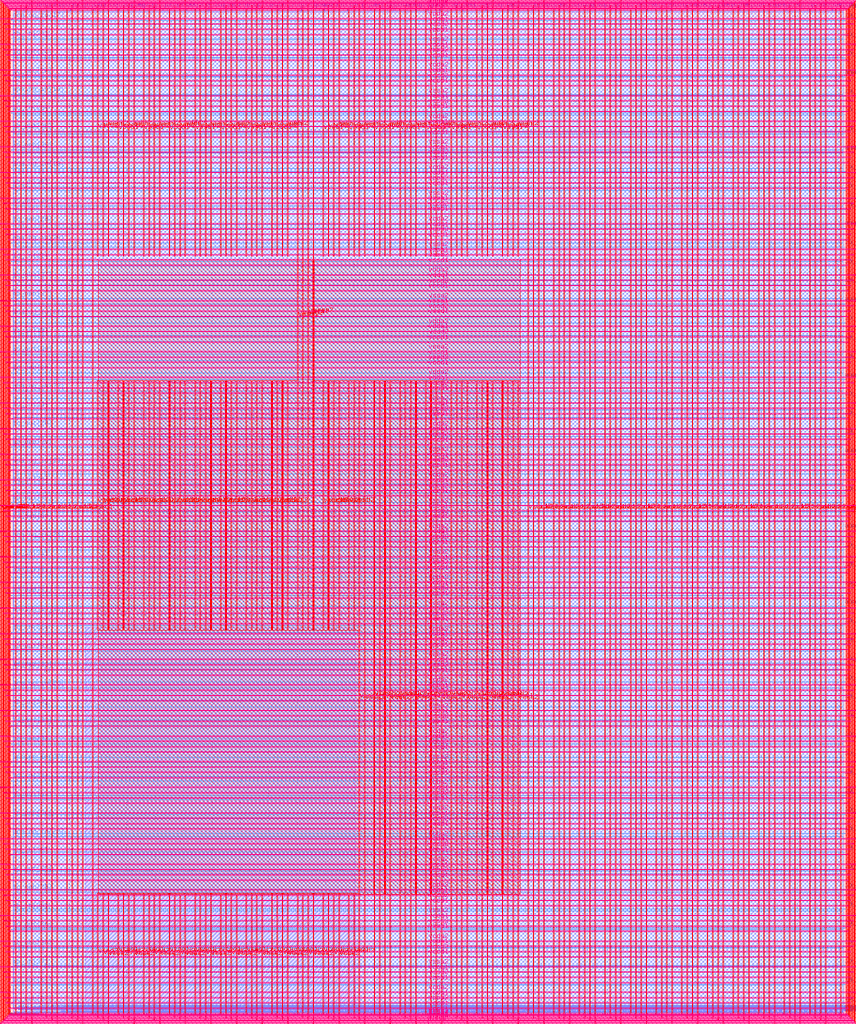
<source format=lef>
VERSION 5.7 ;
  NOWIREEXTENSIONATPIN ON ;
  DIVIDERCHAR "/" ;
  BUSBITCHARS "[]" ;
MACRO user_project_wrapper
  CLASS BLOCK ;
  FOREIGN user_project_wrapper ;
  ORIGIN 0.000 0.000 ;
  SIZE 2920.000 BY 3520.000 ;
  PIN analog_io[0]
    DIRECTION INOUT ;
    USE SIGNAL ;
    PORT
      LAYER met3 ;
        RECT 2917.600 1426.380 2924.800 1427.580 ;
    END
  END analog_io[0]
  PIN analog_io[10]
    DIRECTION INOUT ;
    USE SIGNAL ;
    PORT
      LAYER met2 ;
        RECT 2230.490 3517.600 2231.050 3524.800 ;
    END
  END analog_io[10]
  PIN analog_io[11]
    DIRECTION INOUT ;
    USE SIGNAL ;
    PORT
      LAYER met2 ;
        RECT 1905.730 3517.600 1906.290 3524.800 ;
    END
  END analog_io[11]
  PIN analog_io[12]
    DIRECTION INOUT ;
    USE SIGNAL ;
    PORT
      LAYER met2 ;
        RECT 1581.430 3517.600 1581.990 3524.800 ;
    END
  END analog_io[12]
  PIN analog_io[13]
    DIRECTION INOUT ;
    USE SIGNAL ;
    PORT
      LAYER met2 ;
        RECT 1257.130 3517.600 1257.690 3524.800 ;
    END
  END analog_io[13]
  PIN analog_io[14]
    DIRECTION INOUT ;
    USE SIGNAL ;
    PORT
      LAYER met2 ;
        RECT 932.370 3517.600 932.930 3524.800 ;
    END
  END analog_io[14]
  PIN analog_io[15]
    DIRECTION INOUT ;
    USE SIGNAL ;
    PORT
      LAYER met2 ;
        RECT 608.070 3517.600 608.630 3524.800 ;
    END
  END analog_io[15]
  PIN analog_io[16]
    DIRECTION INOUT ;
    USE SIGNAL ;
    PORT
      LAYER met2 ;
        RECT 283.770 3517.600 284.330 3524.800 ;
    END
  END analog_io[16]
  PIN analog_io[17]
    DIRECTION INOUT ;
    USE SIGNAL ;
    PORT
      LAYER met3 ;
        RECT -4.800 3486.100 2.400 3487.300 ;
    END
  END analog_io[17]
  PIN analog_io[18]
    DIRECTION INOUT ;
    USE SIGNAL ;
    PORT
      LAYER met3 ;
        RECT -4.800 3224.980 2.400 3226.180 ;
    END
  END analog_io[18]
  PIN analog_io[19]
    DIRECTION INOUT ;
    USE SIGNAL ;
    PORT
      LAYER met3 ;
        RECT -4.800 2964.540 2.400 2965.740 ;
    END
  END analog_io[19]
  PIN analog_io[1]
    DIRECTION INOUT ;
    USE SIGNAL ;
    PORT
      LAYER met3 ;
        RECT 2917.600 1692.260 2924.800 1693.460 ;
    END
  END analog_io[1]
  PIN analog_io[20]
    DIRECTION INOUT ;
    USE SIGNAL ;
    PORT
      LAYER met3 ;
        RECT -4.800 2703.420 2.400 2704.620 ;
    END
  END analog_io[20]
  PIN analog_io[21]
    DIRECTION INOUT ;
    USE SIGNAL ;
    PORT
      LAYER met3 ;
        RECT -4.800 2442.980 2.400 2444.180 ;
    END
  END analog_io[21]
  PIN analog_io[22]
    DIRECTION INOUT ;
    USE SIGNAL ;
    PORT
      LAYER met3 ;
        RECT -4.800 2182.540 2.400 2183.740 ;
    END
  END analog_io[22]
  PIN analog_io[23]
    DIRECTION INOUT ;
    USE SIGNAL ;
    PORT
      LAYER met3 ;
        RECT -4.800 1921.420 2.400 1922.620 ;
    END
  END analog_io[23]
  PIN analog_io[24]
    DIRECTION INOUT ;
    USE SIGNAL ;
    PORT
      LAYER met3 ;
        RECT -4.800 1660.980 2.400 1662.180 ;
    END
  END analog_io[24]
  PIN analog_io[25]
    DIRECTION INOUT ;
    USE SIGNAL ;
    PORT
      LAYER met3 ;
        RECT -4.800 1399.860 2.400 1401.060 ;
    END
  END analog_io[25]
  PIN analog_io[26]
    DIRECTION INOUT ;
    USE SIGNAL ;
    PORT
      LAYER met3 ;
        RECT -4.800 1139.420 2.400 1140.620 ;
    END
  END analog_io[26]
  PIN analog_io[27]
    DIRECTION INOUT ;
    USE SIGNAL ;
    PORT
      LAYER met3 ;
        RECT -4.800 878.980 2.400 880.180 ;
    END
  END analog_io[27]
  PIN analog_io[28]
    DIRECTION INOUT ;
    USE SIGNAL ;
    PORT
      LAYER met3 ;
        RECT -4.800 617.860 2.400 619.060 ;
    END
  END analog_io[28]
  PIN analog_io[2]
    DIRECTION INOUT ;
    USE SIGNAL ;
    PORT
      LAYER met3 ;
        RECT 2917.600 1958.140 2924.800 1959.340 ;
    END
  END analog_io[2]
  PIN analog_io[3]
    DIRECTION INOUT ;
    USE SIGNAL ;
    PORT
      LAYER met3 ;
        RECT 2917.600 2223.340 2924.800 2224.540 ;
    END
  END analog_io[3]
  PIN analog_io[4]
    DIRECTION INOUT ;
    USE SIGNAL ;
    PORT
      LAYER met3 ;
        RECT 2917.600 2489.220 2924.800 2490.420 ;
    END
  END analog_io[4]
  PIN analog_io[5]
    DIRECTION INOUT ;
    USE SIGNAL ;
    PORT
      LAYER met3 ;
        RECT 2917.600 2755.100 2924.800 2756.300 ;
    END
  END analog_io[5]
  PIN analog_io[6]
    DIRECTION INOUT ;
    USE SIGNAL ;
    PORT
      LAYER met3 ;
        RECT 2917.600 3020.300 2924.800 3021.500 ;
    END
  END analog_io[6]
  PIN analog_io[7]
    DIRECTION INOUT ;
    USE SIGNAL ;
    PORT
      LAYER met3 ;
        RECT 2917.600 3286.180 2924.800 3287.380 ;
    END
  END analog_io[7]
  PIN analog_io[8]
    DIRECTION INOUT ;
    USE SIGNAL ;
    PORT
      LAYER met2 ;
        RECT 2879.090 3517.600 2879.650 3524.800 ;
    END
  END analog_io[8]
  PIN analog_io[9]
    DIRECTION INOUT ;
    USE SIGNAL ;
    PORT
      LAYER met2 ;
        RECT 2554.790 3517.600 2555.350 3524.800 ;
    END
  END analog_io[9]
  PIN io_in[0]
    DIRECTION INPUT ;
    USE SIGNAL ;
    PORT
      LAYER met3 ;
        RECT 2917.600 32.380 2924.800 33.580 ;
    END
  END io_in[0]
  PIN io_in[10]
    DIRECTION INPUT ;
    USE SIGNAL ;
    PORT
      LAYER met3 ;
        RECT 2917.600 2289.980 2924.800 2291.180 ;
    END
  END io_in[10]
  PIN io_in[11]
    DIRECTION INPUT ;
    USE SIGNAL ;
    PORT
      LAYER met3 ;
        RECT 2917.600 2555.860 2924.800 2557.060 ;
    END
  END io_in[11]
  PIN io_in[12]
    DIRECTION INPUT ;
    USE SIGNAL ;
    PORT
      LAYER met3 ;
        RECT 2917.600 2821.060 2924.800 2822.260 ;
    END
  END io_in[12]
  PIN io_in[13]
    DIRECTION INPUT ;
    USE SIGNAL ;
    PORT
      LAYER met3 ;
        RECT 2917.600 3086.940 2924.800 3088.140 ;
    END
  END io_in[13]
  PIN io_in[14]
    DIRECTION INPUT ;
    USE SIGNAL ;
    PORT
      LAYER met3 ;
        RECT 2917.600 3352.820 2924.800 3354.020 ;
    END
  END io_in[14]
  PIN io_in[15]
    DIRECTION INPUT ;
    USE SIGNAL ;
    PORT
      LAYER met2 ;
        RECT 2798.130 3517.600 2798.690 3524.800 ;
    END
  END io_in[15]
  PIN io_in[16]
    DIRECTION INPUT ;
    USE SIGNAL ;
    PORT
      LAYER met2 ;
        RECT 2473.830 3517.600 2474.390 3524.800 ;
    END
  END io_in[16]
  PIN io_in[17]
    DIRECTION INPUT ;
    USE SIGNAL ;
    PORT
      LAYER met2 ;
        RECT 2149.070 3517.600 2149.630 3524.800 ;
    END
  END io_in[17]
  PIN io_in[18]
    DIRECTION INPUT ;
    USE SIGNAL ;
    PORT
      LAYER met2 ;
        RECT 1824.770 3517.600 1825.330 3524.800 ;
    END
  END io_in[18]
  PIN io_in[19]
    DIRECTION INPUT ;
    USE SIGNAL ;
    PORT
      LAYER met2 ;
        RECT 1500.470 3517.600 1501.030 3524.800 ;
    END
  END io_in[19]
  PIN io_in[1]
    DIRECTION INPUT ;
    USE SIGNAL ;
    PORT
      LAYER met3 ;
        RECT 2917.600 230.940 2924.800 232.140 ;
    END
  END io_in[1]
  PIN io_in[20]
    DIRECTION INPUT ;
    USE SIGNAL ;
    PORT
      LAYER met2 ;
        RECT 1175.710 3517.600 1176.270 3524.800 ;
    END
  END io_in[20]
  PIN io_in[21]
    DIRECTION INPUT ;
    USE SIGNAL ;
    PORT
      LAYER met2 ;
        RECT 851.410 3517.600 851.970 3524.800 ;
    END
  END io_in[21]
  PIN io_in[22]
    DIRECTION INPUT ;
    USE SIGNAL ;
    PORT
      LAYER met2 ;
        RECT 527.110 3517.600 527.670 3524.800 ;
    END
  END io_in[22]
  PIN io_in[23]
    DIRECTION INPUT ;
    USE SIGNAL ;
    PORT
      LAYER met2 ;
        RECT 202.350 3517.600 202.910 3524.800 ;
    END
  END io_in[23]
  PIN io_in[24]
    DIRECTION INPUT ;
    USE SIGNAL ;
    PORT
      LAYER met3 ;
        RECT -4.800 3420.820 2.400 3422.020 ;
    END
  END io_in[24]
  PIN io_in[25]
    DIRECTION INPUT ;
    USE SIGNAL ;
    PORT
      LAYER met3 ;
        RECT -4.800 3159.700 2.400 3160.900 ;
    END
  END io_in[25]
  PIN io_in[26]
    DIRECTION INPUT ;
    USE SIGNAL ;
    PORT
      LAYER met3 ;
        RECT -4.800 2899.260 2.400 2900.460 ;
    END
  END io_in[26]
  PIN io_in[27]
    DIRECTION INPUT ;
    USE SIGNAL ;
    PORT
      LAYER met3 ;
        RECT -4.800 2638.820 2.400 2640.020 ;
    END
  END io_in[27]
  PIN io_in[28]
    DIRECTION INPUT ;
    USE SIGNAL ;
    PORT
      LAYER met3 ;
        RECT -4.800 2377.700 2.400 2378.900 ;
    END
  END io_in[28]
  PIN io_in[29]
    DIRECTION INPUT ;
    USE SIGNAL ;
    PORT
      LAYER met3 ;
        RECT -4.800 2117.260 2.400 2118.460 ;
    END
  END io_in[29]
  PIN io_in[2]
    DIRECTION INPUT ;
    USE SIGNAL ;
    PORT
      LAYER met3 ;
        RECT 2917.600 430.180 2924.800 431.380 ;
    END
  END io_in[2]
  PIN io_in[30]
    DIRECTION INPUT ;
    USE SIGNAL ;
    PORT
      LAYER met3 ;
        RECT -4.800 1856.140 2.400 1857.340 ;
    END
  END io_in[30]
  PIN io_in[31]
    DIRECTION INPUT ;
    USE SIGNAL ;
    PORT
      LAYER met3 ;
        RECT -4.800 1595.700 2.400 1596.900 ;
    END
  END io_in[31]
  PIN io_in[32]
    DIRECTION INPUT ;
    USE SIGNAL ;
    PORT
      LAYER met3 ;
        RECT -4.800 1335.260 2.400 1336.460 ;
    END
  END io_in[32]
  PIN io_in[33]
    DIRECTION INPUT ;
    USE SIGNAL ;
    PORT
      LAYER met3 ;
        RECT -4.800 1074.140 2.400 1075.340 ;
    END
  END io_in[33]
  PIN io_in[34]
    DIRECTION INPUT ;
    USE SIGNAL ;
    PORT
      LAYER met3 ;
        RECT -4.800 813.700 2.400 814.900 ;
    END
  END io_in[34]
  PIN io_in[35]
    DIRECTION INPUT ;
    USE SIGNAL ;
    PORT
      LAYER met3 ;
        RECT -4.800 552.580 2.400 553.780 ;
    END
  END io_in[35]
  PIN io_in[36]
    DIRECTION INPUT ;
    USE SIGNAL ;
    PORT
      LAYER met3 ;
        RECT -4.800 357.420 2.400 358.620 ;
    END
  END io_in[36]
  PIN io_in[37]
    DIRECTION INPUT ;
    USE SIGNAL ;
    PORT
      LAYER met3 ;
        RECT -4.800 161.580 2.400 162.780 ;
    END
  END io_in[37]
  PIN io_in[3]
    DIRECTION INPUT ;
    USE SIGNAL ;
    PORT
      LAYER met3 ;
        RECT 2917.600 629.420 2924.800 630.620 ;
    END
  END io_in[3]
  PIN io_in[4]
    DIRECTION INPUT ;
    USE SIGNAL ;
    PORT
      LAYER met3 ;
        RECT 2917.600 828.660 2924.800 829.860 ;
    END
  END io_in[4]
  PIN io_in[5]
    DIRECTION INPUT ;
    USE SIGNAL ;
    PORT
      LAYER met3 ;
        RECT 2917.600 1027.900 2924.800 1029.100 ;
    END
  END io_in[5]
  PIN io_in[6]
    DIRECTION INPUT ;
    USE SIGNAL ;
    PORT
      LAYER met3 ;
        RECT 2917.600 1227.140 2924.800 1228.340 ;
    END
  END io_in[6]
  PIN io_in[7]
    DIRECTION INPUT ;
    USE SIGNAL ;
    PORT
      LAYER met3 ;
        RECT 2917.600 1493.020 2924.800 1494.220 ;
    END
  END io_in[7]
  PIN io_in[8]
    DIRECTION INPUT ;
    USE SIGNAL ;
    PORT
      LAYER met3 ;
        RECT 2917.600 1758.900 2924.800 1760.100 ;
    END
  END io_in[8]
  PIN io_in[9]
    DIRECTION INPUT ;
    USE SIGNAL ;
    PORT
      LAYER met3 ;
        RECT 2917.600 2024.100 2924.800 2025.300 ;
    END
  END io_in[9]
  PIN io_oeb[0]
    DIRECTION OUTPUT TRISTATE ;
    USE SIGNAL ;
    PORT
      LAYER met3 ;
        RECT 2917.600 164.980 2924.800 166.180 ;
    END
  END io_oeb[0]
  PIN io_oeb[10]
    DIRECTION OUTPUT TRISTATE ;
    USE SIGNAL ;
    PORT
      LAYER met3 ;
        RECT 2917.600 2422.580 2924.800 2423.780 ;
    END
  END io_oeb[10]
  PIN io_oeb[11]
    DIRECTION OUTPUT TRISTATE ;
    USE SIGNAL ;
    PORT
      LAYER met3 ;
        RECT 2917.600 2688.460 2924.800 2689.660 ;
    END
  END io_oeb[11]
  PIN io_oeb[12]
    DIRECTION OUTPUT TRISTATE ;
    USE SIGNAL ;
    PORT
      LAYER met3 ;
        RECT 2917.600 2954.340 2924.800 2955.540 ;
    END
  END io_oeb[12]
  PIN io_oeb[13]
    DIRECTION OUTPUT TRISTATE ;
    USE SIGNAL ;
    PORT
      LAYER met3 ;
        RECT 2917.600 3219.540 2924.800 3220.740 ;
    END
  END io_oeb[13]
  PIN io_oeb[14]
    DIRECTION OUTPUT TRISTATE ;
    USE SIGNAL ;
    PORT
      LAYER met3 ;
        RECT 2917.600 3485.420 2924.800 3486.620 ;
    END
  END io_oeb[14]
  PIN io_oeb[15]
    DIRECTION OUTPUT TRISTATE ;
    USE SIGNAL ;
    PORT
      LAYER met2 ;
        RECT 2635.750 3517.600 2636.310 3524.800 ;
    END
  END io_oeb[15]
  PIN io_oeb[16]
    DIRECTION OUTPUT TRISTATE ;
    USE SIGNAL ;
    PORT
      LAYER met2 ;
        RECT 2311.450 3517.600 2312.010 3524.800 ;
    END
  END io_oeb[16]
  PIN io_oeb[17]
    DIRECTION OUTPUT TRISTATE ;
    USE SIGNAL ;
    PORT
      LAYER met2 ;
        RECT 1987.150 3517.600 1987.710 3524.800 ;
    END
  END io_oeb[17]
  PIN io_oeb[18]
    DIRECTION OUTPUT TRISTATE ;
    USE SIGNAL ;
    PORT
      LAYER met2 ;
        RECT 1662.390 3517.600 1662.950 3524.800 ;
    END
  END io_oeb[18]
  PIN io_oeb[19]
    DIRECTION OUTPUT TRISTATE ;
    USE SIGNAL ;
    PORT
      LAYER met2 ;
        RECT 1338.090 3517.600 1338.650 3524.800 ;
    END
  END io_oeb[19]
  PIN io_oeb[1]
    DIRECTION OUTPUT TRISTATE ;
    USE SIGNAL ;
    PORT
      LAYER met3 ;
        RECT 2917.600 364.220 2924.800 365.420 ;
    END
  END io_oeb[1]
  PIN io_oeb[20]
    DIRECTION OUTPUT TRISTATE ;
    USE SIGNAL ;
    PORT
      LAYER met2 ;
        RECT 1013.790 3517.600 1014.350 3524.800 ;
    END
  END io_oeb[20]
  PIN io_oeb[21]
    DIRECTION OUTPUT TRISTATE ;
    USE SIGNAL ;
    PORT
      LAYER met2 ;
        RECT 689.030 3517.600 689.590 3524.800 ;
    END
  END io_oeb[21]
  PIN io_oeb[22]
    DIRECTION OUTPUT TRISTATE ;
    USE SIGNAL ;
    PORT
      LAYER met2 ;
        RECT 364.730 3517.600 365.290 3524.800 ;
    END
  END io_oeb[22]
  PIN io_oeb[23]
    DIRECTION OUTPUT TRISTATE ;
    USE SIGNAL ;
    PORT
      LAYER met2 ;
        RECT 40.430 3517.600 40.990 3524.800 ;
    END
  END io_oeb[23]
  PIN io_oeb[24]
    DIRECTION OUTPUT TRISTATE ;
    USE SIGNAL ;
    PORT
      LAYER met3 ;
        RECT -4.800 3290.260 2.400 3291.460 ;
    END
  END io_oeb[24]
  PIN io_oeb[25]
    DIRECTION OUTPUT TRISTATE ;
    USE SIGNAL ;
    PORT
      LAYER met3 ;
        RECT -4.800 3029.820 2.400 3031.020 ;
    END
  END io_oeb[25]
  PIN io_oeb[26]
    DIRECTION OUTPUT TRISTATE ;
    USE SIGNAL ;
    PORT
      LAYER met3 ;
        RECT -4.800 2768.700 2.400 2769.900 ;
    END
  END io_oeb[26]
  PIN io_oeb[27]
    DIRECTION OUTPUT TRISTATE ;
    USE SIGNAL ;
    PORT
      LAYER met3 ;
        RECT -4.800 2508.260 2.400 2509.460 ;
    END
  END io_oeb[27]
  PIN io_oeb[28]
    DIRECTION OUTPUT TRISTATE ;
    USE SIGNAL ;
    PORT
      LAYER met3 ;
        RECT -4.800 2247.140 2.400 2248.340 ;
    END
  END io_oeb[28]
  PIN io_oeb[29]
    DIRECTION OUTPUT TRISTATE ;
    USE SIGNAL ;
    PORT
      LAYER met3 ;
        RECT -4.800 1986.700 2.400 1987.900 ;
    END
  END io_oeb[29]
  PIN io_oeb[2]
    DIRECTION OUTPUT TRISTATE ;
    USE SIGNAL ;
    PORT
      LAYER met3 ;
        RECT 2917.600 563.460 2924.800 564.660 ;
    END
  END io_oeb[2]
  PIN io_oeb[30]
    DIRECTION OUTPUT TRISTATE ;
    USE SIGNAL ;
    PORT
      LAYER met3 ;
        RECT -4.800 1726.260 2.400 1727.460 ;
    END
  END io_oeb[30]
  PIN io_oeb[31]
    DIRECTION OUTPUT TRISTATE ;
    USE SIGNAL ;
    PORT
      LAYER met3 ;
        RECT -4.800 1465.140 2.400 1466.340 ;
    END
  END io_oeb[31]
  PIN io_oeb[32]
    DIRECTION OUTPUT TRISTATE ;
    USE SIGNAL ;
    PORT
      LAYER met3 ;
        RECT -4.800 1204.700 2.400 1205.900 ;
    END
  END io_oeb[32]
  PIN io_oeb[33]
    DIRECTION OUTPUT TRISTATE ;
    USE SIGNAL ;
    PORT
      LAYER met3 ;
        RECT -4.800 943.580 2.400 944.780 ;
    END
  END io_oeb[33]
  PIN io_oeb[34]
    DIRECTION OUTPUT TRISTATE ;
    USE SIGNAL ;
    PORT
      LAYER met3 ;
        RECT -4.800 683.140 2.400 684.340 ;
    END
  END io_oeb[34]
  PIN io_oeb[35]
    DIRECTION OUTPUT TRISTATE ;
    USE SIGNAL ;
    PORT
      LAYER met3 ;
        RECT -4.800 422.700 2.400 423.900 ;
    END
  END io_oeb[35]
  PIN io_oeb[36]
    DIRECTION OUTPUT TRISTATE ;
    USE SIGNAL ;
    PORT
      LAYER met3 ;
        RECT -4.800 226.860 2.400 228.060 ;
    END
  END io_oeb[36]
  PIN io_oeb[37]
    DIRECTION OUTPUT TRISTATE ;
    USE SIGNAL ;
    PORT
      LAYER met3 ;
        RECT -4.800 31.700 2.400 32.900 ;
    END
  END io_oeb[37]
  PIN io_oeb[3]
    DIRECTION OUTPUT TRISTATE ;
    USE SIGNAL ;
    PORT
      LAYER met3 ;
        RECT 2917.600 762.700 2924.800 763.900 ;
    END
  END io_oeb[3]
  PIN io_oeb[4]
    DIRECTION OUTPUT TRISTATE ;
    USE SIGNAL ;
    PORT
      LAYER met3 ;
        RECT 2917.600 961.940 2924.800 963.140 ;
    END
  END io_oeb[4]
  PIN io_oeb[5]
    DIRECTION OUTPUT TRISTATE ;
    USE SIGNAL ;
    PORT
      LAYER met3 ;
        RECT 2917.600 1161.180 2924.800 1162.380 ;
    END
  END io_oeb[5]
  PIN io_oeb[6]
    DIRECTION OUTPUT TRISTATE ;
    USE SIGNAL ;
    PORT
      LAYER met3 ;
        RECT 2917.600 1360.420 2924.800 1361.620 ;
    END
  END io_oeb[6]
  PIN io_oeb[7]
    DIRECTION OUTPUT TRISTATE ;
    USE SIGNAL ;
    PORT
      LAYER met3 ;
        RECT 2917.600 1625.620 2924.800 1626.820 ;
    END
  END io_oeb[7]
  PIN io_oeb[8]
    DIRECTION OUTPUT TRISTATE ;
    USE SIGNAL ;
    PORT
      LAYER met3 ;
        RECT 2917.600 1891.500 2924.800 1892.700 ;
    END
  END io_oeb[8]
  PIN io_oeb[9]
    DIRECTION OUTPUT TRISTATE ;
    USE SIGNAL ;
    PORT
      LAYER met3 ;
        RECT 2917.600 2157.380 2924.800 2158.580 ;
    END
  END io_oeb[9]
  PIN io_out[0]
    DIRECTION OUTPUT TRISTATE ;
    USE SIGNAL ;
    PORT
      LAYER met3 ;
        RECT 2917.600 98.340 2924.800 99.540 ;
    END
  END io_out[0]
  PIN io_out[10]
    DIRECTION OUTPUT TRISTATE ;
    USE SIGNAL ;
    PORT
      LAYER met3 ;
        RECT 2917.600 2356.620 2924.800 2357.820 ;
    END
  END io_out[10]
  PIN io_out[11]
    DIRECTION OUTPUT TRISTATE ;
    USE SIGNAL ;
    PORT
      LAYER met3 ;
        RECT 2917.600 2621.820 2924.800 2623.020 ;
    END
  END io_out[11]
  PIN io_out[12]
    DIRECTION OUTPUT TRISTATE ;
    USE SIGNAL ;
    PORT
      LAYER met3 ;
        RECT 2917.600 2887.700 2924.800 2888.900 ;
    END
  END io_out[12]
  PIN io_out[13]
    DIRECTION OUTPUT TRISTATE ;
    USE SIGNAL ;
    PORT
      LAYER met3 ;
        RECT 2917.600 3153.580 2924.800 3154.780 ;
    END
  END io_out[13]
  PIN io_out[14]
    DIRECTION OUTPUT TRISTATE ;
    USE SIGNAL ;
    PORT
      LAYER met3 ;
        RECT 2917.600 3418.780 2924.800 3419.980 ;
    END
  END io_out[14]
  PIN io_out[15]
    DIRECTION OUTPUT TRISTATE ;
    USE SIGNAL ;
    PORT
      LAYER met2 ;
        RECT 2717.170 3517.600 2717.730 3524.800 ;
    END
  END io_out[15]
  PIN io_out[16]
    DIRECTION OUTPUT TRISTATE ;
    USE SIGNAL ;
    PORT
      LAYER met2 ;
        RECT 2392.410 3517.600 2392.970 3524.800 ;
    END
  END io_out[16]
  PIN io_out[17]
    DIRECTION OUTPUT TRISTATE ;
    USE SIGNAL ;
    PORT
      LAYER met2 ;
        RECT 2068.110 3517.600 2068.670 3524.800 ;
    END
  END io_out[17]
  PIN io_out[18]
    DIRECTION OUTPUT TRISTATE ;
    USE SIGNAL ;
    PORT
      LAYER met2 ;
        RECT 1743.810 3517.600 1744.370 3524.800 ;
    END
  END io_out[18]
  PIN io_out[19]
    DIRECTION OUTPUT TRISTATE ;
    USE SIGNAL ;
    PORT
      LAYER met2 ;
        RECT 1419.050 3517.600 1419.610 3524.800 ;
    END
  END io_out[19]
  PIN io_out[1]
    DIRECTION OUTPUT TRISTATE ;
    USE SIGNAL ;
    PORT
      LAYER met3 ;
        RECT 2917.600 297.580 2924.800 298.780 ;
    END
  END io_out[1]
  PIN io_out[20]
    DIRECTION OUTPUT TRISTATE ;
    USE SIGNAL ;
    PORT
      LAYER met2 ;
        RECT 1094.750 3517.600 1095.310 3524.800 ;
    END
  END io_out[20]
  PIN io_out[21]
    DIRECTION OUTPUT TRISTATE ;
    USE SIGNAL ;
    PORT
      LAYER met2 ;
        RECT 770.450 3517.600 771.010 3524.800 ;
    END
  END io_out[21]
  PIN io_out[22]
    DIRECTION OUTPUT TRISTATE ;
    USE SIGNAL ;
    PORT
      LAYER met2 ;
        RECT 445.690 3517.600 446.250 3524.800 ;
    END
  END io_out[22]
  PIN io_out[23]
    DIRECTION OUTPUT TRISTATE ;
    USE SIGNAL ;
    PORT
      LAYER met2 ;
        RECT 121.390 3517.600 121.950 3524.800 ;
    END
  END io_out[23]
  PIN io_out[24]
    DIRECTION OUTPUT TRISTATE ;
    USE SIGNAL ;
    PORT
      LAYER met3 ;
        RECT -4.800 3355.540 2.400 3356.740 ;
    END
  END io_out[24]
  PIN io_out[25]
    DIRECTION OUTPUT TRISTATE ;
    USE SIGNAL ;
    PORT
      LAYER met3 ;
        RECT -4.800 3095.100 2.400 3096.300 ;
    END
  END io_out[25]
  PIN io_out[26]
    DIRECTION OUTPUT TRISTATE ;
    USE SIGNAL ;
    PORT
      LAYER met3 ;
        RECT -4.800 2833.980 2.400 2835.180 ;
    END
  END io_out[26]
  PIN io_out[27]
    DIRECTION OUTPUT TRISTATE ;
    USE SIGNAL ;
    PORT
      LAYER met3 ;
        RECT -4.800 2573.540 2.400 2574.740 ;
    END
  END io_out[27]
  PIN io_out[28]
    DIRECTION OUTPUT TRISTATE ;
    USE SIGNAL ;
    PORT
      LAYER met3 ;
        RECT -4.800 2312.420 2.400 2313.620 ;
    END
  END io_out[28]
  PIN io_out[29]
    DIRECTION OUTPUT TRISTATE ;
    USE SIGNAL ;
    PORT
      LAYER met3 ;
        RECT -4.800 2051.980 2.400 2053.180 ;
    END
  END io_out[29]
  PIN io_out[2]
    DIRECTION OUTPUT TRISTATE ;
    USE SIGNAL ;
    PORT
      LAYER met3 ;
        RECT 2917.600 496.820 2924.800 498.020 ;
    END
  END io_out[2]
  PIN io_out[30]
    DIRECTION OUTPUT TRISTATE ;
    USE SIGNAL ;
    PORT
      LAYER met3 ;
        RECT -4.800 1791.540 2.400 1792.740 ;
    END
  END io_out[30]
  PIN io_out[31]
    DIRECTION OUTPUT TRISTATE ;
    USE SIGNAL ;
    PORT
      LAYER met3 ;
        RECT -4.800 1530.420 2.400 1531.620 ;
    END
  END io_out[31]
  PIN io_out[32]
    DIRECTION OUTPUT TRISTATE ;
    USE SIGNAL ;
    PORT
      LAYER met3 ;
        RECT -4.800 1269.980 2.400 1271.180 ;
    END
  END io_out[32]
  PIN io_out[33]
    DIRECTION OUTPUT TRISTATE ;
    USE SIGNAL ;
    PORT
      LAYER met3 ;
        RECT -4.800 1008.860 2.400 1010.060 ;
    END
  END io_out[33]
  PIN io_out[34]
    DIRECTION OUTPUT TRISTATE ;
    USE SIGNAL ;
    PORT
      LAYER met3 ;
        RECT -4.800 748.420 2.400 749.620 ;
    END
  END io_out[34]
  PIN io_out[35]
    DIRECTION OUTPUT TRISTATE ;
    USE SIGNAL ;
    PORT
      LAYER met3 ;
        RECT -4.800 487.300 2.400 488.500 ;
    END
  END io_out[35]
  PIN io_out[36]
    DIRECTION OUTPUT TRISTATE ;
    USE SIGNAL ;
    PORT
      LAYER met3 ;
        RECT -4.800 292.140 2.400 293.340 ;
    END
  END io_out[36]
  PIN io_out[37]
    DIRECTION OUTPUT TRISTATE ;
    USE SIGNAL ;
    PORT
      LAYER met3 ;
        RECT -4.800 96.300 2.400 97.500 ;
    END
  END io_out[37]
  PIN io_out[3]
    DIRECTION OUTPUT TRISTATE ;
    USE SIGNAL ;
    PORT
      LAYER met3 ;
        RECT 2917.600 696.060 2924.800 697.260 ;
    END
  END io_out[3]
  PIN io_out[4]
    DIRECTION OUTPUT TRISTATE ;
    USE SIGNAL ;
    PORT
      LAYER met3 ;
        RECT 2917.600 895.300 2924.800 896.500 ;
    END
  END io_out[4]
  PIN io_out[5]
    DIRECTION OUTPUT TRISTATE ;
    USE SIGNAL ;
    PORT
      LAYER met3 ;
        RECT 2917.600 1094.540 2924.800 1095.740 ;
    END
  END io_out[5]
  PIN io_out[6]
    DIRECTION OUTPUT TRISTATE ;
    USE SIGNAL ;
    PORT
      LAYER met3 ;
        RECT 2917.600 1293.780 2924.800 1294.980 ;
    END
  END io_out[6]
  PIN io_out[7]
    DIRECTION OUTPUT TRISTATE ;
    USE SIGNAL ;
    PORT
      LAYER met3 ;
        RECT 2917.600 1559.660 2924.800 1560.860 ;
    END
  END io_out[7]
  PIN io_out[8]
    DIRECTION OUTPUT TRISTATE ;
    USE SIGNAL ;
    PORT
      LAYER met3 ;
        RECT 2917.600 1824.860 2924.800 1826.060 ;
    END
  END io_out[8]
  PIN io_out[9]
    DIRECTION OUTPUT TRISTATE ;
    USE SIGNAL ;
    PORT
      LAYER met3 ;
        RECT 2917.600 2090.740 2924.800 2091.940 ;
    END
  END io_out[9]
  PIN la_data_in[0]
    DIRECTION INPUT ;
    USE SIGNAL ;
    PORT
      LAYER met2 ;
        RECT 629.230 -4.800 629.790 2.400 ;
    END
  END la_data_in[0]
  PIN la_data_in[100]
    DIRECTION INPUT ;
    USE SIGNAL ;
    PORT
      LAYER met2 ;
        RECT 2402.530 -4.800 2403.090 2.400 ;
    END
  END la_data_in[100]
  PIN la_data_in[101]
    DIRECTION INPUT ;
    USE SIGNAL ;
    PORT
      LAYER met2 ;
        RECT 2420.010 -4.800 2420.570 2.400 ;
    END
  END la_data_in[101]
  PIN la_data_in[102]
    DIRECTION INPUT ;
    USE SIGNAL ;
    PORT
      LAYER met2 ;
        RECT 2437.950 -4.800 2438.510 2.400 ;
    END
  END la_data_in[102]
  PIN la_data_in[103]
    DIRECTION INPUT ;
    USE SIGNAL ;
    PORT
      LAYER met2 ;
        RECT 2455.430 -4.800 2455.990 2.400 ;
    END
  END la_data_in[103]
  PIN la_data_in[104]
    DIRECTION INPUT ;
    USE SIGNAL ;
    PORT
      LAYER met2 ;
        RECT 2473.370 -4.800 2473.930 2.400 ;
    END
  END la_data_in[104]
  PIN la_data_in[105]
    DIRECTION INPUT ;
    USE SIGNAL ;
    PORT
      LAYER met2 ;
        RECT 2490.850 -4.800 2491.410 2.400 ;
    END
  END la_data_in[105]
  PIN la_data_in[106]
    DIRECTION INPUT ;
    USE SIGNAL ;
    PORT
      LAYER met2 ;
        RECT 2508.790 -4.800 2509.350 2.400 ;
    END
  END la_data_in[106]
  PIN la_data_in[107]
    DIRECTION INPUT ;
    USE SIGNAL ;
    PORT
      LAYER met2 ;
        RECT 2526.730 -4.800 2527.290 2.400 ;
    END
  END la_data_in[107]
  PIN la_data_in[108]
    DIRECTION INPUT ;
    USE SIGNAL ;
    PORT
      LAYER met2 ;
        RECT 2544.210 -4.800 2544.770 2.400 ;
    END
  END la_data_in[108]
  PIN la_data_in[109]
    DIRECTION INPUT ;
    USE SIGNAL ;
    PORT
      LAYER met2 ;
        RECT 2562.150 -4.800 2562.710 2.400 ;
    END
  END la_data_in[109]
  PIN la_data_in[10]
    DIRECTION INPUT ;
    USE SIGNAL ;
    PORT
      LAYER met2 ;
        RECT 806.330 -4.800 806.890 2.400 ;
    END
  END la_data_in[10]
  PIN la_data_in[110]
    DIRECTION INPUT ;
    USE SIGNAL ;
    PORT
      LAYER met2 ;
        RECT 2579.630 -4.800 2580.190 2.400 ;
    END
  END la_data_in[110]
  PIN la_data_in[111]
    DIRECTION INPUT ;
    USE SIGNAL ;
    PORT
      LAYER met2 ;
        RECT 2597.570 -4.800 2598.130 2.400 ;
    END
  END la_data_in[111]
  PIN la_data_in[112]
    DIRECTION INPUT ;
    USE SIGNAL ;
    PORT
      LAYER met2 ;
        RECT 2615.050 -4.800 2615.610 2.400 ;
    END
  END la_data_in[112]
  PIN la_data_in[113]
    DIRECTION INPUT ;
    USE SIGNAL ;
    PORT
      LAYER met2 ;
        RECT 2632.990 -4.800 2633.550 2.400 ;
    END
  END la_data_in[113]
  PIN la_data_in[114]
    DIRECTION INPUT ;
    USE SIGNAL ;
    PORT
      LAYER met2 ;
        RECT 2650.470 -4.800 2651.030 2.400 ;
    END
  END la_data_in[114]
  PIN la_data_in[115]
    DIRECTION INPUT ;
    USE SIGNAL ;
    PORT
      LAYER met2 ;
        RECT 2668.410 -4.800 2668.970 2.400 ;
    END
  END la_data_in[115]
  PIN la_data_in[116]
    DIRECTION INPUT ;
    USE SIGNAL ;
    PORT
      LAYER met2 ;
        RECT 2685.890 -4.800 2686.450 2.400 ;
    END
  END la_data_in[116]
  PIN la_data_in[117]
    DIRECTION INPUT ;
    USE SIGNAL ;
    PORT
      LAYER met2 ;
        RECT 2703.830 -4.800 2704.390 2.400 ;
    END
  END la_data_in[117]
  PIN la_data_in[118]
    DIRECTION INPUT ;
    USE SIGNAL ;
    PORT
      LAYER met2 ;
        RECT 2721.770 -4.800 2722.330 2.400 ;
    END
  END la_data_in[118]
  PIN la_data_in[119]
    DIRECTION INPUT ;
    USE SIGNAL ;
    PORT
      LAYER met2 ;
        RECT 2739.250 -4.800 2739.810 2.400 ;
    END
  END la_data_in[119]
  PIN la_data_in[11]
    DIRECTION INPUT ;
    USE SIGNAL ;
    PORT
      LAYER met2 ;
        RECT 824.270 -4.800 824.830 2.400 ;
    END
  END la_data_in[11]
  PIN la_data_in[120]
    DIRECTION INPUT ;
    USE SIGNAL ;
    PORT
      LAYER met2 ;
        RECT 2757.190 -4.800 2757.750 2.400 ;
    END
  END la_data_in[120]
  PIN la_data_in[121]
    DIRECTION INPUT ;
    USE SIGNAL ;
    PORT
      LAYER met2 ;
        RECT 2774.670 -4.800 2775.230 2.400 ;
    END
  END la_data_in[121]
  PIN la_data_in[122]
    DIRECTION INPUT ;
    USE SIGNAL ;
    PORT
      LAYER met2 ;
        RECT 2792.610 -4.800 2793.170 2.400 ;
    END
  END la_data_in[122]
  PIN la_data_in[123]
    DIRECTION INPUT ;
    USE SIGNAL ;
    PORT
      LAYER met2 ;
        RECT 2810.090 -4.800 2810.650 2.400 ;
    END
  END la_data_in[123]
  PIN la_data_in[124]
    DIRECTION INPUT ;
    USE SIGNAL ;
    PORT
      LAYER met2 ;
        RECT 2828.030 -4.800 2828.590 2.400 ;
    END
  END la_data_in[124]
  PIN la_data_in[125]
    DIRECTION INPUT ;
    USE SIGNAL ;
    PORT
      LAYER met2 ;
        RECT 2845.510 -4.800 2846.070 2.400 ;
    END
  END la_data_in[125]
  PIN la_data_in[126]
    DIRECTION INPUT ;
    USE SIGNAL ;
    PORT
      LAYER met2 ;
        RECT 2863.450 -4.800 2864.010 2.400 ;
    END
  END la_data_in[126]
  PIN la_data_in[127]
    DIRECTION INPUT ;
    USE SIGNAL ;
    PORT
      LAYER met2 ;
        RECT 2881.390 -4.800 2881.950 2.400 ;
    END
  END la_data_in[127]
  PIN la_data_in[12]
    DIRECTION INPUT ;
    USE SIGNAL ;
    PORT
      LAYER met2 ;
        RECT 841.750 -4.800 842.310 2.400 ;
    END
  END la_data_in[12]
  PIN la_data_in[13]
    DIRECTION INPUT ;
    USE SIGNAL ;
    PORT
      LAYER met2 ;
        RECT 859.690 -4.800 860.250 2.400 ;
    END
  END la_data_in[13]
  PIN la_data_in[14]
    DIRECTION INPUT ;
    USE SIGNAL ;
    PORT
      LAYER met2 ;
        RECT 877.170 -4.800 877.730 2.400 ;
    END
  END la_data_in[14]
  PIN la_data_in[15]
    DIRECTION INPUT ;
    USE SIGNAL ;
    PORT
      LAYER met2 ;
        RECT 895.110 -4.800 895.670 2.400 ;
    END
  END la_data_in[15]
  PIN la_data_in[16]
    DIRECTION INPUT ;
    USE SIGNAL ;
    PORT
      LAYER met2 ;
        RECT 912.590 -4.800 913.150 2.400 ;
    END
  END la_data_in[16]
  PIN la_data_in[17]
    DIRECTION INPUT ;
    USE SIGNAL ;
    PORT
      LAYER met2 ;
        RECT 930.530 -4.800 931.090 2.400 ;
    END
  END la_data_in[17]
  PIN la_data_in[18]
    DIRECTION INPUT ;
    USE SIGNAL ;
    PORT
      LAYER met2 ;
        RECT 948.470 -4.800 949.030 2.400 ;
    END
  END la_data_in[18]
  PIN la_data_in[19]
    DIRECTION INPUT ;
    USE SIGNAL ;
    PORT
      LAYER met2 ;
        RECT 965.950 -4.800 966.510 2.400 ;
    END
  END la_data_in[19]
  PIN la_data_in[1]
    DIRECTION INPUT ;
    USE SIGNAL ;
    PORT
      LAYER met2 ;
        RECT 646.710 -4.800 647.270 2.400 ;
    END
  END la_data_in[1]
  PIN la_data_in[20]
    DIRECTION INPUT ;
    USE SIGNAL ;
    PORT
      LAYER met2 ;
        RECT 983.890 -4.800 984.450 2.400 ;
    END
  END la_data_in[20]
  PIN la_data_in[21]
    DIRECTION INPUT ;
    USE SIGNAL ;
    PORT
      LAYER met2 ;
        RECT 1001.370 -4.800 1001.930 2.400 ;
    END
  END la_data_in[21]
  PIN la_data_in[22]
    DIRECTION INPUT ;
    USE SIGNAL ;
    PORT
      LAYER met2 ;
        RECT 1019.310 -4.800 1019.870 2.400 ;
    END
  END la_data_in[22]
  PIN la_data_in[23]
    DIRECTION INPUT ;
    USE SIGNAL ;
    PORT
      LAYER met2 ;
        RECT 1036.790 -4.800 1037.350 2.400 ;
    END
  END la_data_in[23]
  PIN la_data_in[24]
    DIRECTION INPUT ;
    USE SIGNAL ;
    PORT
      LAYER met2 ;
        RECT 1054.730 -4.800 1055.290 2.400 ;
    END
  END la_data_in[24]
  PIN la_data_in[25]
    DIRECTION INPUT ;
    USE SIGNAL ;
    PORT
      LAYER met2 ;
        RECT 1072.210 -4.800 1072.770 2.400 ;
    END
  END la_data_in[25]
  PIN la_data_in[26]
    DIRECTION INPUT ;
    USE SIGNAL ;
    PORT
      LAYER met2 ;
        RECT 1090.150 -4.800 1090.710 2.400 ;
    END
  END la_data_in[26]
  PIN la_data_in[27]
    DIRECTION INPUT ;
    USE SIGNAL ;
    PORT
      LAYER met2 ;
        RECT 1107.630 -4.800 1108.190 2.400 ;
    END
  END la_data_in[27]
  PIN la_data_in[28]
    DIRECTION INPUT ;
    USE SIGNAL ;
    PORT
      LAYER met2 ;
        RECT 1125.570 -4.800 1126.130 2.400 ;
    END
  END la_data_in[28]
  PIN la_data_in[29]
    DIRECTION INPUT ;
    USE SIGNAL ;
    PORT
      LAYER met2 ;
        RECT 1143.510 -4.800 1144.070 2.400 ;
    END
  END la_data_in[29]
  PIN la_data_in[2]
    DIRECTION INPUT ;
    USE SIGNAL ;
    PORT
      LAYER met2 ;
        RECT 664.650 -4.800 665.210 2.400 ;
    END
  END la_data_in[2]
  PIN la_data_in[30]
    DIRECTION INPUT ;
    USE SIGNAL ;
    PORT
      LAYER met2 ;
        RECT 1160.990 -4.800 1161.550 2.400 ;
    END
  END la_data_in[30]
  PIN la_data_in[31]
    DIRECTION INPUT ;
    USE SIGNAL ;
    PORT
      LAYER met2 ;
        RECT 1178.930 -4.800 1179.490 2.400 ;
    END
  END la_data_in[31]
  PIN la_data_in[32]
    DIRECTION INPUT ;
    USE SIGNAL ;
    PORT
      LAYER met2 ;
        RECT 1196.410 -4.800 1196.970 2.400 ;
    END
  END la_data_in[32]
  PIN la_data_in[33]
    DIRECTION INPUT ;
    USE SIGNAL ;
    PORT
      LAYER met2 ;
        RECT 1214.350 -4.800 1214.910 2.400 ;
    END
  END la_data_in[33]
  PIN la_data_in[34]
    DIRECTION INPUT ;
    USE SIGNAL ;
    PORT
      LAYER met2 ;
        RECT 1231.830 -4.800 1232.390 2.400 ;
    END
  END la_data_in[34]
  PIN la_data_in[35]
    DIRECTION INPUT ;
    USE SIGNAL ;
    PORT
      LAYER met2 ;
        RECT 1249.770 -4.800 1250.330 2.400 ;
    END
  END la_data_in[35]
  PIN la_data_in[36]
    DIRECTION INPUT ;
    USE SIGNAL ;
    PORT
      LAYER met2 ;
        RECT 1267.250 -4.800 1267.810 2.400 ;
    END
  END la_data_in[36]
  PIN la_data_in[37]
    DIRECTION INPUT ;
    USE SIGNAL ;
    PORT
      LAYER met2 ;
        RECT 1285.190 -4.800 1285.750 2.400 ;
    END
  END la_data_in[37]
  PIN la_data_in[38]
    DIRECTION INPUT ;
    USE SIGNAL ;
    PORT
      LAYER met2 ;
        RECT 1303.130 -4.800 1303.690 2.400 ;
    END
  END la_data_in[38]
  PIN la_data_in[39]
    DIRECTION INPUT ;
    USE SIGNAL ;
    PORT
      LAYER met2 ;
        RECT 1320.610 -4.800 1321.170 2.400 ;
    END
  END la_data_in[39]
  PIN la_data_in[3]
    DIRECTION INPUT ;
    USE SIGNAL ;
    PORT
      LAYER met2 ;
        RECT 682.130 -4.800 682.690 2.400 ;
    END
  END la_data_in[3]
  PIN la_data_in[40]
    DIRECTION INPUT ;
    USE SIGNAL ;
    PORT
      LAYER met2 ;
        RECT 1338.550 -4.800 1339.110 2.400 ;
    END
  END la_data_in[40]
  PIN la_data_in[41]
    DIRECTION INPUT ;
    USE SIGNAL ;
    PORT
      LAYER met2 ;
        RECT 1356.030 -4.800 1356.590 2.400 ;
    END
  END la_data_in[41]
  PIN la_data_in[42]
    DIRECTION INPUT ;
    USE SIGNAL ;
    PORT
      LAYER met2 ;
        RECT 1373.970 -4.800 1374.530 2.400 ;
    END
  END la_data_in[42]
  PIN la_data_in[43]
    DIRECTION INPUT ;
    USE SIGNAL ;
    PORT
      LAYER met2 ;
        RECT 1391.450 -4.800 1392.010 2.400 ;
    END
  END la_data_in[43]
  PIN la_data_in[44]
    DIRECTION INPUT ;
    USE SIGNAL ;
    PORT
      LAYER met2 ;
        RECT 1409.390 -4.800 1409.950 2.400 ;
    END
  END la_data_in[44]
  PIN la_data_in[45]
    DIRECTION INPUT ;
    USE SIGNAL ;
    PORT
      LAYER met2 ;
        RECT 1426.870 -4.800 1427.430 2.400 ;
    END
  END la_data_in[45]
  PIN la_data_in[46]
    DIRECTION INPUT ;
    USE SIGNAL ;
    PORT
      LAYER met2 ;
        RECT 1444.810 -4.800 1445.370 2.400 ;
    END
  END la_data_in[46]
  PIN la_data_in[47]
    DIRECTION INPUT ;
    USE SIGNAL ;
    PORT
      LAYER met2 ;
        RECT 1462.750 -4.800 1463.310 2.400 ;
    END
  END la_data_in[47]
  PIN la_data_in[48]
    DIRECTION INPUT ;
    USE SIGNAL ;
    PORT
      LAYER met2 ;
        RECT 1480.230 -4.800 1480.790 2.400 ;
    END
  END la_data_in[48]
  PIN la_data_in[49]
    DIRECTION INPUT ;
    USE SIGNAL ;
    PORT
      LAYER met2 ;
        RECT 1498.170 -4.800 1498.730 2.400 ;
    END
  END la_data_in[49]
  PIN la_data_in[4]
    DIRECTION INPUT ;
    USE SIGNAL ;
    PORT
      LAYER met2 ;
        RECT 700.070 -4.800 700.630 2.400 ;
    END
  END la_data_in[4]
  PIN la_data_in[50]
    DIRECTION INPUT ;
    USE SIGNAL ;
    PORT
      LAYER met2 ;
        RECT 1515.650 -4.800 1516.210 2.400 ;
    END
  END la_data_in[50]
  PIN la_data_in[51]
    DIRECTION INPUT ;
    USE SIGNAL ;
    PORT
      LAYER met2 ;
        RECT 1533.590 -4.800 1534.150 2.400 ;
    END
  END la_data_in[51]
  PIN la_data_in[52]
    DIRECTION INPUT ;
    USE SIGNAL ;
    PORT
      LAYER met2 ;
        RECT 1551.070 -4.800 1551.630 2.400 ;
    END
  END la_data_in[52]
  PIN la_data_in[53]
    DIRECTION INPUT ;
    USE SIGNAL ;
    PORT
      LAYER met2 ;
        RECT 1569.010 -4.800 1569.570 2.400 ;
    END
  END la_data_in[53]
  PIN la_data_in[54]
    DIRECTION INPUT ;
    USE SIGNAL ;
    PORT
      LAYER met2 ;
        RECT 1586.490 -4.800 1587.050 2.400 ;
    END
  END la_data_in[54]
  PIN la_data_in[55]
    DIRECTION INPUT ;
    USE SIGNAL ;
    PORT
      LAYER met2 ;
        RECT 1604.430 -4.800 1604.990 2.400 ;
    END
  END la_data_in[55]
  PIN la_data_in[56]
    DIRECTION INPUT ;
    USE SIGNAL ;
    PORT
      LAYER met2 ;
        RECT 1621.910 -4.800 1622.470 2.400 ;
    END
  END la_data_in[56]
  PIN la_data_in[57]
    DIRECTION INPUT ;
    USE SIGNAL ;
    PORT
      LAYER met2 ;
        RECT 1639.850 -4.800 1640.410 2.400 ;
    END
  END la_data_in[57]
  PIN la_data_in[58]
    DIRECTION INPUT ;
    USE SIGNAL ;
    PORT
      LAYER met2 ;
        RECT 1657.790 -4.800 1658.350 2.400 ;
    END
  END la_data_in[58]
  PIN la_data_in[59]
    DIRECTION INPUT ;
    USE SIGNAL ;
    PORT
      LAYER met2 ;
        RECT 1675.270 -4.800 1675.830 2.400 ;
    END
  END la_data_in[59]
  PIN la_data_in[5]
    DIRECTION INPUT ;
    USE SIGNAL ;
    PORT
      LAYER met2 ;
        RECT 717.550 -4.800 718.110 2.400 ;
    END
  END la_data_in[5]
  PIN la_data_in[60]
    DIRECTION INPUT ;
    USE SIGNAL ;
    PORT
      LAYER met2 ;
        RECT 1693.210 -4.800 1693.770 2.400 ;
    END
  END la_data_in[60]
  PIN la_data_in[61]
    DIRECTION INPUT ;
    USE SIGNAL ;
    PORT
      LAYER met2 ;
        RECT 1710.690 -4.800 1711.250 2.400 ;
    END
  END la_data_in[61]
  PIN la_data_in[62]
    DIRECTION INPUT ;
    USE SIGNAL ;
    PORT
      LAYER met2 ;
        RECT 1728.630 -4.800 1729.190 2.400 ;
    END
  END la_data_in[62]
  PIN la_data_in[63]
    DIRECTION INPUT ;
    USE SIGNAL ;
    PORT
      LAYER met2 ;
        RECT 1746.110 -4.800 1746.670 2.400 ;
    END
  END la_data_in[63]
  PIN la_data_in[64]
    DIRECTION INPUT ;
    USE SIGNAL ;
    PORT
      LAYER met2 ;
        RECT 1764.050 -4.800 1764.610 2.400 ;
    END
  END la_data_in[64]
  PIN la_data_in[65]
    DIRECTION INPUT ;
    USE SIGNAL ;
    PORT
      LAYER met2 ;
        RECT 1781.530 -4.800 1782.090 2.400 ;
    END
  END la_data_in[65]
  PIN la_data_in[66]
    DIRECTION INPUT ;
    USE SIGNAL ;
    PORT
      LAYER met2 ;
        RECT 1799.470 -4.800 1800.030 2.400 ;
    END
  END la_data_in[66]
  PIN la_data_in[67]
    DIRECTION INPUT ;
    USE SIGNAL ;
    PORT
      LAYER met2 ;
        RECT 1817.410 -4.800 1817.970 2.400 ;
    END
  END la_data_in[67]
  PIN la_data_in[68]
    DIRECTION INPUT ;
    USE SIGNAL ;
    PORT
      LAYER met2 ;
        RECT 1834.890 -4.800 1835.450 2.400 ;
    END
  END la_data_in[68]
  PIN la_data_in[69]
    DIRECTION INPUT ;
    USE SIGNAL ;
    PORT
      LAYER met2 ;
        RECT 1852.830 -4.800 1853.390 2.400 ;
    END
  END la_data_in[69]
  PIN la_data_in[6]
    DIRECTION INPUT ;
    USE SIGNAL ;
    PORT
      LAYER met2 ;
        RECT 735.490 -4.800 736.050 2.400 ;
    END
  END la_data_in[6]
  PIN la_data_in[70]
    DIRECTION INPUT ;
    USE SIGNAL ;
    PORT
      LAYER met2 ;
        RECT 1870.310 -4.800 1870.870 2.400 ;
    END
  END la_data_in[70]
  PIN la_data_in[71]
    DIRECTION INPUT ;
    USE SIGNAL ;
    PORT
      LAYER met2 ;
        RECT 1888.250 -4.800 1888.810 2.400 ;
    END
  END la_data_in[71]
  PIN la_data_in[72]
    DIRECTION INPUT ;
    USE SIGNAL ;
    PORT
      LAYER met2 ;
        RECT 1905.730 -4.800 1906.290 2.400 ;
    END
  END la_data_in[72]
  PIN la_data_in[73]
    DIRECTION INPUT ;
    USE SIGNAL ;
    PORT
      LAYER met2 ;
        RECT 1923.670 -4.800 1924.230 2.400 ;
    END
  END la_data_in[73]
  PIN la_data_in[74]
    DIRECTION INPUT ;
    USE SIGNAL ;
    PORT
      LAYER met2 ;
        RECT 1941.150 -4.800 1941.710 2.400 ;
    END
  END la_data_in[74]
  PIN la_data_in[75]
    DIRECTION INPUT ;
    USE SIGNAL ;
    PORT
      LAYER met2 ;
        RECT 1959.090 -4.800 1959.650 2.400 ;
    END
  END la_data_in[75]
  PIN la_data_in[76]
    DIRECTION INPUT ;
    USE SIGNAL ;
    PORT
      LAYER met2 ;
        RECT 1976.570 -4.800 1977.130 2.400 ;
    END
  END la_data_in[76]
  PIN la_data_in[77]
    DIRECTION INPUT ;
    USE SIGNAL ;
    PORT
      LAYER met2 ;
        RECT 1994.510 -4.800 1995.070 2.400 ;
    END
  END la_data_in[77]
  PIN la_data_in[78]
    DIRECTION INPUT ;
    USE SIGNAL ;
    PORT
      LAYER met2 ;
        RECT 2012.450 -4.800 2013.010 2.400 ;
    END
  END la_data_in[78]
  PIN la_data_in[79]
    DIRECTION INPUT ;
    USE SIGNAL ;
    PORT
      LAYER met2 ;
        RECT 2029.930 -4.800 2030.490 2.400 ;
    END
  END la_data_in[79]
  PIN la_data_in[7]
    DIRECTION INPUT ;
    USE SIGNAL ;
    PORT
      LAYER met2 ;
        RECT 752.970 -4.800 753.530 2.400 ;
    END
  END la_data_in[7]
  PIN la_data_in[80]
    DIRECTION INPUT ;
    USE SIGNAL ;
    PORT
      LAYER met2 ;
        RECT 2047.870 -4.800 2048.430 2.400 ;
    END
  END la_data_in[80]
  PIN la_data_in[81]
    DIRECTION INPUT ;
    USE SIGNAL ;
    PORT
      LAYER met2 ;
        RECT 2065.350 -4.800 2065.910 2.400 ;
    END
  END la_data_in[81]
  PIN la_data_in[82]
    DIRECTION INPUT ;
    USE SIGNAL ;
    PORT
      LAYER met2 ;
        RECT 2083.290 -4.800 2083.850 2.400 ;
    END
  END la_data_in[82]
  PIN la_data_in[83]
    DIRECTION INPUT ;
    USE SIGNAL ;
    PORT
      LAYER met2 ;
        RECT 2100.770 -4.800 2101.330 2.400 ;
    END
  END la_data_in[83]
  PIN la_data_in[84]
    DIRECTION INPUT ;
    USE SIGNAL ;
    PORT
      LAYER met2 ;
        RECT 2118.710 -4.800 2119.270 2.400 ;
    END
  END la_data_in[84]
  PIN la_data_in[85]
    DIRECTION INPUT ;
    USE SIGNAL ;
    PORT
      LAYER met2 ;
        RECT 2136.190 -4.800 2136.750 2.400 ;
    END
  END la_data_in[85]
  PIN la_data_in[86]
    DIRECTION INPUT ;
    USE SIGNAL ;
    PORT
      LAYER met2 ;
        RECT 2154.130 -4.800 2154.690 2.400 ;
    END
  END la_data_in[86]
  PIN la_data_in[87]
    DIRECTION INPUT ;
    USE SIGNAL ;
    PORT
      LAYER met2 ;
        RECT 2172.070 -4.800 2172.630 2.400 ;
    END
  END la_data_in[87]
  PIN la_data_in[88]
    DIRECTION INPUT ;
    USE SIGNAL ;
    PORT
      LAYER met2 ;
        RECT 2189.550 -4.800 2190.110 2.400 ;
    END
  END la_data_in[88]
  PIN la_data_in[89]
    DIRECTION INPUT ;
    USE SIGNAL ;
    PORT
      LAYER met2 ;
        RECT 2207.490 -4.800 2208.050 2.400 ;
    END
  END la_data_in[89]
  PIN la_data_in[8]
    DIRECTION INPUT ;
    USE SIGNAL ;
    PORT
      LAYER met2 ;
        RECT 770.910 -4.800 771.470 2.400 ;
    END
  END la_data_in[8]
  PIN la_data_in[90]
    DIRECTION INPUT ;
    USE SIGNAL ;
    PORT
      LAYER met2 ;
        RECT 2224.970 -4.800 2225.530 2.400 ;
    END
  END la_data_in[90]
  PIN la_data_in[91]
    DIRECTION INPUT ;
    USE SIGNAL ;
    PORT
      LAYER met2 ;
        RECT 2242.910 -4.800 2243.470 2.400 ;
    END
  END la_data_in[91]
  PIN la_data_in[92]
    DIRECTION INPUT ;
    USE SIGNAL ;
    PORT
      LAYER met2 ;
        RECT 2260.390 -4.800 2260.950 2.400 ;
    END
  END la_data_in[92]
  PIN la_data_in[93]
    DIRECTION INPUT ;
    USE SIGNAL ;
    PORT
      LAYER met2 ;
        RECT 2278.330 -4.800 2278.890 2.400 ;
    END
  END la_data_in[93]
  PIN la_data_in[94]
    DIRECTION INPUT ;
    USE SIGNAL ;
    PORT
      LAYER met2 ;
        RECT 2295.810 -4.800 2296.370 2.400 ;
    END
  END la_data_in[94]
  PIN la_data_in[95]
    DIRECTION INPUT ;
    USE SIGNAL ;
    PORT
      LAYER met2 ;
        RECT 2313.750 -4.800 2314.310 2.400 ;
    END
  END la_data_in[95]
  PIN la_data_in[96]
    DIRECTION INPUT ;
    USE SIGNAL ;
    PORT
      LAYER met2 ;
        RECT 2331.230 -4.800 2331.790 2.400 ;
    END
  END la_data_in[96]
  PIN la_data_in[97]
    DIRECTION INPUT ;
    USE SIGNAL ;
    PORT
      LAYER met2 ;
        RECT 2349.170 -4.800 2349.730 2.400 ;
    END
  END la_data_in[97]
  PIN la_data_in[98]
    DIRECTION INPUT ;
    USE SIGNAL ;
    PORT
      LAYER met2 ;
        RECT 2367.110 -4.800 2367.670 2.400 ;
    END
  END la_data_in[98]
  PIN la_data_in[99]
    DIRECTION INPUT ;
    USE SIGNAL ;
    PORT
      LAYER met2 ;
        RECT 2384.590 -4.800 2385.150 2.400 ;
    END
  END la_data_in[99]
  PIN la_data_in[9]
    DIRECTION INPUT ;
    USE SIGNAL ;
    PORT
      LAYER met2 ;
        RECT 788.850 -4.800 789.410 2.400 ;
    END
  END la_data_in[9]
  PIN la_data_out[0]
    DIRECTION OUTPUT TRISTATE ;
    USE SIGNAL ;
    PORT
      LAYER met2 ;
        RECT 634.750 -4.800 635.310 2.400 ;
    END
  END la_data_out[0]
  PIN la_data_out[100]
    DIRECTION OUTPUT TRISTATE ;
    USE SIGNAL ;
    PORT
      LAYER met2 ;
        RECT 2408.510 -4.800 2409.070 2.400 ;
    END
  END la_data_out[100]
  PIN la_data_out[101]
    DIRECTION OUTPUT TRISTATE ;
    USE SIGNAL ;
    PORT
      LAYER met2 ;
        RECT 2425.990 -4.800 2426.550 2.400 ;
    END
  END la_data_out[101]
  PIN la_data_out[102]
    DIRECTION OUTPUT TRISTATE ;
    USE SIGNAL ;
    PORT
      LAYER met2 ;
        RECT 2443.930 -4.800 2444.490 2.400 ;
    END
  END la_data_out[102]
  PIN la_data_out[103]
    DIRECTION OUTPUT TRISTATE ;
    USE SIGNAL ;
    PORT
      LAYER met2 ;
        RECT 2461.410 -4.800 2461.970 2.400 ;
    END
  END la_data_out[103]
  PIN la_data_out[104]
    DIRECTION OUTPUT TRISTATE ;
    USE SIGNAL ;
    PORT
      LAYER met2 ;
        RECT 2479.350 -4.800 2479.910 2.400 ;
    END
  END la_data_out[104]
  PIN la_data_out[105]
    DIRECTION OUTPUT TRISTATE ;
    USE SIGNAL ;
    PORT
      LAYER met2 ;
        RECT 2496.830 -4.800 2497.390 2.400 ;
    END
  END la_data_out[105]
  PIN la_data_out[106]
    DIRECTION OUTPUT TRISTATE ;
    USE SIGNAL ;
    PORT
      LAYER met2 ;
        RECT 2514.770 -4.800 2515.330 2.400 ;
    END
  END la_data_out[106]
  PIN la_data_out[107]
    DIRECTION OUTPUT TRISTATE ;
    USE SIGNAL ;
    PORT
      LAYER met2 ;
        RECT 2532.250 -4.800 2532.810 2.400 ;
    END
  END la_data_out[107]
  PIN la_data_out[108]
    DIRECTION OUTPUT TRISTATE ;
    USE SIGNAL ;
    PORT
      LAYER met2 ;
        RECT 2550.190 -4.800 2550.750 2.400 ;
    END
  END la_data_out[108]
  PIN la_data_out[109]
    DIRECTION OUTPUT TRISTATE ;
    USE SIGNAL ;
    PORT
      LAYER met2 ;
        RECT 2567.670 -4.800 2568.230 2.400 ;
    END
  END la_data_out[109]
  PIN la_data_out[10]
    DIRECTION OUTPUT TRISTATE ;
    USE SIGNAL ;
    PORT
      LAYER met2 ;
        RECT 812.310 -4.800 812.870 2.400 ;
    END
  END la_data_out[10]
  PIN la_data_out[110]
    DIRECTION OUTPUT TRISTATE ;
    USE SIGNAL ;
    PORT
      LAYER met2 ;
        RECT 2585.610 -4.800 2586.170 2.400 ;
    END
  END la_data_out[110]
  PIN la_data_out[111]
    DIRECTION OUTPUT TRISTATE ;
    USE SIGNAL ;
    PORT
      LAYER met2 ;
        RECT 2603.550 -4.800 2604.110 2.400 ;
    END
  END la_data_out[111]
  PIN la_data_out[112]
    DIRECTION OUTPUT TRISTATE ;
    USE SIGNAL ;
    PORT
      LAYER met2 ;
        RECT 2621.030 -4.800 2621.590 2.400 ;
    END
  END la_data_out[112]
  PIN la_data_out[113]
    DIRECTION OUTPUT TRISTATE ;
    USE SIGNAL ;
    PORT
      LAYER met2 ;
        RECT 2638.970 -4.800 2639.530 2.400 ;
    END
  END la_data_out[113]
  PIN la_data_out[114]
    DIRECTION OUTPUT TRISTATE ;
    USE SIGNAL ;
    PORT
      LAYER met2 ;
        RECT 2656.450 -4.800 2657.010 2.400 ;
    END
  END la_data_out[114]
  PIN la_data_out[115]
    DIRECTION OUTPUT TRISTATE ;
    USE SIGNAL ;
    PORT
      LAYER met2 ;
        RECT 2674.390 -4.800 2674.950 2.400 ;
    END
  END la_data_out[115]
  PIN la_data_out[116]
    DIRECTION OUTPUT TRISTATE ;
    USE SIGNAL ;
    PORT
      LAYER met2 ;
        RECT 2691.870 -4.800 2692.430 2.400 ;
    END
  END la_data_out[116]
  PIN la_data_out[117]
    DIRECTION OUTPUT TRISTATE ;
    USE SIGNAL ;
    PORT
      LAYER met2 ;
        RECT 2709.810 -4.800 2710.370 2.400 ;
    END
  END la_data_out[117]
  PIN la_data_out[118]
    DIRECTION OUTPUT TRISTATE ;
    USE SIGNAL ;
    PORT
      LAYER met2 ;
        RECT 2727.290 -4.800 2727.850 2.400 ;
    END
  END la_data_out[118]
  PIN la_data_out[119]
    DIRECTION OUTPUT TRISTATE ;
    USE SIGNAL ;
    PORT
      LAYER met2 ;
        RECT 2745.230 -4.800 2745.790 2.400 ;
    END
  END la_data_out[119]
  PIN la_data_out[11]
    DIRECTION OUTPUT TRISTATE ;
    USE SIGNAL ;
    PORT
      LAYER met2 ;
        RECT 830.250 -4.800 830.810 2.400 ;
    END
  END la_data_out[11]
  PIN la_data_out[120]
    DIRECTION OUTPUT TRISTATE ;
    USE SIGNAL ;
    PORT
      LAYER met2 ;
        RECT 2763.170 -4.800 2763.730 2.400 ;
    END
  END la_data_out[120]
  PIN la_data_out[121]
    DIRECTION OUTPUT TRISTATE ;
    USE SIGNAL ;
    PORT
      LAYER met2 ;
        RECT 2780.650 -4.800 2781.210 2.400 ;
    END
  END la_data_out[121]
  PIN la_data_out[122]
    DIRECTION OUTPUT TRISTATE ;
    USE SIGNAL ;
    PORT
      LAYER met2 ;
        RECT 2798.590 -4.800 2799.150 2.400 ;
    END
  END la_data_out[122]
  PIN la_data_out[123]
    DIRECTION OUTPUT TRISTATE ;
    USE SIGNAL ;
    PORT
      LAYER met2 ;
        RECT 2816.070 -4.800 2816.630 2.400 ;
    END
  END la_data_out[123]
  PIN la_data_out[124]
    DIRECTION OUTPUT TRISTATE ;
    USE SIGNAL ;
    PORT
      LAYER met2 ;
        RECT 2834.010 -4.800 2834.570 2.400 ;
    END
  END la_data_out[124]
  PIN la_data_out[125]
    DIRECTION OUTPUT TRISTATE ;
    USE SIGNAL ;
    PORT
      LAYER met2 ;
        RECT 2851.490 -4.800 2852.050 2.400 ;
    END
  END la_data_out[125]
  PIN la_data_out[126]
    DIRECTION OUTPUT TRISTATE ;
    USE SIGNAL ;
    PORT
      LAYER met2 ;
        RECT 2869.430 -4.800 2869.990 2.400 ;
    END
  END la_data_out[126]
  PIN la_data_out[127]
    DIRECTION OUTPUT TRISTATE ;
    USE SIGNAL ;
    PORT
      LAYER met2 ;
        RECT 2886.910 -4.800 2887.470 2.400 ;
    END
  END la_data_out[127]
  PIN la_data_out[12]
    DIRECTION OUTPUT TRISTATE ;
    USE SIGNAL ;
    PORT
      LAYER met2 ;
        RECT 847.730 -4.800 848.290 2.400 ;
    END
  END la_data_out[12]
  PIN la_data_out[13]
    DIRECTION OUTPUT TRISTATE ;
    USE SIGNAL ;
    PORT
      LAYER met2 ;
        RECT 865.670 -4.800 866.230 2.400 ;
    END
  END la_data_out[13]
  PIN la_data_out[14]
    DIRECTION OUTPUT TRISTATE ;
    USE SIGNAL ;
    PORT
      LAYER met2 ;
        RECT 883.150 -4.800 883.710 2.400 ;
    END
  END la_data_out[14]
  PIN la_data_out[15]
    DIRECTION OUTPUT TRISTATE ;
    USE SIGNAL ;
    PORT
      LAYER met2 ;
        RECT 901.090 -4.800 901.650 2.400 ;
    END
  END la_data_out[15]
  PIN la_data_out[16]
    DIRECTION OUTPUT TRISTATE ;
    USE SIGNAL ;
    PORT
      LAYER met2 ;
        RECT 918.570 -4.800 919.130 2.400 ;
    END
  END la_data_out[16]
  PIN la_data_out[17]
    DIRECTION OUTPUT TRISTATE ;
    USE SIGNAL ;
    PORT
      LAYER met2 ;
        RECT 936.510 -4.800 937.070 2.400 ;
    END
  END la_data_out[17]
  PIN la_data_out[18]
    DIRECTION OUTPUT TRISTATE ;
    USE SIGNAL ;
    PORT
      LAYER met2 ;
        RECT 953.990 -4.800 954.550 2.400 ;
    END
  END la_data_out[18]
  PIN la_data_out[19]
    DIRECTION OUTPUT TRISTATE ;
    USE SIGNAL ;
    PORT
      LAYER met2 ;
        RECT 971.930 -4.800 972.490 2.400 ;
    END
  END la_data_out[19]
  PIN la_data_out[1]
    DIRECTION OUTPUT TRISTATE ;
    USE SIGNAL ;
    PORT
      LAYER met2 ;
        RECT 652.690 -4.800 653.250 2.400 ;
    END
  END la_data_out[1]
  PIN la_data_out[20]
    DIRECTION OUTPUT TRISTATE ;
    USE SIGNAL ;
    PORT
      LAYER met2 ;
        RECT 989.410 -4.800 989.970 2.400 ;
    END
  END la_data_out[20]
  PIN la_data_out[21]
    DIRECTION OUTPUT TRISTATE ;
    USE SIGNAL ;
    PORT
      LAYER met2 ;
        RECT 1007.350 -4.800 1007.910 2.400 ;
    END
  END la_data_out[21]
  PIN la_data_out[22]
    DIRECTION OUTPUT TRISTATE ;
    USE SIGNAL ;
    PORT
      LAYER met2 ;
        RECT 1025.290 -4.800 1025.850 2.400 ;
    END
  END la_data_out[22]
  PIN la_data_out[23]
    DIRECTION OUTPUT TRISTATE ;
    USE SIGNAL ;
    PORT
      LAYER met2 ;
        RECT 1042.770 -4.800 1043.330 2.400 ;
    END
  END la_data_out[23]
  PIN la_data_out[24]
    DIRECTION OUTPUT TRISTATE ;
    USE SIGNAL ;
    PORT
      LAYER met2 ;
        RECT 1060.710 -4.800 1061.270 2.400 ;
    END
  END la_data_out[24]
  PIN la_data_out[25]
    DIRECTION OUTPUT TRISTATE ;
    USE SIGNAL ;
    PORT
      LAYER met2 ;
        RECT 1078.190 -4.800 1078.750 2.400 ;
    END
  END la_data_out[25]
  PIN la_data_out[26]
    DIRECTION OUTPUT TRISTATE ;
    USE SIGNAL ;
    PORT
      LAYER met2 ;
        RECT 1096.130 -4.800 1096.690 2.400 ;
    END
  END la_data_out[26]
  PIN la_data_out[27]
    DIRECTION OUTPUT TRISTATE ;
    USE SIGNAL ;
    PORT
      LAYER met2 ;
        RECT 1113.610 -4.800 1114.170 2.400 ;
    END
  END la_data_out[27]
  PIN la_data_out[28]
    DIRECTION OUTPUT TRISTATE ;
    USE SIGNAL ;
    PORT
      LAYER met2 ;
        RECT 1131.550 -4.800 1132.110 2.400 ;
    END
  END la_data_out[28]
  PIN la_data_out[29]
    DIRECTION OUTPUT TRISTATE ;
    USE SIGNAL ;
    PORT
      LAYER met2 ;
        RECT 1149.030 -4.800 1149.590 2.400 ;
    END
  END la_data_out[29]
  PIN la_data_out[2]
    DIRECTION OUTPUT TRISTATE ;
    USE SIGNAL ;
    PORT
      LAYER met2 ;
        RECT 670.630 -4.800 671.190 2.400 ;
    END
  END la_data_out[2]
  PIN la_data_out[30]
    DIRECTION OUTPUT TRISTATE ;
    USE SIGNAL ;
    PORT
      LAYER met2 ;
        RECT 1166.970 -4.800 1167.530 2.400 ;
    END
  END la_data_out[30]
  PIN la_data_out[31]
    DIRECTION OUTPUT TRISTATE ;
    USE SIGNAL ;
    PORT
      LAYER met2 ;
        RECT 1184.910 -4.800 1185.470 2.400 ;
    END
  END la_data_out[31]
  PIN la_data_out[32]
    DIRECTION OUTPUT TRISTATE ;
    USE SIGNAL ;
    PORT
      LAYER met2 ;
        RECT 1202.390 -4.800 1202.950 2.400 ;
    END
  END la_data_out[32]
  PIN la_data_out[33]
    DIRECTION OUTPUT TRISTATE ;
    USE SIGNAL ;
    PORT
      LAYER met2 ;
        RECT 1220.330 -4.800 1220.890 2.400 ;
    END
  END la_data_out[33]
  PIN la_data_out[34]
    DIRECTION OUTPUT TRISTATE ;
    USE SIGNAL ;
    PORT
      LAYER met2 ;
        RECT 1237.810 -4.800 1238.370 2.400 ;
    END
  END la_data_out[34]
  PIN la_data_out[35]
    DIRECTION OUTPUT TRISTATE ;
    USE SIGNAL ;
    PORT
      LAYER met2 ;
        RECT 1255.750 -4.800 1256.310 2.400 ;
    END
  END la_data_out[35]
  PIN la_data_out[36]
    DIRECTION OUTPUT TRISTATE ;
    USE SIGNAL ;
    PORT
      LAYER met2 ;
        RECT 1273.230 -4.800 1273.790 2.400 ;
    END
  END la_data_out[36]
  PIN la_data_out[37]
    DIRECTION OUTPUT TRISTATE ;
    USE SIGNAL ;
    PORT
      LAYER met2 ;
        RECT 1291.170 -4.800 1291.730 2.400 ;
    END
  END la_data_out[37]
  PIN la_data_out[38]
    DIRECTION OUTPUT TRISTATE ;
    USE SIGNAL ;
    PORT
      LAYER met2 ;
        RECT 1308.650 -4.800 1309.210 2.400 ;
    END
  END la_data_out[38]
  PIN la_data_out[39]
    DIRECTION OUTPUT TRISTATE ;
    USE SIGNAL ;
    PORT
      LAYER met2 ;
        RECT 1326.590 -4.800 1327.150 2.400 ;
    END
  END la_data_out[39]
  PIN la_data_out[3]
    DIRECTION OUTPUT TRISTATE ;
    USE SIGNAL ;
    PORT
      LAYER met2 ;
        RECT 688.110 -4.800 688.670 2.400 ;
    END
  END la_data_out[3]
  PIN la_data_out[40]
    DIRECTION OUTPUT TRISTATE ;
    USE SIGNAL ;
    PORT
      LAYER met2 ;
        RECT 1344.070 -4.800 1344.630 2.400 ;
    END
  END la_data_out[40]
  PIN la_data_out[41]
    DIRECTION OUTPUT TRISTATE ;
    USE SIGNAL ;
    PORT
      LAYER met2 ;
        RECT 1362.010 -4.800 1362.570 2.400 ;
    END
  END la_data_out[41]
  PIN la_data_out[42]
    DIRECTION OUTPUT TRISTATE ;
    USE SIGNAL ;
    PORT
      LAYER met2 ;
        RECT 1379.950 -4.800 1380.510 2.400 ;
    END
  END la_data_out[42]
  PIN la_data_out[43]
    DIRECTION OUTPUT TRISTATE ;
    USE SIGNAL ;
    PORT
      LAYER met2 ;
        RECT 1397.430 -4.800 1397.990 2.400 ;
    END
  END la_data_out[43]
  PIN la_data_out[44]
    DIRECTION OUTPUT TRISTATE ;
    USE SIGNAL ;
    PORT
      LAYER met2 ;
        RECT 1415.370 -4.800 1415.930 2.400 ;
    END
  END la_data_out[44]
  PIN la_data_out[45]
    DIRECTION OUTPUT TRISTATE ;
    USE SIGNAL ;
    PORT
      LAYER met2 ;
        RECT 1432.850 -4.800 1433.410 2.400 ;
    END
  END la_data_out[45]
  PIN la_data_out[46]
    DIRECTION OUTPUT TRISTATE ;
    USE SIGNAL ;
    PORT
      LAYER met2 ;
        RECT 1450.790 -4.800 1451.350 2.400 ;
    END
  END la_data_out[46]
  PIN la_data_out[47]
    DIRECTION OUTPUT TRISTATE ;
    USE SIGNAL ;
    PORT
      LAYER met2 ;
        RECT 1468.270 -4.800 1468.830 2.400 ;
    END
  END la_data_out[47]
  PIN la_data_out[48]
    DIRECTION OUTPUT TRISTATE ;
    USE SIGNAL ;
    PORT
      LAYER met2 ;
        RECT 1486.210 -4.800 1486.770 2.400 ;
    END
  END la_data_out[48]
  PIN la_data_out[49]
    DIRECTION OUTPUT TRISTATE ;
    USE SIGNAL ;
    PORT
      LAYER met2 ;
        RECT 1503.690 -4.800 1504.250 2.400 ;
    END
  END la_data_out[49]
  PIN la_data_out[4]
    DIRECTION OUTPUT TRISTATE ;
    USE SIGNAL ;
    PORT
      LAYER met2 ;
        RECT 706.050 -4.800 706.610 2.400 ;
    END
  END la_data_out[4]
  PIN la_data_out[50]
    DIRECTION OUTPUT TRISTATE ;
    USE SIGNAL ;
    PORT
      LAYER met2 ;
        RECT 1521.630 -4.800 1522.190 2.400 ;
    END
  END la_data_out[50]
  PIN la_data_out[51]
    DIRECTION OUTPUT TRISTATE ;
    USE SIGNAL ;
    PORT
      LAYER met2 ;
        RECT 1539.570 -4.800 1540.130 2.400 ;
    END
  END la_data_out[51]
  PIN la_data_out[52]
    DIRECTION OUTPUT TRISTATE ;
    USE SIGNAL ;
    PORT
      LAYER met2 ;
        RECT 1557.050 -4.800 1557.610 2.400 ;
    END
  END la_data_out[52]
  PIN la_data_out[53]
    DIRECTION OUTPUT TRISTATE ;
    USE SIGNAL ;
    PORT
      LAYER met2 ;
        RECT 1574.990 -4.800 1575.550 2.400 ;
    END
  END la_data_out[53]
  PIN la_data_out[54]
    DIRECTION OUTPUT TRISTATE ;
    USE SIGNAL ;
    PORT
      LAYER met2 ;
        RECT 1592.470 -4.800 1593.030 2.400 ;
    END
  END la_data_out[54]
  PIN la_data_out[55]
    DIRECTION OUTPUT TRISTATE ;
    USE SIGNAL ;
    PORT
      LAYER met2 ;
        RECT 1610.410 -4.800 1610.970 2.400 ;
    END
  END la_data_out[55]
  PIN la_data_out[56]
    DIRECTION OUTPUT TRISTATE ;
    USE SIGNAL ;
    PORT
      LAYER met2 ;
        RECT 1627.890 -4.800 1628.450 2.400 ;
    END
  END la_data_out[56]
  PIN la_data_out[57]
    DIRECTION OUTPUT TRISTATE ;
    USE SIGNAL ;
    PORT
      LAYER met2 ;
        RECT 1645.830 -4.800 1646.390 2.400 ;
    END
  END la_data_out[57]
  PIN la_data_out[58]
    DIRECTION OUTPUT TRISTATE ;
    USE SIGNAL ;
    PORT
      LAYER met2 ;
        RECT 1663.310 -4.800 1663.870 2.400 ;
    END
  END la_data_out[58]
  PIN la_data_out[59]
    DIRECTION OUTPUT TRISTATE ;
    USE SIGNAL ;
    PORT
      LAYER met2 ;
        RECT 1681.250 -4.800 1681.810 2.400 ;
    END
  END la_data_out[59]
  PIN la_data_out[5]
    DIRECTION OUTPUT TRISTATE ;
    USE SIGNAL ;
    PORT
      LAYER met2 ;
        RECT 723.530 -4.800 724.090 2.400 ;
    END
  END la_data_out[5]
  PIN la_data_out[60]
    DIRECTION OUTPUT TRISTATE ;
    USE SIGNAL ;
    PORT
      LAYER met2 ;
        RECT 1699.190 -4.800 1699.750 2.400 ;
    END
  END la_data_out[60]
  PIN la_data_out[61]
    DIRECTION OUTPUT TRISTATE ;
    USE SIGNAL ;
    PORT
      LAYER met2 ;
        RECT 1716.670 -4.800 1717.230 2.400 ;
    END
  END la_data_out[61]
  PIN la_data_out[62]
    DIRECTION OUTPUT TRISTATE ;
    USE SIGNAL ;
    PORT
      LAYER met2 ;
        RECT 1734.610 -4.800 1735.170 2.400 ;
    END
  END la_data_out[62]
  PIN la_data_out[63]
    DIRECTION OUTPUT TRISTATE ;
    USE SIGNAL ;
    PORT
      LAYER met2 ;
        RECT 1752.090 -4.800 1752.650 2.400 ;
    END
  END la_data_out[63]
  PIN la_data_out[64]
    DIRECTION OUTPUT TRISTATE ;
    USE SIGNAL ;
    PORT
      LAYER met2 ;
        RECT 1770.030 -4.800 1770.590 2.400 ;
    END
  END la_data_out[64]
  PIN la_data_out[65]
    DIRECTION OUTPUT TRISTATE ;
    USE SIGNAL ;
    PORT
      LAYER met2 ;
        RECT 1787.510 -4.800 1788.070 2.400 ;
    END
  END la_data_out[65]
  PIN la_data_out[66]
    DIRECTION OUTPUT TRISTATE ;
    USE SIGNAL ;
    PORT
      LAYER met2 ;
        RECT 1805.450 -4.800 1806.010 2.400 ;
    END
  END la_data_out[66]
  PIN la_data_out[67]
    DIRECTION OUTPUT TRISTATE ;
    USE SIGNAL ;
    PORT
      LAYER met2 ;
        RECT 1822.930 -4.800 1823.490 2.400 ;
    END
  END la_data_out[67]
  PIN la_data_out[68]
    DIRECTION OUTPUT TRISTATE ;
    USE SIGNAL ;
    PORT
      LAYER met2 ;
        RECT 1840.870 -4.800 1841.430 2.400 ;
    END
  END la_data_out[68]
  PIN la_data_out[69]
    DIRECTION OUTPUT TRISTATE ;
    USE SIGNAL ;
    PORT
      LAYER met2 ;
        RECT 1858.350 -4.800 1858.910 2.400 ;
    END
  END la_data_out[69]
  PIN la_data_out[6]
    DIRECTION OUTPUT TRISTATE ;
    USE SIGNAL ;
    PORT
      LAYER met2 ;
        RECT 741.470 -4.800 742.030 2.400 ;
    END
  END la_data_out[6]
  PIN la_data_out[70]
    DIRECTION OUTPUT TRISTATE ;
    USE SIGNAL ;
    PORT
      LAYER met2 ;
        RECT 1876.290 -4.800 1876.850 2.400 ;
    END
  END la_data_out[70]
  PIN la_data_out[71]
    DIRECTION OUTPUT TRISTATE ;
    USE SIGNAL ;
    PORT
      LAYER met2 ;
        RECT 1894.230 -4.800 1894.790 2.400 ;
    END
  END la_data_out[71]
  PIN la_data_out[72]
    DIRECTION OUTPUT TRISTATE ;
    USE SIGNAL ;
    PORT
      LAYER met2 ;
        RECT 1911.710 -4.800 1912.270 2.400 ;
    END
  END la_data_out[72]
  PIN la_data_out[73]
    DIRECTION OUTPUT TRISTATE ;
    USE SIGNAL ;
    PORT
      LAYER met2 ;
        RECT 1929.650 -4.800 1930.210 2.400 ;
    END
  END la_data_out[73]
  PIN la_data_out[74]
    DIRECTION OUTPUT TRISTATE ;
    USE SIGNAL ;
    PORT
      LAYER met2 ;
        RECT 1947.130 -4.800 1947.690 2.400 ;
    END
  END la_data_out[74]
  PIN la_data_out[75]
    DIRECTION OUTPUT TRISTATE ;
    USE SIGNAL ;
    PORT
      LAYER met2 ;
        RECT 1965.070 -4.800 1965.630 2.400 ;
    END
  END la_data_out[75]
  PIN la_data_out[76]
    DIRECTION OUTPUT TRISTATE ;
    USE SIGNAL ;
    PORT
      LAYER met2 ;
        RECT 1982.550 -4.800 1983.110 2.400 ;
    END
  END la_data_out[76]
  PIN la_data_out[77]
    DIRECTION OUTPUT TRISTATE ;
    USE SIGNAL ;
    PORT
      LAYER met2 ;
        RECT 2000.490 -4.800 2001.050 2.400 ;
    END
  END la_data_out[77]
  PIN la_data_out[78]
    DIRECTION OUTPUT TRISTATE ;
    USE SIGNAL ;
    PORT
      LAYER met2 ;
        RECT 2017.970 -4.800 2018.530 2.400 ;
    END
  END la_data_out[78]
  PIN la_data_out[79]
    DIRECTION OUTPUT TRISTATE ;
    USE SIGNAL ;
    PORT
      LAYER met2 ;
        RECT 2035.910 -4.800 2036.470 2.400 ;
    END
  END la_data_out[79]
  PIN la_data_out[7]
    DIRECTION OUTPUT TRISTATE ;
    USE SIGNAL ;
    PORT
      LAYER met2 ;
        RECT 758.950 -4.800 759.510 2.400 ;
    END
  END la_data_out[7]
  PIN la_data_out[80]
    DIRECTION OUTPUT TRISTATE ;
    USE SIGNAL ;
    PORT
      LAYER met2 ;
        RECT 2053.850 -4.800 2054.410 2.400 ;
    END
  END la_data_out[80]
  PIN la_data_out[81]
    DIRECTION OUTPUT TRISTATE ;
    USE SIGNAL ;
    PORT
      LAYER met2 ;
        RECT 2071.330 -4.800 2071.890 2.400 ;
    END
  END la_data_out[81]
  PIN la_data_out[82]
    DIRECTION OUTPUT TRISTATE ;
    USE SIGNAL ;
    PORT
      LAYER met2 ;
        RECT 2089.270 -4.800 2089.830 2.400 ;
    END
  END la_data_out[82]
  PIN la_data_out[83]
    DIRECTION OUTPUT TRISTATE ;
    USE SIGNAL ;
    PORT
      LAYER met2 ;
        RECT 2106.750 -4.800 2107.310 2.400 ;
    END
  END la_data_out[83]
  PIN la_data_out[84]
    DIRECTION OUTPUT TRISTATE ;
    USE SIGNAL ;
    PORT
      LAYER met2 ;
        RECT 2124.690 -4.800 2125.250 2.400 ;
    END
  END la_data_out[84]
  PIN la_data_out[85]
    DIRECTION OUTPUT TRISTATE ;
    USE SIGNAL ;
    PORT
      LAYER met2 ;
        RECT 2142.170 -4.800 2142.730 2.400 ;
    END
  END la_data_out[85]
  PIN la_data_out[86]
    DIRECTION OUTPUT TRISTATE ;
    USE SIGNAL ;
    PORT
      LAYER met2 ;
        RECT 2160.110 -4.800 2160.670 2.400 ;
    END
  END la_data_out[86]
  PIN la_data_out[87]
    DIRECTION OUTPUT TRISTATE ;
    USE SIGNAL ;
    PORT
      LAYER met2 ;
        RECT 2177.590 -4.800 2178.150 2.400 ;
    END
  END la_data_out[87]
  PIN la_data_out[88]
    DIRECTION OUTPUT TRISTATE ;
    USE SIGNAL ;
    PORT
      LAYER met2 ;
        RECT 2195.530 -4.800 2196.090 2.400 ;
    END
  END la_data_out[88]
  PIN la_data_out[89]
    DIRECTION OUTPUT TRISTATE ;
    USE SIGNAL ;
    PORT
      LAYER met2 ;
        RECT 2213.010 -4.800 2213.570 2.400 ;
    END
  END la_data_out[89]
  PIN la_data_out[8]
    DIRECTION OUTPUT TRISTATE ;
    USE SIGNAL ;
    PORT
      LAYER met2 ;
        RECT 776.890 -4.800 777.450 2.400 ;
    END
  END la_data_out[8]
  PIN la_data_out[90]
    DIRECTION OUTPUT TRISTATE ;
    USE SIGNAL ;
    PORT
      LAYER met2 ;
        RECT 2230.950 -4.800 2231.510 2.400 ;
    END
  END la_data_out[90]
  PIN la_data_out[91]
    DIRECTION OUTPUT TRISTATE ;
    USE SIGNAL ;
    PORT
      LAYER met2 ;
        RECT 2248.890 -4.800 2249.450 2.400 ;
    END
  END la_data_out[91]
  PIN la_data_out[92]
    DIRECTION OUTPUT TRISTATE ;
    USE SIGNAL ;
    PORT
      LAYER met2 ;
        RECT 2266.370 -4.800 2266.930 2.400 ;
    END
  END la_data_out[92]
  PIN la_data_out[93]
    DIRECTION OUTPUT TRISTATE ;
    USE SIGNAL ;
    PORT
      LAYER met2 ;
        RECT 2284.310 -4.800 2284.870 2.400 ;
    END
  END la_data_out[93]
  PIN la_data_out[94]
    DIRECTION OUTPUT TRISTATE ;
    USE SIGNAL ;
    PORT
      LAYER met2 ;
        RECT 2301.790 -4.800 2302.350 2.400 ;
    END
  END la_data_out[94]
  PIN la_data_out[95]
    DIRECTION OUTPUT TRISTATE ;
    USE SIGNAL ;
    PORT
      LAYER met2 ;
        RECT 2319.730 -4.800 2320.290 2.400 ;
    END
  END la_data_out[95]
  PIN la_data_out[96]
    DIRECTION OUTPUT TRISTATE ;
    USE SIGNAL ;
    PORT
      LAYER met2 ;
        RECT 2337.210 -4.800 2337.770 2.400 ;
    END
  END la_data_out[96]
  PIN la_data_out[97]
    DIRECTION OUTPUT TRISTATE ;
    USE SIGNAL ;
    PORT
      LAYER met2 ;
        RECT 2355.150 -4.800 2355.710 2.400 ;
    END
  END la_data_out[97]
  PIN la_data_out[98]
    DIRECTION OUTPUT TRISTATE ;
    USE SIGNAL ;
    PORT
      LAYER met2 ;
        RECT 2372.630 -4.800 2373.190 2.400 ;
    END
  END la_data_out[98]
  PIN la_data_out[99]
    DIRECTION OUTPUT TRISTATE ;
    USE SIGNAL ;
    PORT
      LAYER met2 ;
        RECT 2390.570 -4.800 2391.130 2.400 ;
    END
  END la_data_out[99]
  PIN la_data_out[9]
    DIRECTION OUTPUT TRISTATE ;
    USE SIGNAL ;
    PORT
      LAYER met2 ;
        RECT 794.370 -4.800 794.930 2.400 ;
    END
  END la_data_out[9]
  PIN la_oenb[0]
    DIRECTION INPUT ;
    USE SIGNAL ;
    PORT
      LAYER met2 ;
        RECT 640.730 -4.800 641.290 2.400 ;
    END
  END la_oenb[0]
  PIN la_oenb[100]
    DIRECTION INPUT ;
    USE SIGNAL ;
    PORT
      LAYER met2 ;
        RECT 2414.030 -4.800 2414.590 2.400 ;
    END
  END la_oenb[100]
  PIN la_oenb[101]
    DIRECTION INPUT ;
    USE SIGNAL ;
    PORT
      LAYER met2 ;
        RECT 2431.970 -4.800 2432.530 2.400 ;
    END
  END la_oenb[101]
  PIN la_oenb[102]
    DIRECTION INPUT ;
    USE SIGNAL ;
    PORT
      LAYER met2 ;
        RECT 2449.450 -4.800 2450.010 2.400 ;
    END
  END la_oenb[102]
  PIN la_oenb[103]
    DIRECTION INPUT ;
    USE SIGNAL ;
    PORT
      LAYER met2 ;
        RECT 2467.390 -4.800 2467.950 2.400 ;
    END
  END la_oenb[103]
  PIN la_oenb[104]
    DIRECTION INPUT ;
    USE SIGNAL ;
    PORT
      LAYER met2 ;
        RECT 2485.330 -4.800 2485.890 2.400 ;
    END
  END la_oenb[104]
  PIN la_oenb[105]
    DIRECTION INPUT ;
    USE SIGNAL ;
    PORT
      LAYER met2 ;
        RECT 2502.810 -4.800 2503.370 2.400 ;
    END
  END la_oenb[105]
  PIN la_oenb[106]
    DIRECTION INPUT ;
    USE SIGNAL ;
    PORT
      LAYER met2 ;
        RECT 2520.750 -4.800 2521.310 2.400 ;
    END
  END la_oenb[106]
  PIN la_oenb[107]
    DIRECTION INPUT ;
    USE SIGNAL ;
    PORT
      LAYER met2 ;
        RECT 2538.230 -4.800 2538.790 2.400 ;
    END
  END la_oenb[107]
  PIN la_oenb[108]
    DIRECTION INPUT ;
    USE SIGNAL ;
    PORT
      LAYER met2 ;
        RECT 2556.170 -4.800 2556.730 2.400 ;
    END
  END la_oenb[108]
  PIN la_oenb[109]
    DIRECTION INPUT ;
    USE SIGNAL ;
    PORT
      LAYER met2 ;
        RECT 2573.650 -4.800 2574.210 2.400 ;
    END
  END la_oenb[109]
  PIN la_oenb[10]
    DIRECTION INPUT ;
    USE SIGNAL ;
    PORT
      LAYER met2 ;
        RECT 818.290 -4.800 818.850 2.400 ;
    END
  END la_oenb[10]
  PIN la_oenb[110]
    DIRECTION INPUT ;
    USE SIGNAL ;
    PORT
      LAYER met2 ;
        RECT 2591.590 -4.800 2592.150 2.400 ;
    END
  END la_oenb[110]
  PIN la_oenb[111]
    DIRECTION INPUT ;
    USE SIGNAL ;
    PORT
      LAYER met2 ;
        RECT 2609.070 -4.800 2609.630 2.400 ;
    END
  END la_oenb[111]
  PIN la_oenb[112]
    DIRECTION INPUT ;
    USE SIGNAL ;
    PORT
      LAYER met2 ;
        RECT 2627.010 -4.800 2627.570 2.400 ;
    END
  END la_oenb[112]
  PIN la_oenb[113]
    DIRECTION INPUT ;
    USE SIGNAL ;
    PORT
      LAYER met2 ;
        RECT 2644.950 -4.800 2645.510 2.400 ;
    END
  END la_oenb[113]
  PIN la_oenb[114]
    DIRECTION INPUT ;
    USE SIGNAL ;
    PORT
      LAYER met2 ;
        RECT 2662.430 -4.800 2662.990 2.400 ;
    END
  END la_oenb[114]
  PIN la_oenb[115]
    DIRECTION INPUT ;
    USE SIGNAL ;
    PORT
      LAYER met2 ;
        RECT 2680.370 -4.800 2680.930 2.400 ;
    END
  END la_oenb[115]
  PIN la_oenb[116]
    DIRECTION INPUT ;
    USE SIGNAL ;
    PORT
      LAYER met2 ;
        RECT 2697.850 -4.800 2698.410 2.400 ;
    END
  END la_oenb[116]
  PIN la_oenb[117]
    DIRECTION INPUT ;
    USE SIGNAL ;
    PORT
      LAYER met2 ;
        RECT 2715.790 -4.800 2716.350 2.400 ;
    END
  END la_oenb[117]
  PIN la_oenb[118]
    DIRECTION INPUT ;
    USE SIGNAL ;
    PORT
      LAYER met2 ;
        RECT 2733.270 -4.800 2733.830 2.400 ;
    END
  END la_oenb[118]
  PIN la_oenb[119]
    DIRECTION INPUT ;
    USE SIGNAL ;
    PORT
      LAYER met2 ;
        RECT 2751.210 -4.800 2751.770 2.400 ;
    END
  END la_oenb[119]
  PIN la_oenb[11]
    DIRECTION INPUT ;
    USE SIGNAL ;
    PORT
      LAYER met2 ;
        RECT 835.770 -4.800 836.330 2.400 ;
    END
  END la_oenb[11]
  PIN la_oenb[120]
    DIRECTION INPUT ;
    USE SIGNAL ;
    PORT
      LAYER met2 ;
        RECT 2768.690 -4.800 2769.250 2.400 ;
    END
  END la_oenb[120]
  PIN la_oenb[121]
    DIRECTION INPUT ;
    USE SIGNAL ;
    PORT
      LAYER met2 ;
        RECT 2786.630 -4.800 2787.190 2.400 ;
    END
  END la_oenb[121]
  PIN la_oenb[122]
    DIRECTION INPUT ;
    USE SIGNAL ;
    PORT
      LAYER met2 ;
        RECT 2804.110 -4.800 2804.670 2.400 ;
    END
  END la_oenb[122]
  PIN la_oenb[123]
    DIRECTION INPUT ;
    USE SIGNAL ;
    PORT
      LAYER met2 ;
        RECT 2822.050 -4.800 2822.610 2.400 ;
    END
  END la_oenb[123]
  PIN la_oenb[124]
    DIRECTION INPUT ;
    USE SIGNAL ;
    PORT
      LAYER met2 ;
        RECT 2839.990 -4.800 2840.550 2.400 ;
    END
  END la_oenb[124]
  PIN la_oenb[125]
    DIRECTION INPUT ;
    USE SIGNAL ;
    PORT
      LAYER met2 ;
        RECT 2857.470 -4.800 2858.030 2.400 ;
    END
  END la_oenb[125]
  PIN la_oenb[126]
    DIRECTION INPUT ;
    USE SIGNAL ;
    PORT
      LAYER met2 ;
        RECT 2875.410 -4.800 2875.970 2.400 ;
    END
  END la_oenb[126]
  PIN la_oenb[127]
    DIRECTION INPUT ;
    USE SIGNAL ;
    PORT
      LAYER met2 ;
        RECT 2892.890 -4.800 2893.450 2.400 ;
    END
  END la_oenb[127]
  PIN la_oenb[12]
    DIRECTION INPUT ;
    USE SIGNAL ;
    PORT
      LAYER met2 ;
        RECT 853.710 -4.800 854.270 2.400 ;
    END
  END la_oenb[12]
  PIN la_oenb[13]
    DIRECTION INPUT ;
    USE SIGNAL ;
    PORT
      LAYER met2 ;
        RECT 871.190 -4.800 871.750 2.400 ;
    END
  END la_oenb[13]
  PIN la_oenb[14]
    DIRECTION INPUT ;
    USE SIGNAL ;
    PORT
      LAYER met2 ;
        RECT 889.130 -4.800 889.690 2.400 ;
    END
  END la_oenb[14]
  PIN la_oenb[15]
    DIRECTION INPUT ;
    USE SIGNAL ;
    PORT
      LAYER met2 ;
        RECT 907.070 -4.800 907.630 2.400 ;
    END
  END la_oenb[15]
  PIN la_oenb[16]
    DIRECTION INPUT ;
    USE SIGNAL ;
    PORT
      LAYER met2 ;
        RECT 924.550 -4.800 925.110 2.400 ;
    END
  END la_oenb[16]
  PIN la_oenb[17]
    DIRECTION INPUT ;
    USE SIGNAL ;
    PORT
      LAYER met2 ;
        RECT 942.490 -4.800 943.050 2.400 ;
    END
  END la_oenb[17]
  PIN la_oenb[18]
    DIRECTION INPUT ;
    USE SIGNAL ;
    PORT
      LAYER met2 ;
        RECT 959.970 -4.800 960.530 2.400 ;
    END
  END la_oenb[18]
  PIN la_oenb[19]
    DIRECTION INPUT ;
    USE SIGNAL ;
    PORT
      LAYER met2 ;
        RECT 977.910 -4.800 978.470 2.400 ;
    END
  END la_oenb[19]
  PIN la_oenb[1]
    DIRECTION INPUT ;
    USE SIGNAL ;
    PORT
      LAYER met2 ;
        RECT 658.670 -4.800 659.230 2.400 ;
    END
  END la_oenb[1]
  PIN la_oenb[20]
    DIRECTION INPUT ;
    USE SIGNAL ;
    PORT
      LAYER met2 ;
        RECT 995.390 -4.800 995.950 2.400 ;
    END
  END la_oenb[20]
  PIN la_oenb[21]
    DIRECTION INPUT ;
    USE SIGNAL ;
    PORT
      LAYER met2 ;
        RECT 1013.330 -4.800 1013.890 2.400 ;
    END
  END la_oenb[21]
  PIN la_oenb[22]
    DIRECTION INPUT ;
    USE SIGNAL ;
    PORT
      LAYER met2 ;
        RECT 1030.810 -4.800 1031.370 2.400 ;
    END
  END la_oenb[22]
  PIN la_oenb[23]
    DIRECTION INPUT ;
    USE SIGNAL ;
    PORT
      LAYER met2 ;
        RECT 1048.750 -4.800 1049.310 2.400 ;
    END
  END la_oenb[23]
  PIN la_oenb[24]
    DIRECTION INPUT ;
    USE SIGNAL ;
    PORT
      LAYER met2 ;
        RECT 1066.690 -4.800 1067.250 2.400 ;
    END
  END la_oenb[24]
  PIN la_oenb[25]
    DIRECTION INPUT ;
    USE SIGNAL ;
    PORT
      LAYER met2 ;
        RECT 1084.170 -4.800 1084.730 2.400 ;
    END
  END la_oenb[25]
  PIN la_oenb[26]
    DIRECTION INPUT ;
    USE SIGNAL ;
    PORT
      LAYER met2 ;
        RECT 1102.110 -4.800 1102.670 2.400 ;
    END
  END la_oenb[26]
  PIN la_oenb[27]
    DIRECTION INPUT ;
    USE SIGNAL ;
    PORT
      LAYER met2 ;
        RECT 1119.590 -4.800 1120.150 2.400 ;
    END
  END la_oenb[27]
  PIN la_oenb[28]
    DIRECTION INPUT ;
    USE SIGNAL ;
    PORT
      LAYER met2 ;
        RECT 1137.530 -4.800 1138.090 2.400 ;
    END
  END la_oenb[28]
  PIN la_oenb[29]
    DIRECTION INPUT ;
    USE SIGNAL ;
    PORT
      LAYER met2 ;
        RECT 1155.010 -4.800 1155.570 2.400 ;
    END
  END la_oenb[29]
  PIN la_oenb[2]
    DIRECTION INPUT ;
    USE SIGNAL ;
    PORT
      LAYER met2 ;
        RECT 676.150 -4.800 676.710 2.400 ;
    END
  END la_oenb[2]
  PIN la_oenb[30]
    DIRECTION INPUT ;
    USE SIGNAL ;
    PORT
      LAYER met2 ;
        RECT 1172.950 -4.800 1173.510 2.400 ;
    END
  END la_oenb[30]
  PIN la_oenb[31]
    DIRECTION INPUT ;
    USE SIGNAL ;
    PORT
      LAYER met2 ;
        RECT 1190.430 -4.800 1190.990 2.400 ;
    END
  END la_oenb[31]
  PIN la_oenb[32]
    DIRECTION INPUT ;
    USE SIGNAL ;
    PORT
      LAYER met2 ;
        RECT 1208.370 -4.800 1208.930 2.400 ;
    END
  END la_oenb[32]
  PIN la_oenb[33]
    DIRECTION INPUT ;
    USE SIGNAL ;
    PORT
      LAYER met2 ;
        RECT 1225.850 -4.800 1226.410 2.400 ;
    END
  END la_oenb[33]
  PIN la_oenb[34]
    DIRECTION INPUT ;
    USE SIGNAL ;
    PORT
      LAYER met2 ;
        RECT 1243.790 -4.800 1244.350 2.400 ;
    END
  END la_oenb[34]
  PIN la_oenb[35]
    DIRECTION INPUT ;
    USE SIGNAL ;
    PORT
      LAYER met2 ;
        RECT 1261.730 -4.800 1262.290 2.400 ;
    END
  END la_oenb[35]
  PIN la_oenb[36]
    DIRECTION INPUT ;
    USE SIGNAL ;
    PORT
      LAYER met2 ;
        RECT 1279.210 -4.800 1279.770 2.400 ;
    END
  END la_oenb[36]
  PIN la_oenb[37]
    DIRECTION INPUT ;
    USE SIGNAL ;
    PORT
      LAYER met2 ;
        RECT 1297.150 -4.800 1297.710 2.400 ;
    END
  END la_oenb[37]
  PIN la_oenb[38]
    DIRECTION INPUT ;
    USE SIGNAL ;
    PORT
      LAYER met2 ;
        RECT 1314.630 -4.800 1315.190 2.400 ;
    END
  END la_oenb[38]
  PIN la_oenb[39]
    DIRECTION INPUT ;
    USE SIGNAL ;
    PORT
      LAYER met2 ;
        RECT 1332.570 -4.800 1333.130 2.400 ;
    END
  END la_oenb[39]
  PIN la_oenb[3]
    DIRECTION INPUT ;
    USE SIGNAL ;
    PORT
      LAYER met2 ;
        RECT 694.090 -4.800 694.650 2.400 ;
    END
  END la_oenb[3]
  PIN la_oenb[40]
    DIRECTION INPUT ;
    USE SIGNAL ;
    PORT
      LAYER met2 ;
        RECT 1350.050 -4.800 1350.610 2.400 ;
    END
  END la_oenb[40]
  PIN la_oenb[41]
    DIRECTION INPUT ;
    USE SIGNAL ;
    PORT
      LAYER met2 ;
        RECT 1367.990 -4.800 1368.550 2.400 ;
    END
  END la_oenb[41]
  PIN la_oenb[42]
    DIRECTION INPUT ;
    USE SIGNAL ;
    PORT
      LAYER met2 ;
        RECT 1385.470 -4.800 1386.030 2.400 ;
    END
  END la_oenb[42]
  PIN la_oenb[43]
    DIRECTION INPUT ;
    USE SIGNAL ;
    PORT
      LAYER met2 ;
        RECT 1403.410 -4.800 1403.970 2.400 ;
    END
  END la_oenb[43]
  PIN la_oenb[44]
    DIRECTION INPUT ;
    USE SIGNAL ;
    PORT
      LAYER met2 ;
        RECT 1421.350 -4.800 1421.910 2.400 ;
    END
  END la_oenb[44]
  PIN la_oenb[45]
    DIRECTION INPUT ;
    USE SIGNAL ;
    PORT
      LAYER met2 ;
        RECT 1438.830 -4.800 1439.390 2.400 ;
    END
  END la_oenb[45]
  PIN la_oenb[46]
    DIRECTION INPUT ;
    USE SIGNAL ;
    PORT
      LAYER met2 ;
        RECT 1456.770 -4.800 1457.330 2.400 ;
    END
  END la_oenb[46]
  PIN la_oenb[47]
    DIRECTION INPUT ;
    USE SIGNAL ;
    PORT
      LAYER met2 ;
        RECT 1474.250 -4.800 1474.810 2.400 ;
    END
  END la_oenb[47]
  PIN la_oenb[48]
    DIRECTION INPUT ;
    USE SIGNAL ;
    PORT
      LAYER met2 ;
        RECT 1492.190 -4.800 1492.750 2.400 ;
    END
  END la_oenb[48]
  PIN la_oenb[49]
    DIRECTION INPUT ;
    USE SIGNAL ;
    PORT
      LAYER met2 ;
        RECT 1509.670 -4.800 1510.230 2.400 ;
    END
  END la_oenb[49]
  PIN la_oenb[4]
    DIRECTION INPUT ;
    USE SIGNAL ;
    PORT
      LAYER met2 ;
        RECT 712.030 -4.800 712.590 2.400 ;
    END
  END la_oenb[4]
  PIN la_oenb[50]
    DIRECTION INPUT ;
    USE SIGNAL ;
    PORT
      LAYER met2 ;
        RECT 1527.610 -4.800 1528.170 2.400 ;
    END
  END la_oenb[50]
  PIN la_oenb[51]
    DIRECTION INPUT ;
    USE SIGNAL ;
    PORT
      LAYER met2 ;
        RECT 1545.090 -4.800 1545.650 2.400 ;
    END
  END la_oenb[51]
  PIN la_oenb[52]
    DIRECTION INPUT ;
    USE SIGNAL ;
    PORT
      LAYER met2 ;
        RECT 1563.030 -4.800 1563.590 2.400 ;
    END
  END la_oenb[52]
  PIN la_oenb[53]
    DIRECTION INPUT ;
    USE SIGNAL ;
    PORT
      LAYER met2 ;
        RECT 1580.970 -4.800 1581.530 2.400 ;
    END
  END la_oenb[53]
  PIN la_oenb[54]
    DIRECTION INPUT ;
    USE SIGNAL ;
    PORT
      LAYER met2 ;
        RECT 1598.450 -4.800 1599.010 2.400 ;
    END
  END la_oenb[54]
  PIN la_oenb[55]
    DIRECTION INPUT ;
    USE SIGNAL ;
    PORT
      LAYER met2 ;
        RECT 1616.390 -4.800 1616.950 2.400 ;
    END
  END la_oenb[55]
  PIN la_oenb[56]
    DIRECTION INPUT ;
    USE SIGNAL ;
    PORT
      LAYER met2 ;
        RECT 1633.870 -4.800 1634.430 2.400 ;
    END
  END la_oenb[56]
  PIN la_oenb[57]
    DIRECTION INPUT ;
    USE SIGNAL ;
    PORT
      LAYER met2 ;
        RECT 1651.810 -4.800 1652.370 2.400 ;
    END
  END la_oenb[57]
  PIN la_oenb[58]
    DIRECTION INPUT ;
    USE SIGNAL ;
    PORT
      LAYER met2 ;
        RECT 1669.290 -4.800 1669.850 2.400 ;
    END
  END la_oenb[58]
  PIN la_oenb[59]
    DIRECTION INPUT ;
    USE SIGNAL ;
    PORT
      LAYER met2 ;
        RECT 1687.230 -4.800 1687.790 2.400 ;
    END
  END la_oenb[59]
  PIN la_oenb[5]
    DIRECTION INPUT ;
    USE SIGNAL ;
    PORT
      LAYER met2 ;
        RECT 729.510 -4.800 730.070 2.400 ;
    END
  END la_oenb[5]
  PIN la_oenb[60]
    DIRECTION INPUT ;
    USE SIGNAL ;
    PORT
      LAYER met2 ;
        RECT 1704.710 -4.800 1705.270 2.400 ;
    END
  END la_oenb[60]
  PIN la_oenb[61]
    DIRECTION INPUT ;
    USE SIGNAL ;
    PORT
      LAYER met2 ;
        RECT 1722.650 -4.800 1723.210 2.400 ;
    END
  END la_oenb[61]
  PIN la_oenb[62]
    DIRECTION INPUT ;
    USE SIGNAL ;
    PORT
      LAYER met2 ;
        RECT 1740.130 -4.800 1740.690 2.400 ;
    END
  END la_oenb[62]
  PIN la_oenb[63]
    DIRECTION INPUT ;
    USE SIGNAL ;
    PORT
      LAYER met2 ;
        RECT 1758.070 -4.800 1758.630 2.400 ;
    END
  END la_oenb[63]
  PIN la_oenb[64]
    DIRECTION INPUT ;
    USE SIGNAL ;
    PORT
      LAYER met2 ;
        RECT 1776.010 -4.800 1776.570 2.400 ;
    END
  END la_oenb[64]
  PIN la_oenb[65]
    DIRECTION INPUT ;
    USE SIGNAL ;
    PORT
      LAYER met2 ;
        RECT 1793.490 -4.800 1794.050 2.400 ;
    END
  END la_oenb[65]
  PIN la_oenb[66]
    DIRECTION INPUT ;
    USE SIGNAL ;
    PORT
      LAYER met2 ;
        RECT 1811.430 -4.800 1811.990 2.400 ;
    END
  END la_oenb[66]
  PIN la_oenb[67]
    DIRECTION INPUT ;
    USE SIGNAL ;
    PORT
      LAYER met2 ;
        RECT 1828.910 -4.800 1829.470 2.400 ;
    END
  END la_oenb[67]
  PIN la_oenb[68]
    DIRECTION INPUT ;
    USE SIGNAL ;
    PORT
      LAYER met2 ;
        RECT 1846.850 -4.800 1847.410 2.400 ;
    END
  END la_oenb[68]
  PIN la_oenb[69]
    DIRECTION INPUT ;
    USE SIGNAL ;
    PORT
      LAYER met2 ;
        RECT 1864.330 -4.800 1864.890 2.400 ;
    END
  END la_oenb[69]
  PIN la_oenb[6]
    DIRECTION INPUT ;
    USE SIGNAL ;
    PORT
      LAYER met2 ;
        RECT 747.450 -4.800 748.010 2.400 ;
    END
  END la_oenb[6]
  PIN la_oenb[70]
    DIRECTION INPUT ;
    USE SIGNAL ;
    PORT
      LAYER met2 ;
        RECT 1882.270 -4.800 1882.830 2.400 ;
    END
  END la_oenb[70]
  PIN la_oenb[71]
    DIRECTION INPUT ;
    USE SIGNAL ;
    PORT
      LAYER met2 ;
        RECT 1899.750 -4.800 1900.310 2.400 ;
    END
  END la_oenb[71]
  PIN la_oenb[72]
    DIRECTION INPUT ;
    USE SIGNAL ;
    PORT
      LAYER met2 ;
        RECT 1917.690 -4.800 1918.250 2.400 ;
    END
  END la_oenb[72]
  PIN la_oenb[73]
    DIRECTION INPUT ;
    USE SIGNAL ;
    PORT
      LAYER met2 ;
        RECT 1935.630 -4.800 1936.190 2.400 ;
    END
  END la_oenb[73]
  PIN la_oenb[74]
    DIRECTION INPUT ;
    USE SIGNAL ;
    PORT
      LAYER met2 ;
        RECT 1953.110 -4.800 1953.670 2.400 ;
    END
  END la_oenb[74]
  PIN la_oenb[75]
    DIRECTION INPUT ;
    USE SIGNAL ;
    PORT
      LAYER met2 ;
        RECT 1971.050 -4.800 1971.610 2.400 ;
    END
  END la_oenb[75]
  PIN la_oenb[76]
    DIRECTION INPUT ;
    USE SIGNAL ;
    PORT
      LAYER met2 ;
        RECT 1988.530 -4.800 1989.090 2.400 ;
    END
  END la_oenb[76]
  PIN la_oenb[77]
    DIRECTION INPUT ;
    USE SIGNAL ;
    PORT
      LAYER met2 ;
        RECT 2006.470 -4.800 2007.030 2.400 ;
    END
  END la_oenb[77]
  PIN la_oenb[78]
    DIRECTION INPUT ;
    USE SIGNAL ;
    PORT
      LAYER met2 ;
        RECT 2023.950 -4.800 2024.510 2.400 ;
    END
  END la_oenb[78]
  PIN la_oenb[79]
    DIRECTION INPUT ;
    USE SIGNAL ;
    PORT
      LAYER met2 ;
        RECT 2041.890 -4.800 2042.450 2.400 ;
    END
  END la_oenb[79]
  PIN la_oenb[7]
    DIRECTION INPUT ;
    USE SIGNAL ;
    PORT
      LAYER met2 ;
        RECT 764.930 -4.800 765.490 2.400 ;
    END
  END la_oenb[7]
  PIN la_oenb[80]
    DIRECTION INPUT ;
    USE SIGNAL ;
    PORT
      LAYER met2 ;
        RECT 2059.370 -4.800 2059.930 2.400 ;
    END
  END la_oenb[80]
  PIN la_oenb[81]
    DIRECTION INPUT ;
    USE SIGNAL ;
    PORT
      LAYER met2 ;
        RECT 2077.310 -4.800 2077.870 2.400 ;
    END
  END la_oenb[81]
  PIN la_oenb[82]
    DIRECTION INPUT ;
    USE SIGNAL ;
    PORT
      LAYER met2 ;
        RECT 2094.790 -4.800 2095.350 2.400 ;
    END
  END la_oenb[82]
  PIN la_oenb[83]
    DIRECTION INPUT ;
    USE SIGNAL ;
    PORT
      LAYER met2 ;
        RECT 2112.730 -4.800 2113.290 2.400 ;
    END
  END la_oenb[83]
  PIN la_oenb[84]
    DIRECTION INPUT ;
    USE SIGNAL ;
    PORT
      LAYER met2 ;
        RECT 2130.670 -4.800 2131.230 2.400 ;
    END
  END la_oenb[84]
  PIN la_oenb[85]
    DIRECTION INPUT ;
    USE SIGNAL ;
    PORT
      LAYER met2 ;
        RECT 2148.150 -4.800 2148.710 2.400 ;
    END
  END la_oenb[85]
  PIN la_oenb[86]
    DIRECTION INPUT ;
    USE SIGNAL ;
    PORT
      LAYER met2 ;
        RECT 2166.090 -4.800 2166.650 2.400 ;
    END
  END la_oenb[86]
  PIN la_oenb[87]
    DIRECTION INPUT ;
    USE SIGNAL ;
    PORT
      LAYER met2 ;
        RECT 2183.570 -4.800 2184.130 2.400 ;
    END
  END la_oenb[87]
  PIN la_oenb[88]
    DIRECTION INPUT ;
    USE SIGNAL ;
    PORT
      LAYER met2 ;
        RECT 2201.510 -4.800 2202.070 2.400 ;
    END
  END la_oenb[88]
  PIN la_oenb[89]
    DIRECTION INPUT ;
    USE SIGNAL ;
    PORT
      LAYER met2 ;
        RECT 2218.990 -4.800 2219.550 2.400 ;
    END
  END la_oenb[89]
  PIN la_oenb[8]
    DIRECTION INPUT ;
    USE SIGNAL ;
    PORT
      LAYER met2 ;
        RECT 782.870 -4.800 783.430 2.400 ;
    END
  END la_oenb[8]
  PIN la_oenb[90]
    DIRECTION INPUT ;
    USE SIGNAL ;
    PORT
      LAYER met2 ;
        RECT 2236.930 -4.800 2237.490 2.400 ;
    END
  END la_oenb[90]
  PIN la_oenb[91]
    DIRECTION INPUT ;
    USE SIGNAL ;
    PORT
      LAYER met2 ;
        RECT 2254.410 -4.800 2254.970 2.400 ;
    END
  END la_oenb[91]
  PIN la_oenb[92]
    DIRECTION INPUT ;
    USE SIGNAL ;
    PORT
      LAYER met2 ;
        RECT 2272.350 -4.800 2272.910 2.400 ;
    END
  END la_oenb[92]
  PIN la_oenb[93]
    DIRECTION INPUT ;
    USE SIGNAL ;
    PORT
      LAYER met2 ;
        RECT 2290.290 -4.800 2290.850 2.400 ;
    END
  END la_oenb[93]
  PIN la_oenb[94]
    DIRECTION INPUT ;
    USE SIGNAL ;
    PORT
      LAYER met2 ;
        RECT 2307.770 -4.800 2308.330 2.400 ;
    END
  END la_oenb[94]
  PIN la_oenb[95]
    DIRECTION INPUT ;
    USE SIGNAL ;
    PORT
      LAYER met2 ;
        RECT 2325.710 -4.800 2326.270 2.400 ;
    END
  END la_oenb[95]
  PIN la_oenb[96]
    DIRECTION INPUT ;
    USE SIGNAL ;
    PORT
      LAYER met2 ;
        RECT 2343.190 -4.800 2343.750 2.400 ;
    END
  END la_oenb[96]
  PIN la_oenb[97]
    DIRECTION INPUT ;
    USE SIGNAL ;
    PORT
      LAYER met2 ;
        RECT 2361.130 -4.800 2361.690 2.400 ;
    END
  END la_oenb[97]
  PIN la_oenb[98]
    DIRECTION INPUT ;
    USE SIGNAL ;
    PORT
      LAYER met2 ;
        RECT 2378.610 -4.800 2379.170 2.400 ;
    END
  END la_oenb[98]
  PIN la_oenb[99]
    DIRECTION INPUT ;
    USE SIGNAL ;
    PORT
      LAYER met2 ;
        RECT 2396.550 -4.800 2397.110 2.400 ;
    END
  END la_oenb[99]
  PIN la_oenb[9]
    DIRECTION INPUT ;
    USE SIGNAL ;
    PORT
      LAYER met2 ;
        RECT 800.350 -4.800 800.910 2.400 ;
    END
  END la_oenb[9]
  PIN user_clock2
    DIRECTION INPUT ;
    USE SIGNAL ;
    PORT
      LAYER met2 ;
        RECT 2898.870 -4.800 2899.430 2.400 ;
    END
  END user_clock2
  PIN user_irq[0]
    DIRECTION OUTPUT TRISTATE ;
    USE SIGNAL ;
    PORT
      LAYER met2 ;
        RECT 2904.850 -4.800 2905.410 2.400 ;
    END
  END user_irq[0]
  PIN user_irq[1]
    DIRECTION OUTPUT TRISTATE ;
    USE SIGNAL ;
    PORT
      LAYER met2 ;
        RECT 2910.830 -4.800 2911.390 2.400 ;
    END
  END user_irq[1]
  PIN user_irq[2]
    DIRECTION OUTPUT TRISTATE ;
    USE SIGNAL ;
    PORT
      LAYER met2 ;
        RECT 2916.810 -4.800 2917.370 2.400 ;
    END
  END user_irq[2]
  PIN vccd1
    DIRECTION INPUT ;
    USE POWER ;
    PORT
      LAYER met5 ;
        RECT -10.030 -4.670 2929.650 -1.570 ;
    END
    PORT
      LAYER met5 ;
        RECT -14.830 14.330 2934.450 17.430 ;
    END
    PORT
      LAYER met5 ;
        RECT -14.830 194.330 2934.450 197.430 ;
    END
    PORT
      LAYER met5 ;
        RECT -14.830 374.330 2934.450 377.430 ;
    END
    PORT
      LAYER met5 ;
        RECT -14.830 554.330 2934.450 557.430 ;
    END
    PORT
      LAYER met5 ;
        RECT -14.830 734.330 2934.450 737.430 ;
    END
    PORT
      LAYER met5 ;
        RECT -14.830 914.330 2934.450 917.430 ;
    END
    PORT
      LAYER met5 ;
        RECT -14.830 1094.330 2934.450 1097.430 ;
    END
    PORT
      LAYER met5 ;
        RECT -14.830 1274.330 2934.450 1277.430 ;
    END
    PORT
      LAYER met5 ;
        RECT -14.830 1454.330 2934.450 1457.430 ;
    END
    PORT
      LAYER met5 ;
        RECT -14.830 1634.330 2934.450 1637.430 ;
    END
    PORT
      LAYER met5 ;
        RECT -14.830 1814.330 2934.450 1817.430 ;
    END
    PORT
      LAYER met5 ;
        RECT -14.830 1994.330 2934.450 1997.430 ;
    END
    PORT
      LAYER met5 ;
        RECT -14.830 2174.330 2934.450 2177.430 ;
    END
    PORT
      LAYER met5 ;
        RECT -14.830 2354.330 2934.450 2357.430 ;
    END
    PORT
      LAYER met5 ;
        RECT -14.830 2534.330 2934.450 2537.430 ;
    END
    PORT
      LAYER met5 ;
        RECT -14.830 2714.330 2934.450 2717.430 ;
    END
    PORT
      LAYER met5 ;
        RECT -14.830 2894.330 2934.450 2897.430 ;
    END
    PORT
      LAYER met5 ;
        RECT -14.830 3074.330 2934.450 3077.430 ;
    END
    PORT
      LAYER met5 ;
        RECT -14.830 3254.330 2934.450 3257.430 ;
    END
    PORT
      LAYER met5 ;
        RECT -14.830 3434.330 2934.450 3437.430 ;
    END
    PORT
      LAYER met5 ;
        RECT -10.030 3521.250 2929.650 3524.350 ;
    END
    PORT
      LAYER met4 ;
        RECT 368.970 -9.470 372.070 420.000 ;
    END
    PORT
      LAYER met4 ;
        RECT 548.970 -9.470 552.070 420.000 ;
    END
    PORT
      LAYER met4 ;
        RECT 728.970 -9.470 732.070 420.000 ;
    END
    PORT
      LAYER met4 ;
        RECT 908.970 -9.470 912.070 420.000 ;
    END
    PORT
      LAYER met4 ;
        RECT 1088.970 -9.470 1092.070 420.000 ;
    END
    PORT
      LAYER met4 ;
        RECT 368.970 1344.015 372.070 2220.000 ;
    END
    PORT
      LAYER met4 ;
        RECT 548.970 1344.015 552.070 2220.000 ;
    END
    PORT
      LAYER met4 ;
        RECT 728.970 1344.015 732.070 2220.000 ;
    END
    PORT
      LAYER met4 ;
        RECT 908.970 1344.015 912.070 2220.000 ;
    END
    PORT
      LAYER met4 ;
        RECT 1088.970 1344.015 1092.070 2220.000 ;
    END
    PORT
      LAYER met4 ;
        RECT 1268.970 -9.470 1272.070 2220.000 ;
    END
    PORT
      LAYER met4 ;
        RECT 1448.970 -9.470 1452.070 2220.000 ;
    END
    PORT
      LAYER met4 ;
        RECT 1628.970 -9.470 1632.070 2220.000 ;
    END
    PORT
      LAYER met4 ;
        RECT -10.030 -4.670 -6.930 3524.350 ;
    END
    PORT
      LAYER met4 ;
        RECT 2926.550 -4.670 2929.650 3524.350 ;
    END
    PORT
      LAYER met4 ;
        RECT 8.970 -9.470 12.070 3529.150 ;
    END
    PORT
      LAYER met4 ;
        RECT 188.970 -9.470 192.070 3529.150 ;
    END
    PORT
      LAYER met4 ;
        RECT 368.970 2656.540 372.070 3529.150 ;
    END
    PORT
      LAYER met4 ;
        RECT 548.970 2656.540 552.070 3529.150 ;
    END
    PORT
      LAYER met4 ;
        RECT 728.970 2656.540 732.070 3529.150 ;
    END
    PORT
      LAYER met4 ;
        RECT 908.970 2656.540 912.070 3529.150 ;
    END
    PORT
      LAYER met4 ;
        RECT 1088.970 2656.540 1092.070 3529.150 ;
    END
    PORT
      LAYER met4 ;
        RECT 1268.970 2656.540 1272.070 3529.150 ;
    END
    PORT
      LAYER met4 ;
        RECT 1448.970 2656.540 1452.070 3529.150 ;
    END
    PORT
      LAYER met4 ;
        RECT 1628.970 2656.540 1632.070 3529.150 ;
    END
    PORT
      LAYER met4 ;
        RECT 1808.970 -9.470 1812.070 3529.150 ;
    END
    PORT
      LAYER met4 ;
        RECT 1988.970 -9.470 1992.070 3529.150 ;
    END
    PORT
      LAYER met4 ;
        RECT 2168.970 -9.470 2172.070 3529.150 ;
    END
    PORT
      LAYER met4 ;
        RECT 2348.970 -9.470 2352.070 3529.150 ;
    END
    PORT
      LAYER met4 ;
        RECT 2528.970 -9.470 2532.070 3529.150 ;
    END
    PORT
      LAYER met4 ;
        RECT 2708.970 -9.470 2712.070 3529.150 ;
    END
    PORT
      LAYER met4 ;
        RECT 2888.970 -9.470 2892.070 3529.150 ;
    END
  END vccd1
  PIN vccd2
    DIRECTION INPUT ;
    USE POWER ;
    PORT
      LAYER met5 ;
        RECT -19.630 -14.270 2939.250 -11.170 ;
    END
    PORT
      LAYER met5 ;
        RECT -24.430 32.930 2944.050 36.030 ;
    END
    PORT
      LAYER met5 ;
        RECT -24.430 212.930 2944.050 216.030 ;
    END
    PORT
      LAYER met5 ;
        RECT -24.430 392.930 2944.050 396.030 ;
    END
    PORT
      LAYER met5 ;
        RECT -24.430 572.930 2944.050 576.030 ;
    END
    PORT
      LAYER met5 ;
        RECT -24.430 752.930 2944.050 756.030 ;
    END
    PORT
      LAYER met5 ;
        RECT -24.430 932.930 2944.050 936.030 ;
    END
    PORT
      LAYER met5 ;
        RECT -24.430 1112.930 2944.050 1116.030 ;
    END
    PORT
      LAYER met5 ;
        RECT -24.430 1292.930 2944.050 1296.030 ;
    END
    PORT
      LAYER met5 ;
        RECT -24.430 1472.930 2944.050 1476.030 ;
    END
    PORT
      LAYER met5 ;
        RECT -24.430 1652.930 2944.050 1656.030 ;
    END
    PORT
      LAYER met5 ;
        RECT -24.430 1832.930 2944.050 1836.030 ;
    END
    PORT
      LAYER met5 ;
        RECT -24.430 2012.930 2944.050 2016.030 ;
    END
    PORT
      LAYER met5 ;
        RECT -24.430 2192.930 2944.050 2196.030 ;
    END
    PORT
      LAYER met5 ;
        RECT -24.430 2372.930 2944.050 2376.030 ;
    END
    PORT
      LAYER met5 ;
        RECT -24.430 2552.930 2944.050 2556.030 ;
    END
    PORT
      LAYER met5 ;
        RECT -24.430 2732.930 2944.050 2736.030 ;
    END
    PORT
      LAYER met5 ;
        RECT -24.430 2912.930 2944.050 2916.030 ;
    END
    PORT
      LAYER met5 ;
        RECT -24.430 3092.930 2944.050 3096.030 ;
    END
    PORT
      LAYER met5 ;
        RECT -24.430 3272.930 2944.050 3276.030 ;
    END
    PORT
      LAYER met5 ;
        RECT -24.430 3452.930 2944.050 3456.030 ;
    END
    PORT
      LAYER met5 ;
        RECT -19.630 3530.850 2939.250 3533.950 ;
    END
    PORT
      LAYER met4 ;
        RECT 387.570 -19.070 390.670 420.000 ;
    END
    PORT
      LAYER met4 ;
        RECT 567.570 -19.070 570.670 420.000 ;
    END
    PORT
      LAYER met4 ;
        RECT 747.570 -19.070 750.670 420.000 ;
    END
    PORT
      LAYER met4 ;
        RECT 927.570 -19.070 930.670 420.000 ;
    END
    PORT
      LAYER met4 ;
        RECT 1107.570 -19.070 1110.670 420.000 ;
    END
    PORT
      LAYER met4 ;
        RECT 387.570 1344.015 390.670 2220.000 ;
    END
    PORT
      LAYER met4 ;
        RECT 567.570 1344.015 570.670 2220.000 ;
    END
    PORT
      LAYER met4 ;
        RECT 747.570 1344.015 750.670 2220.000 ;
    END
    PORT
      LAYER met4 ;
        RECT 927.570 1344.015 930.670 2220.000 ;
    END
    PORT
      LAYER met4 ;
        RECT 1107.570 1344.015 1110.670 2220.000 ;
    END
    PORT
      LAYER met4 ;
        RECT 1287.570 -19.070 1290.670 2220.000 ;
    END
    PORT
      LAYER met4 ;
        RECT 1467.570 -19.070 1470.670 2220.000 ;
    END
    PORT
      LAYER met4 ;
        RECT 1647.570 -19.070 1650.670 2220.000 ;
    END
    PORT
      LAYER met4 ;
        RECT -19.630 -14.270 -16.530 3533.950 ;
    END
    PORT
      LAYER met4 ;
        RECT 2936.150 -14.270 2939.250 3533.950 ;
    END
    PORT
      LAYER met4 ;
        RECT 27.570 -19.070 30.670 3538.750 ;
    END
    PORT
      LAYER met4 ;
        RECT 207.570 -19.070 210.670 3538.750 ;
    END
    PORT
      LAYER met4 ;
        RECT 387.570 2656.540 390.670 3538.750 ;
    END
    PORT
      LAYER met4 ;
        RECT 567.570 2656.540 570.670 3538.750 ;
    END
    PORT
      LAYER met4 ;
        RECT 747.570 2656.540 750.670 3538.750 ;
    END
    PORT
      LAYER met4 ;
        RECT 927.570 2656.540 930.670 3538.750 ;
    END
    PORT
      LAYER met4 ;
        RECT 1107.570 2656.540 1110.670 3538.750 ;
    END
    PORT
      LAYER met4 ;
        RECT 1287.570 2656.540 1290.670 3538.750 ;
    END
    PORT
      LAYER met4 ;
        RECT 1467.570 2656.540 1470.670 3538.750 ;
    END
    PORT
      LAYER met4 ;
        RECT 1647.570 2656.540 1650.670 3538.750 ;
    END
    PORT
      LAYER met4 ;
        RECT 1827.570 -19.070 1830.670 3538.750 ;
    END
    PORT
      LAYER met4 ;
        RECT 2007.570 -19.070 2010.670 3538.750 ;
    END
    PORT
      LAYER met4 ;
        RECT 2187.570 -19.070 2190.670 3538.750 ;
    END
    PORT
      LAYER met4 ;
        RECT 2367.570 -19.070 2370.670 3538.750 ;
    END
    PORT
      LAYER met4 ;
        RECT 2547.570 -19.070 2550.670 3538.750 ;
    END
    PORT
      LAYER met4 ;
        RECT 2727.570 -19.070 2730.670 3538.750 ;
    END
    PORT
      LAYER met4 ;
        RECT 2907.570 -19.070 2910.670 3538.750 ;
    END
  END vccd2
  PIN vdda1
    DIRECTION INPUT ;
    USE POWER ;
    PORT
      LAYER met5 ;
        RECT -29.230 -23.870 2948.850 -20.770 ;
    END
    PORT
      LAYER met5 ;
        RECT -34.030 51.530 2953.650 54.630 ;
    END
    PORT
      LAYER met5 ;
        RECT -34.030 231.530 2953.650 234.630 ;
    END
    PORT
      LAYER met5 ;
        RECT -34.030 411.530 2953.650 414.630 ;
    END
    PORT
      LAYER met5 ;
        RECT -34.030 591.530 2953.650 594.630 ;
    END
    PORT
      LAYER met5 ;
        RECT -34.030 771.530 2953.650 774.630 ;
    END
    PORT
      LAYER met5 ;
        RECT -34.030 951.530 2953.650 954.630 ;
    END
    PORT
      LAYER met5 ;
        RECT -34.030 1131.530 2953.650 1134.630 ;
    END
    PORT
      LAYER met5 ;
        RECT -34.030 1311.530 2953.650 1314.630 ;
    END
    PORT
      LAYER met5 ;
        RECT -34.030 1491.530 2953.650 1494.630 ;
    END
    PORT
      LAYER met5 ;
        RECT -34.030 1671.530 2953.650 1674.630 ;
    END
    PORT
      LAYER met5 ;
        RECT -34.030 1851.530 2953.650 1854.630 ;
    END
    PORT
      LAYER met5 ;
        RECT -34.030 2031.530 2953.650 2034.630 ;
    END
    PORT
      LAYER met5 ;
        RECT -34.030 2211.530 2953.650 2214.630 ;
    END
    PORT
      LAYER met5 ;
        RECT -34.030 2391.530 2953.650 2394.630 ;
    END
    PORT
      LAYER met5 ;
        RECT -34.030 2571.530 2953.650 2574.630 ;
    END
    PORT
      LAYER met5 ;
        RECT -34.030 2751.530 2953.650 2754.630 ;
    END
    PORT
      LAYER met5 ;
        RECT -34.030 2931.530 2953.650 2934.630 ;
    END
    PORT
      LAYER met5 ;
        RECT -34.030 3111.530 2953.650 3114.630 ;
    END
    PORT
      LAYER met5 ;
        RECT -34.030 3291.530 2953.650 3294.630 ;
    END
    PORT
      LAYER met5 ;
        RECT -34.030 3471.530 2953.650 3474.630 ;
    END
    PORT
      LAYER met5 ;
        RECT -29.230 3540.450 2948.850 3543.550 ;
    END
    PORT
      LAYER met4 ;
        RECT 406.170 -28.670 409.270 420.000 ;
    END
    PORT
      LAYER met4 ;
        RECT 586.170 -28.670 589.270 420.000 ;
    END
    PORT
      LAYER met4 ;
        RECT 766.170 -28.670 769.270 420.000 ;
    END
    PORT
      LAYER met4 ;
        RECT 946.170 -28.670 949.270 420.000 ;
    END
    PORT
      LAYER met4 ;
        RECT 1126.170 -28.670 1129.270 420.000 ;
    END
    PORT
      LAYER met4 ;
        RECT 406.170 1344.015 409.270 2220.000 ;
    END
    PORT
      LAYER met4 ;
        RECT 586.170 1344.015 589.270 2220.000 ;
    END
    PORT
      LAYER met4 ;
        RECT 766.170 1344.015 769.270 2220.000 ;
    END
    PORT
      LAYER met4 ;
        RECT 946.170 1344.015 949.270 2220.000 ;
    END
    PORT
      LAYER met4 ;
        RECT 1126.170 1344.015 1129.270 2220.000 ;
    END
    PORT
      LAYER met4 ;
        RECT 1306.170 -28.670 1309.270 2220.000 ;
    END
    PORT
      LAYER met4 ;
        RECT 1486.170 -28.670 1489.270 2220.000 ;
    END
    PORT
      LAYER met4 ;
        RECT 1666.170 -28.670 1669.270 2220.000 ;
    END
    PORT
      LAYER met4 ;
        RECT -29.230 -23.870 -26.130 3543.550 ;
    END
    PORT
      LAYER met4 ;
        RECT 2945.750 -23.870 2948.850 3543.550 ;
    END
    PORT
      LAYER met4 ;
        RECT 46.170 -28.670 49.270 3548.350 ;
    END
    PORT
      LAYER met4 ;
        RECT 226.170 -28.670 229.270 3548.350 ;
    END
    PORT
      LAYER met4 ;
        RECT 406.170 2656.540 409.270 3548.350 ;
    END
    PORT
      LAYER met4 ;
        RECT 586.170 2656.540 589.270 3548.350 ;
    END
    PORT
      LAYER met4 ;
        RECT 766.170 2656.540 769.270 3548.350 ;
    END
    PORT
      LAYER met4 ;
        RECT 946.170 2656.540 949.270 3548.350 ;
    END
    PORT
      LAYER met4 ;
        RECT 1126.170 2656.540 1129.270 3548.350 ;
    END
    PORT
      LAYER met4 ;
        RECT 1306.170 2656.540 1309.270 3548.350 ;
    END
    PORT
      LAYER met4 ;
        RECT 1486.170 2656.540 1489.270 3548.350 ;
    END
    PORT
      LAYER met4 ;
        RECT 1666.170 2656.540 1669.270 3548.350 ;
    END
    PORT
      LAYER met4 ;
        RECT 1846.170 -28.670 1849.270 3548.350 ;
    END
    PORT
      LAYER met4 ;
        RECT 2026.170 -28.670 2029.270 3548.350 ;
    END
    PORT
      LAYER met4 ;
        RECT 2206.170 -28.670 2209.270 3548.350 ;
    END
    PORT
      LAYER met4 ;
        RECT 2386.170 -28.670 2389.270 3548.350 ;
    END
    PORT
      LAYER met4 ;
        RECT 2566.170 -28.670 2569.270 3548.350 ;
    END
    PORT
      LAYER met4 ;
        RECT 2746.170 -28.670 2749.270 3548.350 ;
    END
  END vdda1
  PIN vdda2
    DIRECTION INPUT ;
    USE POWER ;
    PORT
      LAYER met5 ;
        RECT -38.830 -33.470 2958.450 -30.370 ;
    END
    PORT
      LAYER met5 ;
        RECT -43.630 70.130 2963.250 73.230 ;
    END
    PORT
      LAYER met5 ;
        RECT -43.630 250.130 2963.250 253.230 ;
    END
    PORT
      LAYER met5 ;
        RECT -43.630 430.130 2963.250 433.230 ;
    END
    PORT
      LAYER met5 ;
        RECT -43.630 610.130 2963.250 613.230 ;
    END
    PORT
      LAYER met5 ;
        RECT -43.630 790.130 2963.250 793.230 ;
    END
    PORT
      LAYER met5 ;
        RECT -43.630 970.130 2963.250 973.230 ;
    END
    PORT
      LAYER met5 ;
        RECT -43.630 1150.130 2963.250 1153.230 ;
    END
    PORT
      LAYER met5 ;
        RECT -43.630 1330.130 2963.250 1333.230 ;
    END
    PORT
      LAYER met5 ;
        RECT -43.630 1510.130 2963.250 1513.230 ;
    END
    PORT
      LAYER met5 ;
        RECT -43.630 1690.130 2963.250 1693.230 ;
    END
    PORT
      LAYER met5 ;
        RECT -43.630 1870.130 2963.250 1873.230 ;
    END
    PORT
      LAYER met5 ;
        RECT -43.630 2050.130 2963.250 2053.230 ;
    END
    PORT
      LAYER met5 ;
        RECT -43.630 2230.130 2963.250 2233.230 ;
    END
    PORT
      LAYER met5 ;
        RECT -43.630 2410.130 2963.250 2413.230 ;
    END
    PORT
      LAYER met5 ;
        RECT -43.630 2590.130 2963.250 2593.230 ;
    END
    PORT
      LAYER met5 ;
        RECT -43.630 2770.130 2963.250 2773.230 ;
    END
    PORT
      LAYER met5 ;
        RECT -43.630 2950.130 2963.250 2953.230 ;
    END
    PORT
      LAYER met5 ;
        RECT -43.630 3130.130 2963.250 3133.230 ;
    END
    PORT
      LAYER met5 ;
        RECT -43.630 3310.130 2963.250 3313.230 ;
    END
    PORT
      LAYER met5 ;
        RECT -43.630 3490.130 2963.250 3493.230 ;
    END
    PORT
      LAYER met5 ;
        RECT -38.830 3550.050 2958.450 3553.150 ;
    END
    PORT
      LAYER met4 ;
        RECT 424.770 -38.270 427.870 420.000 ;
    END
    PORT
      LAYER met4 ;
        RECT 604.770 -38.270 607.870 420.000 ;
    END
    PORT
      LAYER met4 ;
        RECT 784.770 -38.270 787.870 420.000 ;
    END
    PORT
      LAYER met4 ;
        RECT 964.770 -38.270 967.870 420.000 ;
    END
    PORT
      LAYER met4 ;
        RECT 1144.770 -38.270 1147.870 420.000 ;
    END
    PORT
      LAYER met4 ;
        RECT 424.770 1344.015 427.870 2220.000 ;
    END
    PORT
      LAYER met4 ;
        RECT 604.770 1344.015 607.870 2220.000 ;
    END
    PORT
      LAYER met4 ;
        RECT 784.770 1344.015 787.870 2220.000 ;
    END
    PORT
      LAYER met4 ;
        RECT 964.770 1344.015 967.870 2220.000 ;
    END
    PORT
      LAYER met4 ;
        RECT 1144.770 1344.015 1147.870 2220.000 ;
    END
    PORT
      LAYER met4 ;
        RECT 1324.770 -38.270 1327.870 2220.000 ;
    END
    PORT
      LAYER met4 ;
        RECT 1504.770 -38.270 1507.870 2220.000 ;
    END
    PORT
      LAYER met4 ;
        RECT 1684.770 -38.270 1687.870 2220.000 ;
    END
    PORT
      LAYER met4 ;
        RECT -38.830 -33.470 -35.730 3553.150 ;
    END
    PORT
      LAYER met4 ;
        RECT 2955.350 -33.470 2958.450 3553.150 ;
    END
    PORT
      LAYER met4 ;
        RECT 64.770 -38.270 67.870 3557.950 ;
    END
    PORT
      LAYER met4 ;
        RECT 244.770 -38.270 247.870 3557.950 ;
    END
    PORT
      LAYER met4 ;
        RECT 424.770 2656.540 427.870 3557.950 ;
    END
    PORT
      LAYER met4 ;
        RECT 604.770 2656.540 607.870 3557.950 ;
    END
    PORT
      LAYER met4 ;
        RECT 784.770 2656.540 787.870 3557.950 ;
    END
    PORT
      LAYER met4 ;
        RECT 964.770 2656.540 967.870 3557.950 ;
    END
    PORT
      LAYER met4 ;
        RECT 1144.770 2656.540 1147.870 3557.950 ;
    END
    PORT
      LAYER met4 ;
        RECT 1324.770 2656.540 1327.870 3557.950 ;
    END
    PORT
      LAYER met4 ;
        RECT 1504.770 2656.540 1507.870 3557.950 ;
    END
    PORT
      LAYER met4 ;
        RECT 1684.770 2656.540 1687.870 3557.950 ;
    END
    PORT
      LAYER met4 ;
        RECT 1864.770 -38.270 1867.870 3557.950 ;
    END
    PORT
      LAYER met4 ;
        RECT 2044.770 -38.270 2047.870 3557.950 ;
    END
    PORT
      LAYER met4 ;
        RECT 2224.770 -38.270 2227.870 3557.950 ;
    END
    PORT
      LAYER met4 ;
        RECT 2404.770 -38.270 2407.870 3557.950 ;
    END
    PORT
      LAYER met4 ;
        RECT 2584.770 -38.270 2587.870 3557.950 ;
    END
    PORT
      LAYER met4 ;
        RECT 2764.770 -38.270 2767.870 3557.950 ;
    END
  END vdda2
  PIN vssa1
    DIRECTION INPUT ;
    USE GROUND ;
    PORT
      LAYER met5 ;
        RECT -34.030 -28.670 2953.650 -25.570 ;
    END
    PORT
      LAYER met5 ;
        RECT -34.030 141.530 2953.650 144.630 ;
    END
    PORT
      LAYER met5 ;
        RECT -34.030 321.530 2953.650 324.630 ;
    END
    PORT
      LAYER met5 ;
        RECT -34.030 501.530 2953.650 504.630 ;
    END
    PORT
      LAYER met5 ;
        RECT -34.030 681.530 2953.650 684.630 ;
    END
    PORT
      LAYER met5 ;
        RECT -34.030 861.530 2953.650 864.630 ;
    END
    PORT
      LAYER met5 ;
        RECT -34.030 1041.530 2953.650 1044.630 ;
    END
    PORT
      LAYER met5 ;
        RECT -34.030 1221.530 2953.650 1224.630 ;
    END
    PORT
      LAYER met5 ;
        RECT -34.030 1401.530 2953.650 1404.630 ;
    END
    PORT
      LAYER met5 ;
        RECT -34.030 1581.530 2953.650 1584.630 ;
    END
    PORT
      LAYER met5 ;
        RECT -34.030 1761.530 2953.650 1764.630 ;
    END
    PORT
      LAYER met5 ;
        RECT -34.030 1941.530 2953.650 1944.630 ;
    END
    PORT
      LAYER met5 ;
        RECT -34.030 2121.530 2953.650 2124.630 ;
    END
    PORT
      LAYER met5 ;
        RECT -34.030 2301.530 2953.650 2304.630 ;
    END
    PORT
      LAYER met5 ;
        RECT -34.030 2481.530 2953.650 2484.630 ;
    END
    PORT
      LAYER met5 ;
        RECT -34.030 2661.530 2953.650 2664.630 ;
    END
    PORT
      LAYER met5 ;
        RECT -34.030 2841.530 2953.650 2844.630 ;
    END
    PORT
      LAYER met5 ;
        RECT -34.030 3021.530 2953.650 3024.630 ;
    END
    PORT
      LAYER met5 ;
        RECT -34.030 3201.530 2953.650 3204.630 ;
    END
    PORT
      LAYER met5 ;
        RECT -34.030 3381.530 2953.650 3384.630 ;
    END
    PORT
      LAYER met5 ;
        RECT -34.030 3545.250 2953.650 3548.350 ;
    END
    PORT
      LAYER met4 ;
        RECT 316.170 -28.670 319.270 420.000 ;
    END
    PORT
      LAYER met4 ;
        RECT 496.170 -28.670 499.270 420.000 ;
    END
    PORT
      LAYER met4 ;
        RECT 676.170 -28.670 679.270 420.000 ;
    END
    PORT
      LAYER met4 ;
        RECT 856.170 -28.670 859.270 420.000 ;
    END
    PORT
      LAYER met4 ;
        RECT 1036.170 -28.670 1039.270 420.000 ;
    END
    PORT
      LAYER met4 ;
        RECT 316.170 1344.015 319.270 2220.000 ;
    END
    PORT
      LAYER met4 ;
        RECT 496.170 1344.015 499.270 2220.000 ;
    END
    PORT
      LAYER met4 ;
        RECT 676.170 1344.015 679.270 2220.000 ;
    END
    PORT
      LAYER met4 ;
        RECT 856.170 1344.015 859.270 2220.000 ;
    END
    PORT
      LAYER met4 ;
        RECT 1216.170 -28.670 1219.270 2220.000 ;
    END
    PORT
      LAYER met4 ;
        RECT 1396.170 -28.670 1399.270 2220.000 ;
    END
    PORT
      LAYER met4 ;
        RECT 1576.170 -28.670 1579.270 2220.000 ;
    END
    PORT
      LAYER met4 ;
        RECT 1756.170 -28.670 1759.270 2220.000 ;
    END
    PORT
      LAYER met4 ;
        RECT -34.030 -28.670 -30.930 3548.350 ;
    END
    PORT
      LAYER met4 ;
        RECT 136.170 -28.670 139.270 3548.350 ;
    END
    PORT
      LAYER met4 ;
        RECT 316.170 2656.540 319.270 3548.350 ;
    END
    PORT
      LAYER met4 ;
        RECT 496.170 2656.540 499.270 3548.350 ;
    END
    PORT
      LAYER met4 ;
        RECT 676.170 2656.540 679.270 3548.350 ;
    END
    PORT
      LAYER met4 ;
        RECT 856.170 2656.540 859.270 3548.350 ;
    END
    PORT
      LAYER met4 ;
        RECT 1036.170 1344.015 1039.270 3548.350 ;
    END
    PORT
      LAYER met4 ;
        RECT 1216.170 2656.540 1219.270 3548.350 ;
    END
    PORT
      LAYER met4 ;
        RECT 1396.170 2656.540 1399.270 3548.350 ;
    END
    PORT
      LAYER met4 ;
        RECT 1576.170 2656.540 1579.270 3548.350 ;
    END
    PORT
      LAYER met4 ;
        RECT 1756.170 2656.540 1759.270 3548.350 ;
    END
    PORT
      LAYER met4 ;
        RECT 1936.170 -28.670 1939.270 3548.350 ;
    END
    PORT
      LAYER met4 ;
        RECT 2116.170 -28.670 2119.270 3548.350 ;
    END
    PORT
      LAYER met4 ;
        RECT 2296.170 -28.670 2299.270 3548.350 ;
    END
    PORT
      LAYER met4 ;
        RECT 2476.170 -28.670 2479.270 3548.350 ;
    END
    PORT
      LAYER met4 ;
        RECT 2656.170 -28.670 2659.270 3548.350 ;
    END
    PORT
      LAYER met4 ;
        RECT 2836.170 -28.670 2839.270 3548.350 ;
    END
    PORT
      LAYER met4 ;
        RECT 2950.550 -28.670 2953.650 3548.350 ;
    END
  END vssa1
  PIN vssa2
    DIRECTION INPUT ;
    USE GROUND ;
    PORT
      LAYER met5 ;
        RECT -43.630 -38.270 2963.250 -35.170 ;
    END
    PORT
      LAYER met5 ;
        RECT -43.630 160.130 2963.250 163.230 ;
    END
    PORT
      LAYER met5 ;
        RECT -43.630 340.130 2963.250 343.230 ;
    END
    PORT
      LAYER met5 ;
        RECT -43.630 520.130 2963.250 523.230 ;
    END
    PORT
      LAYER met5 ;
        RECT -43.630 700.130 2963.250 703.230 ;
    END
    PORT
      LAYER met5 ;
        RECT -43.630 880.130 2963.250 883.230 ;
    END
    PORT
      LAYER met5 ;
        RECT -43.630 1060.130 2963.250 1063.230 ;
    END
    PORT
      LAYER met5 ;
        RECT -43.630 1240.130 2963.250 1243.230 ;
    END
    PORT
      LAYER met5 ;
        RECT -43.630 1420.130 2963.250 1423.230 ;
    END
    PORT
      LAYER met5 ;
        RECT -43.630 1600.130 2963.250 1603.230 ;
    END
    PORT
      LAYER met5 ;
        RECT -43.630 1780.130 2963.250 1783.230 ;
    END
    PORT
      LAYER met5 ;
        RECT -43.630 1960.130 2963.250 1963.230 ;
    END
    PORT
      LAYER met5 ;
        RECT -43.630 2140.130 2963.250 2143.230 ;
    END
    PORT
      LAYER met5 ;
        RECT -43.630 2320.130 2963.250 2323.230 ;
    END
    PORT
      LAYER met5 ;
        RECT -43.630 2500.130 2963.250 2503.230 ;
    END
    PORT
      LAYER met5 ;
        RECT -43.630 2680.130 2963.250 2683.230 ;
    END
    PORT
      LAYER met5 ;
        RECT -43.630 2860.130 2963.250 2863.230 ;
    END
    PORT
      LAYER met5 ;
        RECT -43.630 3040.130 2963.250 3043.230 ;
    END
    PORT
      LAYER met5 ;
        RECT -43.630 3220.130 2963.250 3223.230 ;
    END
    PORT
      LAYER met5 ;
        RECT -43.630 3400.130 2963.250 3403.230 ;
    END
    PORT
      LAYER met5 ;
        RECT -43.630 3554.850 2963.250 3557.950 ;
    END
    PORT
      LAYER met4 ;
        RECT 334.770 -38.270 337.870 420.000 ;
    END
    PORT
      LAYER met4 ;
        RECT 514.770 -38.270 517.870 420.000 ;
    END
    PORT
      LAYER met4 ;
        RECT 694.770 -38.270 697.870 420.000 ;
    END
    PORT
      LAYER met4 ;
        RECT 874.770 -38.270 877.870 420.000 ;
    END
    PORT
      LAYER met4 ;
        RECT 1054.770 -38.270 1057.870 420.000 ;
    END
    PORT
      LAYER met4 ;
        RECT 334.770 1344.015 337.870 2220.000 ;
    END
    PORT
      LAYER met4 ;
        RECT 514.770 1344.015 517.870 2220.000 ;
    END
    PORT
      LAYER met4 ;
        RECT 694.770 1344.015 697.870 2220.000 ;
    END
    PORT
      LAYER met4 ;
        RECT 874.770 1344.015 877.870 2220.000 ;
    END
    PORT
      LAYER met4 ;
        RECT 1234.770 -38.270 1237.870 2220.000 ;
    END
    PORT
      LAYER met4 ;
        RECT 1414.770 -38.270 1417.870 2220.000 ;
    END
    PORT
      LAYER met4 ;
        RECT 1594.770 -38.270 1597.870 2220.000 ;
    END
    PORT
      LAYER met4 ;
        RECT 1774.770 -38.270 1777.870 2220.000 ;
    END
    PORT
      LAYER met4 ;
        RECT -43.630 -38.270 -40.530 3557.950 ;
    END
    PORT
      LAYER met4 ;
        RECT 154.770 -38.270 157.870 3557.950 ;
    END
    PORT
      LAYER met4 ;
        RECT 334.770 2656.540 337.870 3557.950 ;
    END
    PORT
      LAYER met4 ;
        RECT 514.770 2656.540 517.870 3557.950 ;
    END
    PORT
      LAYER met4 ;
        RECT 694.770 2656.540 697.870 3557.950 ;
    END
    PORT
      LAYER met4 ;
        RECT 874.770 2656.540 877.870 3557.950 ;
    END
    PORT
      LAYER met4 ;
        RECT 1054.770 1344.015 1057.870 3557.950 ;
    END
    PORT
      LAYER met4 ;
        RECT 1234.770 2656.540 1237.870 3557.950 ;
    END
    PORT
      LAYER met4 ;
        RECT 1414.770 2656.540 1417.870 3557.950 ;
    END
    PORT
      LAYER met4 ;
        RECT 1594.770 2656.540 1597.870 3557.950 ;
    END
    PORT
      LAYER met4 ;
        RECT 1774.770 2656.540 1777.870 3557.950 ;
    END
    PORT
      LAYER met4 ;
        RECT 1954.770 -38.270 1957.870 3557.950 ;
    END
    PORT
      LAYER met4 ;
        RECT 2134.770 -38.270 2137.870 3557.950 ;
    END
    PORT
      LAYER met4 ;
        RECT 2314.770 -38.270 2317.870 3557.950 ;
    END
    PORT
      LAYER met4 ;
        RECT 2494.770 -38.270 2497.870 3557.950 ;
    END
    PORT
      LAYER met4 ;
        RECT 2674.770 -38.270 2677.870 3557.950 ;
    END
    PORT
      LAYER met4 ;
        RECT 2854.770 -38.270 2857.870 3557.950 ;
    END
    PORT
      LAYER met4 ;
        RECT 2960.150 -38.270 2963.250 3557.950 ;
    END
  END vssa2
  PIN vssd1
    DIRECTION INPUT ;
    USE GROUND ;
    PORT
      LAYER met5 ;
        RECT -14.830 -9.470 2934.450 -6.370 ;
    END
    PORT
      LAYER met5 ;
        RECT -14.830 104.330 2934.450 107.430 ;
    END
    PORT
      LAYER met5 ;
        RECT -14.830 284.330 2934.450 287.430 ;
    END
    PORT
      LAYER met5 ;
        RECT -14.830 464.330 2934.450 467.430 ;
    END
    PORT
      LAYER met5 ;
        RECT -14.830 644.330 2934.450 647.430 ;
    END
    PORT
      LAYER met5 ;
        RECT -14.830 824.330 2934.450 827.430 ;
    END
    PORT
      LAYER met5 ;
        RECT -14.830 1004.330 2934.450 1007.430 ;
    END
    PORT
      LAYER met5 ;
        RECT -14.830 1184.330 2934.450 1187.430 ;
    END
    PORT
      LAYER met5 ;
        RECT -14.830 1364.330 2934.450 1367.430 ;
    END
    PORT
      LAYER met5 ;
        RECT -14.830 1544.330 2934.450 1547.430 ;
    END
    PORT
      LAYER met5 ;
        RECT -14.830 1724.330 2934.450 1727.430 ;
    END
    PORT
      LAYER met5 ;
        RECT -14.830 1904.330 2934.450 1907.430 ;
    END
    PORT
      LAYER met5 ;
        RECT -14.830 2084.330 2934.450 2087.430 ;
    END
    PORT
      LAYER met5 ;
        RECT -14.830 2264.330 2934.450 2267.430 ;
    END
    PORT
      LAYER met5 ;
        RECT -14.830 2444.330 2934.450 2447.430 ;
    END
    PORT
      LAYER met5 ;
        RECT -14.830 2624.330 2934.450 2627.430 ;
    END
    PORT
      LAYER met5 ;
        RECT -14.830 2804.330 2934.450 2807.430 ;
    END
    PORT
      LAYER met5 ;
        RECT -14.830 2984.330 2934.450 2987.430 ;
    END
    PORT
      LAYER met5 ;
        RECT -14.830 3164.330 2934.450 3167.430 ;
    END
    PORT
      LAYER met5 ;
        RECT -14.830 3344.330 2934.450 3347.430 ;
    END
    PORT
      LAYER met5 ;
        RECT -14.830 3526.050 2934.450 3529.150 ;
    END
    PORT
      LAYER met4 ;
        RECT 458.970 -9.470 462.070 420.000 ;
    END
    PORT
      LAYER met4 ;
        RECT 638.970 -9.470 642.070 420.000 ;
    END
    PORT
      LAYER met4 ;
        RECT 818.970 -9.470 822.070 420.000 ;
    END
    PORT
      LAYER met4 ;
        RECT 998.970 -9.470 1002.070 420.000 ;
    END
    PORT
      LAYER met4 ;
        RECT 1178.970 -9.470 1182.070 420.000 ;
    END
    PORT
      LAYER met4 ;
        RECT 458.970 1344.015 462.070 2220.000 ;
    END
    PORT
      LAYER met4 ;
        RECT 638.970 1344.015 642.070 2220.000 ;
    END
    PORT
      LAYER met4 ;
        RECT 818.970 1344.015 822.070 2220.000 ;
    END
    PORT
      LAYER met4 ;
        RECT 1178.970 1344.015 1182.070 2220.000 ;
    END
    PORT
      LAYER met4 ;
        RECT 1358.970 -9.470 1362.070 2220.000 ;
    END
    PORT
      LAYER met4 ;
        RECT 1538.970 -9.470 1542.070 2220.000 ;
    END
    PORT
      LAYER met4 ;
        RECT 1718.970 -9.470 1722.070 2220.000 ;
    END
    PORT
      LAYER met4 ;
        RECT -14.830 -9.470 -11.730 3529.150 ;
    END
    PORT
      LAYER met4 ;
        RECT 98.970 -9.470 102.070 3529.150 ;
    END
    PORT
      LAYER met4 ;
        RECT 278.970 -9.470 282.070 3529.150 ;
    END
    PORT
      LAYER met4 ;
        RECT 458.970 2656.540 462.070 3529.150 ;
    END
    PORT
      LAYER met4 ;
        RECT 638.970 2656.540 642.070 3529.150 ;
    END
    PORT
      LAYER met4 ;
        RECT 818.970 2656.540 822.070 3529.150 ;
    END
    PORT
      LAYER met4 ;
        RECT 998.970 1344.015 1002.070 3529.150 ;
    END
    PORT
      LAYER met4 ;
        RECT 1178.970 2656.540 1182.070 3529.150 ;
    END
    PORT
      LAYER met4 ;
        RECT 1358.970 2656.540 1362.070 3529.150 ;
    END
    PORT
      LAYER met4 ;
        RECT 1538.970 2656.540 1542.070 3529.150 ;
    END
    PORT
      LAYER met4 ;
        RECT 1718.970 2656.540 1722.070 3529.150 ;
    END
    PORT
      LAYER met4 ;
        RECT 1898.970 -9.470 1902.070 3529.150 ;
    END
    PORT
      LAYER met4 ;
        RECT 2078.970 -9.470 2082.070 3529.150 ;
    END
    PORT
      LAYER met4 ;
        RECT 2258.970 -9.470 2262.070 3529.150 ;
    END
    PORT
      LAYER met4 ;
        RECT 2438.970 -9.470 2442.070 3529.150 ;
    END
    PORT
      LAYER met4 ;
        RECT 2618.970 -9.470 2622.070 3529.150 ;
    END
    PORT
      LAYER met4 ;
        RECT 2798.970 -9.470 2802.070 3529.150 ;
    END
    PORT
      LAYER met4 ;
        RECT 2931.350 -9.470 2934.450 3529.150 ;
    END
  END vssd1
  PIN vssd2
    DIRECTION INPUT ;
    USE GROUND ;
    PORT
      LAYER met5 ;
        RECT -24.430 -19.070 2944.050 -15.970 ;
    END
    PORT
      LAYER met5 ;
        RECT -24.430 122.930 2944.050 126.030 ;
    END
    PORT
      LAYER met5 ;
        RECT -24.430 302.930 2944.050 306.030 ;
    END
    PORT
      LAYER met5 ;
        RECT -24.430 482.930 2944.050 486.030 ;
    END
    PORT
      LAYER met5 ;
        RECT -24.430 662.930 2944.050 666.030 ;
    END
    PORT
      LAYER met5 ;
        RECT -24.430 842.930 2944.050 846.030 ;
    END
    PORT
      LAYER met5 ;
        RECT -24.430 1022.930 2944.050 1026.030 ;
    END
    PORT
      LAYER met5 ;
        RECT -24.430 1202.930 2944.050 1206.030 ;
    END
    PORT
      LAYER met5 ;
        RECT -24.430 1382.930 2944.050 1386.030 ;
    END
    PORT
      LAYER met5 ;
        RECT -24.430 1562.930 2944.050 1566.030 ;
    END
    PORT
      LAYER met5 ;
        RECT -24.430 1742.930 2944.050 1746.030 ;
    END
    PORT
      LAYER met5 ;
        RECT -24.430 1922.930 2944.050 1926.030 ;
    END
    PORT
      LAYER met5 ;
        RECT -24.430 2102.930 2944.050 2106.030 ;
    END
    PORT
      LAYER met5 ;
        RECT -24.430 2282.930 2944.050 2286.030 ;
    END
    PORT
      LAYER met5 ;
        RECT -24.430 2462.930 2944.050 2466.030 ;
    END
    PORT
      LAYER met5 ;
        RECT -24.430 2642.930 2944.050 2646.030 ;
    END
    PORT
      LAYER met5 ;
        RECT -24.430 2822.930 2944.050 2826.030 ;
    END
    PORT
      LAYER met5 ;
        RECT -24.430 3002.930 2944.050 3006.030 ;
    END
    PORT
      LAYER met5 ;
        RECT -24.430 3182.930 2944.050 3186.030 ;
    END
    PORT
      LAYER met5 ;
        RECT -24.430 3362.930 2944.050 3366.030 ;
    END
    PORT
      LAYER met5 ;
        RECT -24.430 3535.650 2944.050 3538.750 ;
    END
    PORT
      LAYER met4 ;
        RECT 297.570 -19.070 300.670 420.000 ;
    END
    PORT
      LAYER met4 ;
        RECT 477.570 -19.070 480.670 420.000 ;
    END
    PORT
      LAYER met4 ;
        RECT 657.570 -19.070 660.670 420.000 ;
    END
    PORT
      LAYER met4 ;
        RECT 837.570 -19.070 840.670 420.000 ;
    END
    PORT
      LAYER met4 ;
        RECT 1017.570 -19.070 1020.670 420.000 ;
    END
    PORT
      LAYER met4 ;
        RECT 1197.570 -19.070 1200.670 420.000 ;
    END
    PORT
      LAYER met4 ;
        RECT 297.570 1344.015 300.670 2220.000 ;
    END
    PORT
      LAYER met4 ;
        RECT 477.570 1344.015 480.670 2220.000 ;
    END
    PORT
      LAYER met4 ;
        RECT 657.570 1344.015 660.670 2220.000 ;
    END
    PORT
      LAYER met4 ;
        RECT 837.570 1344.015 840.670 2220.000 ;
    END
    PORT
      LAYER met4 ;
        RECT 1197.570 1344.015 1200.670 2220.000 ;
    END
    PORT
      LAYER met4 ;
        RECT 1377.570 -19.070 1380.670 2220.000 ;
    END
    PORT
      LAYER met4 ;
        RECT 1557.570 -19.070 1560.670 2220.000 ;
    END
    PORT
      LAYER met4 ;
        RECT 1737.570 -19.070 1740.670 2220.000 ;
    END
    PORT
      LAYER met4 ;
        RECT -24.430 -19.070 -21.330 3538.750 ;
    END
    PORT
      LAYER met4 ;
        RECT 117.570 -19.070 120.670 3538.750 ;
    END
    PORT
      LAYER met4 ;
        RECT 297.570 2656.540 300.670 3538.750 ;
    END
    PORT
      LAYER met4 ;
        RECT 477.570 2656.540 480.670 3538.750 ;
    END
    PORT
      LAYER met4 ;
        RECT 657.570 2656.540 660.670 3538.750 ;
    END
    PORT
      LAYER met4 ;
        RECT 837.570 2656.540 840.670 3538.750 ;
    END
    PORT
      LAYER met4 ;
        RECT 1017.570 1344.015 1020.670 3538.750 ;
    END
    PORT
      LAYER met4 ;
        RECT 1197.570 2656.540 1200.670 3538.750 ;
    END
    PORT
      LAYER met4 ;
        RECT 1377.570 2656.540 1380.670 3538.750 ;
    END
    PORT
      LAYER met4 ;
        RECT 1557.570 2656.540 1560.670 3538.750 ;
    END
    PORT
      LAYER met4 ;
        RECT 1737.570 2656.540 1740.670 3538.750 ;
    END
    PORT
      LAYER met4 ;
        RECT 1917.570 -19.070 1920.670 3538.750 ;
    END
    PORT
      LAYER met4 ;
        RECT 2097.570 -19.070 2100.670 3538.750 ;
    END
    PORT
      LAYER met4 ;
        RECT 2277.570 -19.070 2280.670 3538.750 ;
    END
    PORT
      LAYER met4 ;
        RECT 2457.570 -19.070 2460.670 3538.750 ;
    END
    PORT
      LAYER met4 ;
        RECT 2637.570 -19.070 2640.670 3538.750 ;
    END
    PORT
      LAYER met4 ;
        RECT 2817.570 -19.070 2820.670 3538.750 ;
    END
    PORT
      LAYER met4 ;
        RECT 2940.950 -19.070 2944.050 3538.750 ;
    END
  END vssd2
  PIN wb_clk_i
    DIRECTION INPUT ;
    USE SIGNAL ;
    PORT
      LAYER met2 ;
        RECT 2.710 -4.800 3.270 2.400 ;
    END
  END wb_clk_i
  PIN wb_rst_i
    DIRECTION INPUT ;
    USE SIGNAL ;
    PORT
      LAYER met2 ;
        RECT 8.230 -4.800 8.790 2.400 ;
    END
  END wb_rst_i
  PIN wbs_ack_o
    DIRECTION OUTPUT TRISTATE ;
    USE SIGNAL ;
    PORT
      LAYER met2 ;
        RECT 14.210 -4.800 14.770 2.400 ;
    END
  END wbs_ack_o
  PIN wbs_adr_i[0]
    DIRECTION INPUT ;
    USE SIGNAL ;
    PORT
      LAYER met2 ;
        RECT 38.130 -4.800 38.690 2.400 ;
    END
  END wbs_adr_i[0]
  PIN wbs_adr_i[10]
    DIRECTION INPUT ;
    USE SIGNAL ;
    PORT
      LAYER met2 ;
        RECT 239.150 -4.800 239.710 2.400 ;
    END
  END wbs_adr_i[10]
  PIN wbs_adr_i[11]
    DIRECTION INPUT ;
    USE SIGNAL ;
    PORT
      LAYER met2 ;
        RECT 256.630 -4.800 257.190 2.400 ;
    END
  END wbs_adr_i[11]
  PIN wbs_adr_i[12]
    DIRECTION INPUT ;
    USE SIGNAL ;
    PORT
      LAYER met2 ;
        RECT 274.570 -4.800 275.130 2.400 ;
    END
  END wbs_adr_i[12]
  PIN wbs_adr_i[13]
    DIRECTION INPUT ;
    USE SIGNAL ;
    PORT
      LAYER met2 ;
        RECT 292.050 -4.800 292.610 2.400 ;
    END
  END wbs_adr_i[13]
  PIN wbs_adr_i[14]
    DIRECTION INPUT ;
    USE SIGNAL ;
    PORT
      LAYER met2 ;
        RECT 309.990 -4.800 310.550 2.400 ;
    END
  END wbs_adr_i[14]
  PIN wbs_adr_i[15]
    DIRECTION INPUT ;
    USE SIGNAL ;
    PORT
      LAYER met2 ;
        RECT 327.470 -4.800 328.030 2.400 ;
    END
  END wbs_adr_i[15]
  PIN wbs_adr_i[16]
    DIRECTION INPUT ;
    USE SIGNAL ;
    PORT
      LAYER met2 ;
        RECT 345.410 -4.800 345.970 2.400 ;
    END
  END wbs_adr_i[16]
  PIN wbs_adr_i[17]
    DIRECTION INPUT ;
    USE SIGNAL ;
    PORT
      LAYER met2 ;
        RECT 362.890 -4.800 363.450 2.400 ;
    END
  END wbs_adr_i[17]
  PIN wbs_adr_i[18]
    DIRECTION INPUT ;
    USE SIGNAL ;
    PORT
      LAYER met2 ;
        RECT 380.830 -4.800 381.390 2.400 ;
    END
  END wbs_adr_i[18]
  PIN wbs_adr_i[19]
    DIRECTION INPUT ;
    USE SIGNAL ;
    PORT
      LAYER met2 ;
        RECT 398.310 -4.800 398.870 2.400 ;
    END
  END wbs_adr_i[19]
  PIN wbs_adr_i[1]
    DIRECTION INPUT ;
    USE SIGNAL ;
    PORT
      LAYER met2 ;
        RECT 61.590 -4.800 62.150 2.400 ;
    END
  END wbs_adr_i[1]
  PIN wbs_adr_i[20]
    DIRECTION INPUT ;
    USE SIGNAL ;
    PORT
      LAYER met2 ;
        RECT 416.250 -4.800 416.810 2.400 ;
    END
  END wbs_adr_i[20]
  PIN wbs_adr_i[21]
    DIRECTION INPUT ;
    USE SIGNAL ;
    PORT
      LAYER met2 ;
        RECT 434.190 -4.800 434.750 2.400 ;
    END
  END wbs_adr_i[21]
  PIN wbs_adr_i[22]
    DIRECTION INPUT ;
    USE SIGNAL ;
    PORT
      LAYER met2 ;
        RECT 451.670 -4.800 452.230 2.400 ;
    END
  END wbs_adr_i[22]
  PIN wbs_adr_i[23]
    DIRECTION INPUT ;
    USE SIGNAL ;
    PORT
      LAYER met2 ;
        RECT 469.610 -4.800 470.170 2.400 ;
    END
  END wbs_adr_i[23]
  PIN wbs_adr_i[24]
    DIRECTION INPUT ;
    USE SIGNAL ;
    PORT
      LAYER met2 ;
        RECT 487.090 -4.800 487.650 2.400 ;
    END
  END wbs_adr_i[24]
  PIN wbs_adr_i[25]
    DIRECTION INPUT ;
    USE SIGNAL ;
    PORT
      LAYER met2 ;
        RECT 505.030 -4.800 505.590 2.400 ;
    END
  END wbs_adr_i[25]
  PIN wbs_adr_i[26]
    DIRECTION INPUT ;
    USE SIGNAL ;
    PORT
      LAYER met2 ;
        RECT 522.510 -4.800 523.070 2.400 ;
    END
  END wbs_adr_i[26]
  PIN wbs_adr_i[27]
    DIRECTION INPUT ;
    USE SIGNAL ;
    PORT
      LAYER met2 ;
        RECT 540.450 -4.800 541.010 2.400 ;
    END
  END wbs_adr_i[27]
  PIN wbs_adr_i[28]
    DIRECTION INPUT ;
    USE SIGNAL ;
    PORT
      LAYER met2 ;
        RECT 557.930 -4.800 558.490 2.400 ;
    END
  END wbs_adr_i[28]
  PIN wbs_adr_i[29]
    DIRECTION INPUT ;
    USE SIGNAL ;
    PORT
      LAYER met2 ;
        RECT 575.870 -4.800 576.430 2.400 ;
    END
  END wbs_adr_i[29]
  PIN wbs_adr_i[2]
    DIRECTION INPUT ;
    USE SIGNAL ;
    PORT
      LAYER met2 ;
        RECT 85.050 -4.800 85.610 2.400 ;
    END
  END wbs_adr_i[2]
  PIN wbs_adr_i[30]
    DIRECTION INPUT ;
    USE SIGNAL ;
    PORT
      LAYER met2 ;
        RECT 593.810 -4.800 594.370 2.400 ;
    END
  END wbs_adr_i[30]
  PIN wbs_adr_i[31]
    DIRECTION INPUT ;
    USE SIGNAL ;
    PORT
      LAYER met2 ;
        RECT 611.290 -4.800 611.850 2.400 ;
    END
  END wbs_adr_i[31]
  PIN wbs_adr_i[3]
    DIRECTION INPUT ;
    USE SIGNAL ;
    PORT
      LAYER met2 ;
        RECT 108.970 -4.800 109.530 2.400 ;
    END
  END wbs_adr_i[3]
  PIN wbs_adr_i[4]
    DIRECTION INPUT ;
    USE SIGNAL ;
    PORT
      LAYER met2 ;
        RECT 132.430 -4.800 132.990 2.400 ;
    END
  END wbs_adr_i[4]
  PIN wbs_adr_i[5]
    DIRECTION INPUT ;
    USE SIGNAL ;
    PORT
      LAYER met2 ;
        RECT 150.370 -4.800 150.930 2.400 ;
    END
  END wbs_adr_i[5]
  PIN wbs_adr_i[6]
    DIRECTION INPUT ;
    USE SIGNAL ;
    PORT
      LAYER met2 ;
        RECT 167.850 -4.800 168.410 2.400 ;
    END
  END wbs_adr_i[6]
  PIN wbs_adr_i[7]
    DIRECTION INPUT ;
    USE SIGNAL ;
    PORT
      LAYER met2 ;
        RECT 185.790 -4.800 186.350 2.400 ;
    END
  END wbs_adr_i[7]
  PIN wbs_adr_i[8]
    DIRECTION INPUT ;
    USE SIGNAL ;
    PORT
      LAYER met2 ;
        RECT 203.270 -4.800 203.830 2.400 ;
    END
  END wbs_adr_i[8]
  PIN wbs_adr_i[9]
    DIRECTION INPUT ;
    USE SIGNAL ;
    PORT
      LAYER met2 ;
        RECT 221.210 -4.800 221.770 2.400 ;
    END
  END wbs_adr_i[9]
  PIN wbs_cyc_i
    DIRECTION INPUT ;
    USE SIGNAL ;
    PORT
      LAYER met2 ;
        RECT 20.190 -4.800 20.750 2.400 ;
    END
  END wbs_cyc_i
  PIN wbs_dat_i[0]
    DIRECTION INPUT ;
    USE SIGNAL ;
    PORT
      LAYER met2 ;
        RECT 43.650 -4.800 44.210 2.400 ;
    END
  END wbs_dat_i[0]
  PIN wbs_dat_i[10]
    DIRECTION INPUT ;
    USE SIGNAL ;
    PORT
      LAYER met2 ;
        RECT 244.670 -4.800 245.230 2.400 ;
    END
  END wbs_dat_i[10]
  PIN wbs_dat_i[11]
    DIRECTION INPUT ;
    USE SIGNAL ;
    PORT
      LAYER met2 ;
        RECT 262.610 -4.800 263.170 2.400 ;
    END
  END wbs_dat_i[11]
  PIN wbs_dat_i[12]
    DIRECTION INPUT ;
    USE SIGNAL ;
    PORT
      LAYER met2 ;
        RECT 280.090 -4.800 280.650 2.400 ;
    END
  END wbs_dat_i[12]
  PIN wbs_dat_i[13]
    DIRECTION INPUT ;
    USE SIGNAL ;
    PORT
      LAYER met2 ;
        RECT 298.030 -4.800 298.590 2.400 ;
    END
  END wbs_dat_i[13]
  PIN wbs_dat_i[14]
    DIRECTION INPUT ;
    USE SIGNAL ;
    PORT
      LAYER met2 ;
        RECT 315.970 -4.800 316.530 2.400 ;
    END
  END wbs_dat_i[14]
  PIN wbs_dat_i[15]
    DIRECTION INPUT ;
    USE SIGNAL ;
    PORT
      LAYER met2 ;
        RECT 333.450 -4.800 334.010 2.400 ;
    END
  END wbs_dat_i[15]
  PIN wbs_dat_i[16]
    DIRECTION INPUT ;
    USE SIGNAL ;
    PORT
      LAYER met2 ;
        RECT 351.390 -4.800 351.950 2.400 ;
    END
  END wbs_dat_i[16]
  PIN wbs_dat_i[17]
    DIRECTION INPUT ;
    USE SIGNAL ;
    PORT
      LAYER met2 ;
        RECT 368.870 -4.800 369.430 2.400 ;
    END
  END wbs_dat_i[17]
  PIN wbs_dat_i[18]
    DIRECTION INPUT ;
    USE SIGNAL ;
    PORT
      LAYER met2 ;
        RECT 386.810 -4.800 387.370 2.400 ;
    END
  END wbs_dat_i[18]
  PIN wbs_dat_i[19]
    DIRECTION INPUT ;
    USE SIGNAL ;
    PORT
      LAYER met2 ;
        RECT 404.290 -4.800 404.850 2.400 ;
    END
  END wbs_dat_i[19]
  PIN wbs_dat_i[1]
    DIRECTION INPUT ;
    USE SIGNAL ;
    PORT
      LAYER met2 ;
        RECT 67.570 -4.800 68.130 2.400 ;
    END
  END wbs_dat_i[1]
  PIN wbs_dat_i[20]
    DIRECTION INPUT ;
    USE SIGNAL ;
    PORT
      LAYER met2 ;
        RECT 422.230 -4.800 422.790 2.400 ;
    END
  END wbs_dat_i[20]
  PIN wbs_dat_i[21]
    DIRECTION INPUT ;
    USE SIGNAL ;
    PORT
      LAYER met2 ;
        RECT 439.710 -4.800 440.270 2.400 ;
    END
  END wbs_dat_i[21]
  PIN wbs_dat_i[22]
    DIRECTION INPUT ;
    USE SIGNAL ;
    PORT
      LAYER met2 ;
        RECT 457.650 -4.800 458.210 2.400 ;
    END
  END wbs_dat_i[22]
  PIN wbs_dat_i[23]
    DIRECTION INPUT ;
    USE SIGNAL ;
    PORT
      LAYER met2 ;
        RECT 475.590 -4.800 476.150 2.400 ;
    END
  END wbs_dat_i[23]
  PIN wbs_dat_i[24]
    DIRECTION INPUT ;
    USE SIGNAL ;
    PORT
      LAYER met2 ;
        RECT 493.070 -4.800 493.630 2.400 ;
    END
  END wbs_dat_i[24]
  PIN wbs_dat_i[25]
    DIRECTION INPUT ;
    USE SIGNAL ;
    PORT
      LAYER met2 ;
        RECT 511.010 -4.800 511.570 2.400 ;
    END
  END wbs_dat_i[25]
  PIN wbs_dat_i[26]
    DIRECTION INPUT ;
    USE SIGNAL ;
    PORT
      LAYER met2 ;
        RECT 528.490 -4.800 529.050 2.400 ;
    END
  END wbs_dat_i[26]
  PIN wbs_dat_i[27]
    DIRECTION INPUT ;
    USE SIGNAL ;
    PORT
      LAYER met2 ;
        RECT 546.430 -4.800 546.990 2.400 ;
    END
  END wbs_dat_i[27]
  PIN wbs_dat_i[28]
    DIRECTION INPUT ;
    USE SIGNAL ;
    PORT
      LAYER met2 ;
        RECT 563.910 -4.800 564.470 2.400 ;
    END
  END wbs_dat_i[28]
  PIN wbs_dat_i[29]
    DIRECTION INPUT ;
    USE SIGNAL ;
    PORT
      LAYER met2 ;
        RECT 581.850 -4.800 582.410 2.400 ;
    END
  END wbs_dat_i[29]
  PIN wbs_dat_i[2]
    DIRECTION INPUT ;
    USE SIGNAL ;
    PORT
      LAYER met2 ;
        RECT 91.030 -4.800 91.590 2.400 ;
    END
  END wbs_dat_i[2]
  PIN wbs_dat_i[30]
    DIRECTION INPUT ;
    USE SIGNAL ;
    PORT
      LAYER met2 ;
        RECT 599.330 -4.800 599.890 2.400 ;
    END
  END wbs_dat_i[30]
  PIN wbs_dat_i[31]
    DIRECTION INPUT ;
    USE SIGNAL ;
    PORT
      LAYER met2 ;
        RECT 617.270 -4.800 617.830 2.400 ;
    END
  END wbs_dat_i[31]
  PIN wbs_dat_i[3]
    DIRECTION INPUT ;
    USE SIGNAL ;
    PORT
      LAYER met2 ;
        RECT 114.950 -4.800 115.510 2.400 ;
    END
  END wbs_dat_i[3]
  PIN wbs_dat_i[4]
    DIRECTION INPUT ;
    USE SIGNAL ;
    PORT
      LAYER met2 ;
        RECT 138.410 -4.800 138.970 2.400 ;
    END
  END wbs_dat_i[4]
  PIN wbs_dat_i[5]
    DIRECTION INPUT ;
    USE SIGNAL ;
    PORT
      LAYER met2 ;
        RECT 156.350 -4.800 156.910 2.400 ;
    END
  END wbs_dat_i[5]
  PIN wbs_dat_i[6]
    DIRECTION INPUT ;
    USE SIGNAL ;
    PORT
      LAYER met2 ;
        RECT 173.830 -4.800 174.390 2.400 ;
    END
  END wbs_dat_i[6]
  PIN wbs_dat_i[7]
    DIRECTION INPUT ;
    USE SIGNAL ;
    PORT
      LAYER met2 ;
        RECT 191.770 -4.800 192.330 2.400 ;
    END
  END wbs_dat_i[7]
  PIN wbs_dat_i[8]
    DIRECTION INPUT ;
    USE SIGNAL ;
    PORT
      LAYER met2 ;
        RECT 209.250 -4.800 209.810 2.400 ;
    END
  END wbs_dat_i[8]
  PIN wbs_dat_i[9]
    DIRECTION INPUT ;
    USE SIGNAL ;
    PORT
      LAYER met2 ;
        RECT 227.190 -4.800 227.750 2.400 ;
    END
  END wbs_dat_i[9]
  PIN wbs_dat_o[0]
    DIRECTION OUTPUT TRISTATE ;
    USE SIGNAL ;
    PORT
      LAYER met2 ;
        RECT 49.630 -4.800 50.190 2.400 ;
    END
  END wbs_dat_o[0]
  PIN wbs_dat_o[10]
    DIRECTION OUTPUT TRISTATE ;
    USE SIGNAL ;
    PORT
      LAYER met2 ;
        RECT 250.650 -4.800 251.210 2.400 ;
    END
  END wbs_dat_o[10]
  PIN wbs_dat_o[11]
    DIRECTION OUTPUT TRISTATE ;
    USE SIGNAL ;
    PORT
      LAYER met2 ;
        RECT 268.590 -4.800 269.150 2.400 ;
    END
  END wbs_dat_o[11]
  PIN wbs_dat_o[12]
    DIRECTION OUTPUT TRISTATE ;
    USE SIGNAL ;
    PORT
      LAYER met2 ;
        RECT 286.070 -4.800 286.630 2.400 ;
    END
  END wbs_dat_o[12]
  PIN wbs_dat_o[13]
    DIRECTION OUTPUT TRISTATE ;
    USE SIGNAL ;
    PORT
      LAYER met2 ;
        RECT 304.010 -4.800 304.570 2.400 ;
    END
  END wbs_dat_o[13]
  PIN wbs_dat_o[14]
    DIRECTION OUTPUT TRISTATE ;
    USE SIGNAL ;
    PORT
      LAYER met2 ;
        RECT 321.490 -4.800 322.050 2.400 ;
    END
  END wbs_dat_o[14]
  PIN wbs_dat_o[15]
    DIRECTION OUTPUT TRISTATE ;
    USE SIGNAL ;
    PORT
      LAYER met2 ;
        RECT 339.430 -4.800 339.990 2.400 ;
    END
  END wbs_dat_o[15]
  PIN wbs_dat_o[16]
    DIRECTION OUTPUT TRISTATE ;
    USE SIGNAL ;
    PORT
      LAYER met2 ;
        RECT 357.370 -4.800 357.930 2.400 ;
    END
  END wbs_dat_o[16]
  PIN wbs_dat_o[17]
    DIRECTION OUTPUT TRISTATE ;
    USE SIGNAL ;
    PORT
      LAYER met2 ;
        RECT 374.850 -4.800 375.410 2.400 ;
    END
  END wbs_dat_o[17]
  PIN wbs_dat_o[18]
    DIRECTION OUTPUT TRISTATE ;
    USE SIGNAL ;
    PORT
      LAYER met2 ;
        RECT 392.790 -4.800 393.350 2.400 ;
    END
  END wbs_dat_o[18]
  PIN wbs_dat_o[19]
    DIRECTION OUTPUT TRISTATE ;
    USE SIGNAL ;
    PORT
      LAYER met2 ;
        RECT 410.270 -4.800 410.830 2.400 ;
    END
  END wbs_dat_o[19]
  PIN wbs_dat_o[1]
    DIRECTION OUTPUT TRISTATE ;
    USE SIGNAL ;
    PORT
      LAYER met2 ;
        RECT 73.550 -4.800 74.110 2.400 ;
    END
  END wbs_dat_o[1]
  PIN wbs_dat_o[20]
    DIRECTION OUTPUT TRISTATE ;
    USE SIGNAL ;
    PORT
      LAYER met2 ;
        RECT 428.210 -4.800 428.770 2.400 ;
    END
  END wbs_dat_o[20]
  PIN wbs_dat_o[21]
    DIRECTION OUTPUT TRISTATE ;
    USE SIGNAL ;
    PORT
      LAYER met2 ;
        RECT 445.690 -4.800 446.250 2.400 ;
    END
  END wbs_dat_o[21]
  PIN wbs_dat_o[22]
    DIRECTION OUTPUT TRISTATE ;
    USE SIGNAL ;
    PORT
      LAYER met2 ;
        RECT 463.630 -4.800 464.190 2.400 ;
    END
  END wbs_dat_o[22]
  PIN wbs_dat_o[23]
    DIRECTION OUTPUT TRISTATE ;
    USE SIGNAL ;
    PORT
      LAYER met2 ;
        RECT 481.110 -4.800 481.670 2.400 ;
    END
  END wbs_dat_o[23]
  PIN wbs_dat_o[24]
    DIRECTION OUTPUT TRISTATE ;
    USE SIGNAL ;
    PORT
      LAYER met2 ;
        RECT 499.050 -4.800 499.610 2.400 ;
    END
  END wbs_dat_o[24]
  PIN wbs_dat_o[25]
    DIRECTION OUTPUT TRISTATE ;
    USE SIGNAL ;
    PORT
      LAYER met2 ;
        RECT 516.530 -4.800 517.090 2.400 ;
    END
  END wbs_dat_o[25]
  PIN wbs_dat_o[26]
    DIRECTION OUTPUT TRISTATE ;
    USE SIGNAL ;
    PORT
      LAYER met2 ;
        RECT 534.470 -4.800 535.030 2.400 ;
    END
  END wbs_dat_o[26]
  PIN wbs_dat_o[27]
    DIRECTION OUTPUT TRISTATE ;
    USE SIGNAL ;
    PORT
      LAYER met2 ;
        RECT 552.410 -4.800 552.970 2.400 ;
    END
  END wbs_dat_o[27]
  PIN wbs_dat_o[28]
    DIRECTION OUTPUT TRISTATE ;
    USE SIGNAL ;
    PORT
      LAYER met2 ;
        RECT 569.890 -4.800 570.450 2.400 ;
    END
  END wbs_dat_o[28]
  PIN wbs_dat_o[29]
    DIRECTION OUTPUT TRISTATE ;
    USE SIGNAL ;
    PORT
      LAYER met2 ;
        RECT 587.830 -4.800 588.390 2.400 ;
    END
  END wbs_dat_o[29]
  PIN wbs_dat_o[2]
    DIRECTION OUTPUT TRISTATE ;
    USE SIGNAL ;
    PORT
      LAYER met2 ;
        RECT 97.010 -4.800 97.570 2.400 ;
    END
  END wbs_dat_o[2]
  PIN wbs_dat_o[30]
    DIRECTION OUTPUT TRISTATE ;
    USE SIGNAL ;
    PORT
      LAYER met2 ;
        RECT 605.310 -4.800 605.870 2.400 ;
    END
  END wbs_dat_o[30]
  PIN wbs_dat_o[31]
    DIRECTION OUTPUT TRISTATE ;
    USE SIGNAL ;
    PORT
      LAYER met2 ;
        RECT 623.250 -4.800 623.810 2.400 ;
    END
  END wbs_dat_o[31]
  PIN wbs_dat_o[3]
    DIRECTION OUTPUT TRISTATE ;
    USE SIGNAL ;
    PORT
      LAYER met2 ;
        RECT 120.930 -4.800 121.490 2.400 ;
    END
  END wbs_dat_o[3]
  PIN wbs_dat_o[4]
    DIRECTION OUTPUT TRISTATE ;
    USE SIGNAL ;
    PORT
      LAYER met2 ;
        RECT 144.390 -4.800 144.950 2.400 ;
    END
  END wbs_dat_o[4]
  PIN wbs_dat_o[5]
    DIRECTION OUTPUT TRISTATE ;
    USE SIGNAL ;
    PORT
      LAYER met2 ;
        RECT 161.870 -4.800 162.430 2.400 ;
    END
  END wbs_dat_o[5]
  PIN wbs_dat_o[6]
    DIRECTION OUTPUT TRISTATE ;
    USE SIGNAL ;
    PORT
      LAYER met2 ;
        RECT 179.810 -4.800 180.370 2.400 ;
    END
  END wbs_dat_o[6]
  PIN wbs_dat_o[7]
    DIRECTION OUTPUT TRISTATE ;
    USE SIGNAL ;
    PORT
      LAYER met2 ;
        RECT 197.750 -4.800 198.310 2.400 ;
    END
  END wbs_dat_o[7]
  PIN wbs_dat_o[8]
    DIRECTION OUTPUT TRISTATE ;
    USE SIGNAL ;
    PORT
      LAYER met2 ;
        RECT 215.230 -4.800 215.790 2.400 ;
    END
  END wbs_dat_o[8]
  PIN wbs_dat_o[9]
    DIRECTION OUTPUT TRISTATE ;
    USE SIGNAL ;
    PORT
      LAYER met2 ;
        RECT 233.170 -4.800 233.730 2.400 ;
    END
  END wbs_dat_o[9]
  PIN wbs_sel_i[0]
    DIRECTION INPUT ;
    USE SIGNAL ;
    PORT
      LAYER met2 ;
        RECT 55.610 -4.800 56.170 2.400 ;
    END
  END wbs_sel_i[0]
  PIN wbs_sel_i[1]
    DIRECTION INPUT ;
    USE SIGNAL ;
    PORT
      LAYER met2 ;
        RECT 79.530 -4.800 80.090 2.400 ;
    END
  END wbs_sel_i[1]
  PIN wbs_sel_i[2]
    DIRECTION INPUT ;
    USE SIGNAL ;
    PORT
      LAYER met2 ;
        RECT 102.990 -4.800 103.550 2.400 ;
    END
  END wbs_sel_i[2]
  PIN wbs_sel_i[3]
    DIRECTION INPUT ;
    USE SIGNAL ;
    PORT
      LAYER met2 ;
        RECT 126.450 -4.800 127.010 2.400 ;
    END
  END wbs_sel_i[3]
  PIN wbs_stb_i
    DIRECTION INPUT ;
    USE SIGNAL ;
    PORT
      LAYER met2 ;
        RECT 26.170 -4.800 26.730 2.400 ;
    END
  END wbs_stb_i
  PIN wbs_we_i
    DIRECTION INPUT ;
    USE SIGNAL ;
    PORT
      LAYER met2 ;
        RECT 32.150 -4.800 32.710 2.400 ;
    END
  END wbs_we_i
  OBS
      LAYER li1 ;
        RECT 255.905 14.025 1203.215 1352.435 ;
      LAYER met1 ;
        RECT 8.350 13.980 2917.250 3515.220 ;
      LAYER met2 ;
        RECT 2.850 3517.320 40.150 3518.050 ;
        RECT 41.270 3517.320 121.110 3518.050 ;
        RECT 122.230 3517.320 202.070 3518.050 ;
        RECT 203.190 3517.320 283.490 3518.050 ;
        RECT 284.610 3517.320 364.450 3518.050 ;
        RECT 365.570 3517.320 445.410 3518.050 ;
        RECT 446.530 3517.320 526.830 3518.050 ;
        RECT 527.950 3517.320 607.790 3518.050 ;
        RECT 608.910 3517.320 688.750 3518.050 ;
        RECT 689.870 3517.320 770.170 3518.050 ;
        RECT 771.290 3517.320 851.130 3518.050 ;
        RECT 852.250 3517.320 932.090 3518.050 ;
        RECT 933.210 3517.320 1013.510 3518.050 ;
        RECT 1014.630 3517.320 1094.470 3518.050 ;
        RECT 1095.590 3517.320 1175.430 3518.050 ;
        RECT 1176.550 3517.320 1256.850 3518.050 ;
        RECT 1257.970 3517.320 1337.810 3518.050 ;
        RECT 1338.930 3517.320 1418.770 3518.050 ;
        RECT 1419.890 3517.320 1500.190 3518.050 ;
        RECT 1501.310 3517.320 1581.150 3518.050 ;
        RECT 1582.270 3517.320 1662.110 3518.050 ;
        RECT 1663.230 3517.320 1743.530 3518.050 ;
        RECT 1744.650 3517.320 1824.490 3518.050 ;
        RECT 1825.610 3517.320 1905.450 3518.050 ;
        RECT 1906.570 3517.320 1986.870 3518.050 ;
        RECT 1987.990 3517.320 2067.830 3518.050 ;
        RECT 2068.950 3517.320 2148.790 3518.050 ;
        RECT 2149.910 3517.320 2230.210 3518.050 ;
        RECT 2231.330 3517.320 2311.170 3518.050 ;
        RECT 2312.290 3517.320 2392.130 3518.050 ;
        RECT 2393.250 3517.320 2473.550 3518.050 ;
        RECT 2474.670 3517.320 2554.510 3518.050 ;
        RECT 2555.630 3517.320 2635.470 3518.050 ;
        RECT 2636.590 3517.320 2716.890 3518.050 ;
        RECT 2718.010 3517.320 2797.850 3518.050 ;
        RECT 2798.970 3517.320 2878.810 3518.050 ;
        RECT 2879.930 3517.320 2917.220 3518.050 ;
        RECT 2.850 2.680 2917.220 3517.320 ;
        RECT 3.550 2.310 7.950 2.680 ;
        RECT 9.070 2.310 13.930 2.680 ;
        RECT 15.050 2.310 19.910 2.680 ;
        RECT 21.030 2.310 25.890 2.680 ;
        RECT 27.010 2.310 31.870 2.680 ;
        RECT 32.990 2.310 37.850 2.680 ;
        RECT 38.970 2.310 43.370 2.680 ;
        RECT 44.490 2.310 49.350 2.680 ;
        RECT 50.470 2.310 55.330 2.680 ;
        RECT 56.450 2.310 61.310 2.680 ;
        RECT 62.430 2.310 67.290 2.680 ;
        RECT 68.410 2.310 73.270 2.680 ;
        RECT 74.390 2.310 79.250 2.680 ;
        RECT 80.370 2.310 84.770 2.680 ;
        RECT 85.890 2.310 90.750 2.680 ;
        RECT 91.870 2.310 96.730 2.680 ;
        RECT 97.850 2.310 102.710 2.680 ;
        RECT 103.830 2.310 108.690 2.680 ;
        RECT 109.810 2.310 114.670 2.680 ;
        RECT 115.790 2.310 120.650 2.680 ;
        RECT 121.770 2.310 126.170 2.680 ;
        RECT 127.290 2.310 132.150 2.680 ;
        RECT 133.270 2.310 138.130 2.680 ;
        RECT 139.250 2.310 144.110 2.680 ;
        RECT 145.230 2.310 150.090 2.680 ;
        RECT 151.210 2.310 156.070 2.680 ;
        RECT 157.190 2.310 161.590 2.680 ;
        RECT 162.710 2.310 167.570 2.680 ;
        RECT 168.690 2.310 173.550 2.680 ;
        RECT 174.670 2.310 179.530 2.680 ;
        RECT 180.650 2.310 185.510 2.680 ;
        RECT 186.630 2.310 191.490 2.680 ;
        RECT 192.610 2.310 197.470 2.680 ;
        RECT 198.590 2.310 202.990 2.680 ;
        RECT 204.110 2.310 208.970 2.680 ;
        RECT 210.090 2.310 214.950 2.680 ;
        RECT 216.070 2.310 220.930 2.680 ;
        RECT 222.050 2.310 226.910 2.680 ;
        RECT 228.030 2.310 232.890 2.680 ;
        RECT 234.010 2.310 238.870 2.680 ;
        RECT 239.990 2.310 244.390 2.680 ;
        RECT 245.510 2.310 250.370 2.680 ;
        RECT 251.490 2.310 256.350 2.680 ;
        RECT 257.470 2.310 262.330 2.680 ;
        RECT 263.450 2.310 268.310 2.680 ;
        RECT 269.430 2.310 274.290 2.680 ;
        RECT 275.410 2.310 279.810 2.680 ;
        RECT 280.930 2.310 285.790 2.680 ;
        RECT 286.910 2.310 291.770 2.680 ;
        RECT 292.890 2.310 297.750 2.680 ;
        RECT 298.870 2.310 303.730 2.680 ;
        RECT 304.850 2.310 309.710 2.680 ;
        RECT 310.830 2.310 315.690 2.680 ;
        RECT 316.810 2.310 321.210 2.680 ;
        RECT 322.330 2.310 327.190 2.680 ;
        RECT 328.310 2.310 333.170 2.680 ;
        RECT 334.290 2.310 339.150 2.680 ;
        RECT 340.270 2.310 345.130 2.680 ;
        RECT 346.250 2.310 351.110 2.680 ;
        RECT 352.230 2.310 357.090 2.680 ;
        RECT 358.210 2.310 362.610 2.680 ;
        RECT 363.730 2.310 368.590 2.680 ;
        RECT 369.710 2.310 374.570 2.680 ;
        RECT 375.690 2.310 380.550 2.680 ;
        RECT 381.670 2.310 386.530 2.680 ;
        RECT 387.650 2.310 392.510 2.680 ;
        RECT 393.630 2.310 398.030 2.680 ;
        RECT 399.150 2.310 404.010 2.680 ;
        RECT 405.130 2.310 409.990 2.680 ;
        RECT 411.110 2.310 415.970 2.680 ;
        RECT 417.090 2.310 421.950 2.680 ;
        RECT 423.070 2.310 427.930 2.680 ;
        RECT 429.050 2.310 433.910 2.680 ;
        RECT 435.030 2.310 439.430 2.680 ;
        RECT 440.550 2.310 445.410 2.680 ;
        RECT 446.530 2.310 451.390 2.680 ;
        RECT 452.510 2.310 457.370 2.680 ;
        RECT 458.490 2.310 463.350 2.680 ;
        RECT 464.470 2.310 469.330 2.680 ;
        RECT 470.450 2.310 475.310 2.680 ;
        RECT 476.430 2.310 480.830 2.680 ;
        RECT 481.950 2.310 486.810 2.680 ;
        RECT 487.930 2.310 492.790 2.680 ;
        RECT 493.910 2.310 498.770 2.680 ;
        RECT 499.890 2.310 504.750 2.680 ;
        RECT 505.870 2.310 510.730 2.680 ;
        RECT 511.850 2.310 516.250 2.680 ;
        RECT 517.370 2.310 522.230 2.680 ;
        RECT 523.350 2.310 528.210 2.680 ;
        RECT 529.330 2.310 534.190 2.680 ;
        RECT 535.310 2.310 540.170 2.680 ;
        RECT 541.290 2.310 546.150 2.680 ;
        RECT 547.270 2.310 552.130 2.680 ;
        RECT 553.250 2.310 557.650 2.680 ;
        RECT 558.770 2.310 563.630 2.680 ;
        RECT 564.750 2.310 569.610 2.680 ;
        RECT 570.730 2.310 575.590 2.680 ;
        RECT 576.710 2.310 581.570 2.680 ;
        RECT 582.690 2.310 587.550 2.680 ;
        RECT 588.670 2.310 593.530 2.680 ;
        RECT 594.650 2.310 599.050 2.680 ;
        RECT 600.170 2.310 605.030 2.680 ;
        RECT 606.150 2.310 611.010 2.680 ;
        RECT 612.130 2.310 616.990 2.680 ;
        RECT 618.110 2.310 622.970 2.680 ;
        RECT 624.090 2.310 628.950 2.680 ;
        RECT 630.070 2.310 634.470 2.680 ;
        RECT 635.590 2.310 640.450 2.680 ;
        RECT 641.570 2.310 646.430 2.680 ;
        RECT 647.550 2.310 652.410 2.680 ;
        RECT 653.530 2.310 658.390 2.680 ;
        RECT 659.510 2.310 664.370 2.680 ;
        RECT 665.490 2.310 670.350 2.680 ;
        RECT 671.470 2.310 675.870 2.680 ;
        RECT 676.990 2.310 681.850 2.680 ;
        RECT 682.970 2.310 687.830 2.680 ;
        RECT 688.950 2.310 693.810 2.680 ;
        RECT 694.930 2.310 699.790 2.680 ;
        RECT 700.910 2.310 705.770 2.680 ;
        RECT 706.890 2.310 711.750 2.680 ;
        RECT 712.870 2.310 717.270 2.680 ;
        RECT 718.390 2.310 723.250 2.680 ;
        RECT 724.370 2.310 729.230 2.680 ;
        RECT 730.350 2.310 735.210 2.680 ;
        RECT 736.330 2.310 741.190 2.680 ;
        RECT 742.310 2.310 747.170 2.680 ;
        RECT 748.290 2.310 752.690 2.680 ;
        RECT 753.810 2.310 758.670 2.680 ;
        RECT 759.790 2.310 764.650 2.680 ;
        RECT 765.770 2.310 770.630 2.680 ;
        RECT 771.750 2.310 776.610 2.680 ;
        RECT 777.730 2.310 782.590 2.680 ;
        RECT 783.710 2.310 788.570 2.680 ;
        RECT 789.690 2.310 794.090 2.680 ;
        RECT 795.210 2.310 800.070 2.680 ;
        RECT 801.190 2.310 806.050 2.680 ;
        RECT 807.170 2.310 812.030 2.680 ;
        RECT 813.150 2.310 818.010 2.680 ;
        RECT 819.130 2.310 823.990 2.680 ;
        RECT 825.110 2.310 829.970 2.680 ;
        RECT 831.090 2.310 835.490 2.680 ;
        RECT 836.610 2.310 841.470 2.680 ;
        RECT 842.590 2.310 847.450 2.680 ;
        RECT 848.570 2.310 853.430 2.680 ;
        RECT 854.550 2.310 859.410 2.680 ;
        RECT 860.530 2.310 865.390 2.680 ;
        RECT 866.510 2.310 870.910 2.680 ;
        RECT 872.030 2.310 876.890 2.680 ;
        RECT 878.010 2.310 882.870 2.680 ;
        RECT 883.990 2.310 888.850 2.680 ;
        RECT 889.970 2.310 894.830 2.680 ;
        RECT 895.950 2.310 900.810 2.680 ;
        RECT 901.930 2.310 906.790 2.680 ;
        RECT 907.910 2.310 912.310 2.680 ;
        RECT 913.430 2.310 918.290 2.680 ;
        RECT 919.410 2.310 924.270 2.680 ;
        RECT 925.390 2.310 930.250 2.680 ;
        RECT 931.370 2.310 936.230 2.680 ;
        RECT 937.350 2.310 942.210 2.680 ;
        RECT 943.330 2.310 948.190 2.680 ;
        RECT 949.310 2.310 953.710 2.680 ;
        RECT 954.830 2.310 959.690 2.680 ;
        RECT 960.810 2.310 965.670 2.680 ;
        RECT 966.790 2.310 971.650 2.680 ;
        RECT 972.770 2.310 977.630 2.680 ;
        RECT 978.750 2.310 983.610 2.680 ;
        RECT 984.730 2.310 989.130 2.680 ;
        RECT 990.250 2.310 995.110 2.680 ;
        RECT 996.230 2.310 1001.090 2.680 ;
        RECT 1002.210 2.310 1007.070 2.680 ;
        RECT 1008.190 2.310 1013.050 2.680 ;
        RECT 1014.170 2.310 1019.030 2.680 ;
        RECT 1020.150 2.310 1025.010 2.680 ;
        RECT 1026.130 2.310 1030.530 2.680 ;
        RECT 1031.650 2.310 1036.510 2.680 ;
        RECT 1037.630 2.310 1042.490 2.680 ;
        RECT 1043.610 2.310 1048.470 2.680 ;
        RECT 1049.590 2.310 1054.450 2.680 ;
        RECT 1055.570 2.310 1060.430 2.680 ;
        RECT 1061.550 2.310 1066.410 2.680 ;
        RECT 1067.530 2.310 1071.930 2.680 ;
        RECT 1073.050 2.310 1077.910 2.680 ;
        RECT 1079.030 2.310 1083.890 2.680 ;
        RECT 1085.010 2.310 1089.870 2.680 ;
        RECT 1090.990 2.310 1095.850 2.680 ;
        RECT 1096.970 2.310 1101.830 2.680 ;
        RECT 1102.950 2.310 1107.350 2.680 ;
        RECT 1108.470 2.310 1113.330 2.680 ;
        RECT 1114.450 2.310 1119.310 2.680 ;
        RECT 1120.430 2.310 1125.290 2.680 ;
        RECT 1126.410 2.310 1131.270 2.680 ;
        RECT 1132.390 2.310 1137.250 2.680 ;
        RECT 1138.370 2.310 1143.230 2.680 ;
        RECT 1144.350 2.310 1148.750 2.680 ;
        RECT 1149.870 2.310 1154.730 2.680 ;
        RECT 1155.850 2.310 1160.710 2.680 ;
        RECT 1161.830 2.310 1166.690 2.680 ;
        RECT 1167.810 2.310 1172.670 2.680 ;
        RECT 1173.790 2.310 1178.650 2.680 ;
        RECT 1179.770 2.310 1184.630 2.680 ;
        RECT 1185.750 2.310 1190.150 2.680 ;
        RECT 1191.270 2.310 1196.130 2.680 ;
        RECT 1197.250 2.310 1202.110 2.680 ;
        RECT 1203.230 2.310 1208.090 2.680 ;
        RECT 1209.210 2.310 1214.070 2.680 ;
        RECT 1215.190 2.310 1220.050 2.680 ;
        RECT 1221.170 2.310 1225.570 2.680 ;
        RECT 1226.690 2.310 1231.550 2.680 ;
        RECT 1232.670 2.310 1237.530 2.680 ;
        RECT 1238.650 2.310 1243.510 2.680 ;
        RECT 1244.630 2.310 1249.490 2.680 ;
        RECT 1250.610 2.310 1255.470 2.680 ;
        RECT 1256.590 2.310 1261.450 2.680 ;
        RECT 1262.570 2.310 1266.970 2.680 ;
        RECT 1268.090 2.310 1272.950 2.680 ;
        RECT 1274.070 2.310 1278.930 2.680 ;
        RECT 1280.050 2.310 1284.910 2.680 ;
        RECT 1286.030 2.310 1290.890 2.680 ;
        RECT 1292.010 2.310 1296.870 2.680 ;
        RECT 1297.990 2.310 1302.850 2.680 ;
        RECT 1303.970 2.310 1308.370 2.680 ;
        RECT 1309.490 2.310 1314.350 2.680 ;
        RECT 1315.470 2.310 1320.330 2.680 ;
        RECT 1321.450 2.310 1326.310 2.680 ;
        RECT 1327.430 2.310 1332.290 2.680 ;
        RECT 1333.410 2.310 1338.270 2.680 ;
        RECT 1339.390 2.310 1343.790 2.680 ;
        RECT 1344.910 2.310 1349.770 2.680 ;
        RECT 1350.890 2.310 1355.750 2.680 ;
        RECT 1356.870 2.310 1361.730 2.680 ;
        RECT 1362.850 2.310 1367.710 2.680 ;
        RECT 1368.830 2.310 1373.690 2.680 ;
        RECT 1374.810 2.310 1379.670 2.680 ;
        RECT 1380.790 2.310 1385.190 2.680 ;
        RECT 1386.310 2.310 1391.170 2.680 ;
        RECT 1392.290 2.310 1397.150 2.680 ;
        RECT 1398.270 2.310 1403.130 2.680 ;
        RECT 1404.250 2.310 1409.110 2.680 ;
        RECT 1410.230 2.310 1415.090 2.680 ;
        RECT 1416.210 2.310 1421.070 2.680 ;
        RECT 1422.190 2.310 1426.590 2.680 ;
        RECT 1427.710 2.310 1432.570 2.680 ;
        RECT 1433.690 2.310 1438.550 2.680 ;
        RECT 1439.670 2.310 1444.530 2.680 ;
        RECT 1445.650 2.310 1450.510 2.680 ;
        RECT 1451.630 2.310 1456.490 2.680 ;
        RECT 1457.610 2.310 1462.470 2.680 ;
        RECT 1463.590 2.310 1467.990 2.680 ;
        RECT 1469.110 2.310 1473.970 2.680 ;
        RECT 1475.090 2.310 1479.950 2.680 ;
        RECT 1481.070 2.310 1485.930 2.680 ;
        RECT 1487.050 2.310 1491.910 2.680 ;
        RECT 1493.030 2.310 1497.890 2.680 ;
        RECT 1499.010 2.310 1503.410 2.680 ;
        RECT 1504.530 2.310 1509.390 2.680 ;
        RECT 1510.510 2.310 1515.370 2.680 ;
        RECT 1516.490 2.310 1521.350 2.680 ;
        RECT 1522.470 2.310 1527.330 2.680 ;
        RECT 1528.450 2.310 1533.310 2.680 ;
        RECT 1534.430 2.310 1539.290 2.680 ;
        RECT 1540.410 2.310 1544.810 2.680 ;
        RECT 1545.930 2.310 1550.790 2.680 ;
        RECT 1551.910 2.310 1556.770 2.680 ;
        RECT 1557.890 2.310 1562.750 2.680 ;
        RECT 1563.870 2.310 1568.730 2.680 ;
        RECT 1569.850 2.310 1574.710 2.680 ;
        RECT 1575.830 2.310 1580.690 2.680 ;
        RECT 1581.810 2.310 1586.210 2.680 ;
        RECT 1587.330 2.310 1592.190 2.680 ;
        RECT 1593.310 2.310 1598.170 2.680 ;
        RECT 1599.290 2.310 1604.150 2.680 ;
        RECT 1605.270 2.310 1610.130 2.680 ;
        RECT 1611.250 2.310 1616.110 2.680 ;
        RECT 1617.230 2.310 1621.630 2.680 ;
        RECT 1622.750 2.310 1627.610 2.680 ;
        RECT 1628.730 2.310 1633.590 2.680 ;
        RECT 1634.710 2.310 1639.570 2.680 ;
        RECT 1640.690 2.310 1645.550 2.680 ;
        RECT 1646.670 2.310 1651.530 2.680 ;
        RECT 1652.650 2.310 1657.510 2.680 ;
        RECT 1658.630 2.310 1663.030 2.680 ;
        RECT 1664.150 2.310 1669.010 2.680 ;
        RECT 1670.130 2.310 1674.990 2.680 ;
        RECT 1676.110 2.310 1680.970 2.680 ;
        RECT 1682.090 2.310 1686.950 2.680 ;
        RECT 1688.070 2.310 1692.930 2.680 ;
        RECT 1694.050 2.310 1698.910 2.680 ;
        RECT 1700.030 2.310 1704.430 2.680 ;
        RECT 1705.550 2.310 1710.410 2.680 ;
        RECT 1711.530 2.310 1716.390 2.680 ;
        RECT 1717.510 2.310 1722.370 2.680 ;
        RECT 1723.490 2.310 1728.350 2.680 ;
        RECT 1729.470 2.310 1734.330 2.680 ;
        RECT 1735.450 2.310 1739.850 2.680 ;
        RECT 1740.970 2.310 1745.830 2.680 ;
        RECT 1746.950 2.310 1751.810 2.680 ;
        RECT 1752.930 2.310 1757.790 2.680 ;
        RECT 1758.910 2.310 1763.770 2.680 ;
        RECT 1764.890 2.310 1769.750 2.680 ;
        RECT 1770.870 2.310 1775.730 2.680 ;
        RECT 1776.850 2.310 1781.250 2.680 ;
        RECT 1782.370 2.310 1787.230 2.680 ;
        RECT 1788.350 2.310 1793.210 2.680 ;
        RECT 1794.330 2.310 1799.190 2.680 ;
        RECT 1800.310 2.310 1805.170 2.680 ;
        RECT 1806.290 2.310 1811.150 2.680 ;
        RECT 1812.270 2.310 1817.130 2.680 ;
        RECT 1818.250 2.310 1822.650 2.680 ;
        RECT 1823.770 2.310 1828.630 2.680 ;
        RECT 1829.750 2.310 1834.610 2.680 ;
        RECT 1835.730 2.310 1840.590 2.680 ;
        RECT 1841.710 2.310 1846.570 2.680 ;
        RECT 1847.690 2.310 1852.550 2.680 ;
        RECT 1853.670 2.310 1858.070 2.680 ;
        RECT 1859.190 2.310 1864.050 2.680 ;
        RECT 1865.170 2.310 1870.030 2.680 ;
        RECT 1871.150 2.310 1876.010 2.680 ;
        RECT 1877.130 2.310 1881.990 2.680 ;
        RECT 1883.110 2.310 1887.970 2.680 ;
        RECT 1889.090 2.310 1893.950 2.680 ;
        RECT 1895.070 2.310 1899.470 2.680 ;
        RECT 1900.590 2.310 1905.450 2.680 ;
        RECT 1906.570 2.310 1911.430 2.680 ;
        RECT 1912.550 2.310 1917.410 2.680 ;
        RECT 1918.530 2.310 1923.390 2.680 ;
        RECT 1924.510 2.310 1929.370 2.680 ;
        RECT 1930.490 2.310 1935.350 2.680 ;
        RECT 1936.470 2.310 1940.870 2.680 ;
        RECT 1941.990 2.310 1946.850 2.680 ;
        RECT 1947.970 2.310 1952.830 2.680 ;
        RECT 1953.950 2.310 1958.810 2.680 ;
        RECT 1959.930 2.310 1964.790 2.680 ;
        RECT 1965.910 2.310 1970.770 2.680 ;
        RECT 1971.890 2.310 1976.290 2.680 ;
        RECT 1977.410 2.310 1982.270 2.680 ;
        RECT 1983.390 2.310 1988.250 2.680 ;
        RECT 1989.370 2.310 1994.230 2.680 ;
        RECT 1995.350 2.310 2000.210 2.680 ;
        RECT 2001.330 2.310 2006.190 2.680 ;
        RECT 2007.310 2.310 2012.170 2.680 ;
        RECT 2013.290 2.310 2017.690 2.680 ;
        RECT 2018.810 2.310 2023.670 2.680 ;
        RECT 2024.790 2.310 2029.650 2.680 ;
        RECT 2030.770 2.310 2035.630 2.680 ;
        RECT 2036.750 2.310 2041.610 2.680 ;
        RECT 2042.730 2.310 2047.590 2.680 ;
        RECT 2048.710 2.310 2053.570 2.680 ;
        RECT 2054.690 2.310 2059.090 2.680 ;
        RECT 2060.210 2.310 2065.070 2.680 ;
        RECT 2066.190 2.310 2071.050 2.680 ;
        RECT 2072.170 2.310 2077.030 2.680 ;
        RECT 2078.150 2.310 2083.010 2.680 ;
        RECT 2084.130 2.310 2088.990 2.680 ;
        RECT 2090.110 2.310 2094.510 2.680 ;
        RECT 2095.630 2.310 2100.490 2.680 ;
        RECT 2101.610 2.310 2106.470 2.680 ;
        RECT 2107.590 2.310 2112.450 2.680 ;
        RECT 2113.570 2.310 2118.430 2.680 ;
        RECT 2119.550 2.310 2124.410 2.680 ;
        RECT 2125.530 2.310 2130.390 2.680 ;
        RECT 2131.510 2.310 2135.910 2.680 ;
        RECT 2137.030 2.310 2141.890 2.680 ;
        RECT 2143.010 2.310 2147.870 2.680 ;
        RECT 2148.990 2.310 2153.850 2.680 ;
        RECT 2154.970 2.310 2159.830 2.680 ;
        RECT 2160.950 2.310 2165.810 2.680 ;
        RECT 2166.930 2.310 2171.790 2.680 ;
        RECT 2172.910 2.310 2177.310 2.680 ;
        RECT 2178.430 2.310 2183.290 2.680 ;
        RECT 2184.410 2.310 2189.270 2.680 ;
        RECT 2190.390 2.310 2195.250 2.680 ;
        RECT 2196.370 2.310 2201.230 2.680 ;
        RECT 2202.350 2.310 2207.210 2.680 ;
        RECT 2208.330 2.310 2212.730 2.680 ;
        RECT 2213.850 2.310 2218.710 2.680 ;
        RECT 2219.830 2.310 2224.690 2.680 ;
        RECT 2225.810 2.310 2230.670 2.680 ;
        RECT 2231.790 2.310 2236.650 2.680 ;
        RECT 2237.770 2.310 2242.630 2.680 ;
        RECT 2243.750 2.310 2248.610 2.680 ;
        RECT 2249.730 2.310 2254.130 2.680 ;
        RECT 2255.250 2.310 2260.110 2.680 ;
        RECT 2261.230 2.310 2266.090 2.680 ;
        RECT 2267.210 2.310 2272.070 2.680 ;
        RECT 2273.190 2.310 2278.050 2.680 ;
        RECT 2279.170 2.310 2284.030 2.680 ;
        RECT 2285.150 2.310 2290.010 2.680 ;
        RECT 2291.130 2.310 2295.530 2.680 ;
        RECT 2296.650 2.310 2301.510 2.680 ;
        RECT 2302.630 2.310 2307.490 2.680 ;
        RECT 2308.610 2.310 2313.470 2.680 ;
        RECT 2314.590 2.310 2319.450 2.680 ;
        RECT 2320.570 2.310 2325.430 2.680 ;
        RECT 2326.550 2.310 2330.950 2.680 ;
        RECT 2332.070 2.310 2336.930 2.680 ;
        RECT 2338.050 2.310 2342.910 2.680 ;
        RECT 2344.030 2.310 2348.890 2.680 ;
        RECT 2350.010 2.310 2354.870 2.680 ;
        RECT 2355.990 2.310 2360.850 2.680 ;
        RECT 2361.970 2.310 2366.830 2.680 ;
        RECT 2367.950 2.310 2372.350 2.680 ;
        RECT 2373.470 2.310 2378.330 2.680 ;
        RECT 2379.450 2.310 2384.310 2.680 ;
        RECT 2385.430 2.310 2390.290 2.680 ;
        RECT 2391.410 2.310 2396.270 2.680 ;
        RECT 2397.390 2.310 2402.250 2.680 ;
        RECT 2403.370 2.310 2408.230 2.680 ;
        RECT 2409.350 2.310 2413.750 2.680 ;
        RECT 2414.870 2.310 2419.730 2.680 ;
        RECT 2420.850 2.310 2425.710 2.680 ;
        RECT 2426.830 2.310 2431.690 2.680 ;
        RECT 2432.810 2.310 2437.670 2.680 ;
        RECT 2438.790 2.310 2443.650 2.680 ;
        RECT 2444.770 2.310 2449.170 2.680 ;
        RECT 2450.290 2.310 2455.150 2.680 ;
        RECT 2456.270 2.310 2461.130 2.680 ;
        RECT 2462.250 2.310 2467.110 2.680 ;
        RECT 2468.230 2.310 2473.090 2.680 ;
        RECT 2474.210 2.310 2479.070 2.680 ;
        RECT 2480.190 2.310 2485.050 2.680 ;
        RECT 2486.170 2.310 2490.570 2.680 ;
        RECT 2491.690 2.310 2496.550 2.680 ;
        RECT 2497.670 2.310 2502.530 2.680 ;
        RECT 2503.650 2.310 2508.510 2.680 ;
        RECT 2509.630 2.310 2514.490 2.680 ;
        RECT 2515.610 2.310 2520.470 2.680 ;
        RECT 2521.590 2.310 2526.450 2.680 ;
        RECT 2527.570 2.310 2531.970 2.680 ;
        RECT 2533.090 2.310 2537.950 2.680 ;
        RECT 2539.070 2.310 2543.930 2.680 ;
        RECT 2545.050 2.310 2549.910 2.680 ;
        RECT 2551.030 2.310 2555.890 2.680 ;
        RECT 2557.010 2.310 2561.870 2.680 ;
        RECT 2562.990 2.310 2567.390 2.680 ;
        RECT 2568.510 2.310 2573.370 2.680 ;
        RECT 2574.490 2.310 2579.350 2.680 ;
        RECT 2580.470 2.310 2585.330 2.680 ;
        RECT 2586.450 2.310 2591.310 2.680 ;
        RECT 2592.430 2.310 2597.290 2.680 ;
        RECT 2598.410 2.310 2603.270 2.680 ;
        RECT 2604.390 2.310 2608.790 2.680 ;
        RECT 2609.910 2.310 2614.770 2.680 ;
        RECT 2615.890 2.310 2620.750 2.680 ;
        RECT 2621.870 2.310 2626.730 2.680 ;
        RECT 2627.850 2.310 2632.710 2.680 ;
        RECT 2633.830 2.310 2638.690 2.680 ;
        RECT 2639.810 2.310 2644.670 2.680 ;
        RECT 2645.790 2.310 2650.190 2.680 ;
        RECT 2651.310 2.310 2656.170 2.680 ;
        RECT 2657.290 2.310 2662.150 2.680 ;
        RECT 2663.270 2.310 2668.130 2.680 ;
        RECT 2669.250 2.310 2674.110 2.680 ;
        RECT 2675.230 2.310 2680.090 2.680 ;
        RECT 2681.210 2.310 2685.610 2.680 ;
        RECT 2686.730 2.310 2691.590 2.680 ;
        RECT 2692.710 2.310 2697.570 2.680 ;
        RECT 2698.690 2.310 2703.550 2.680 ;
        RECT 2704.670 2.310 2709.530 2.680 ;
        RECT 2710.650 2.310 2715.510 2.680 ;
        RECT 2716.630 2.310 2721.490 2.680 ;
        RECT 2722.610 2.310 2727.010 2.680 ;
        RECT 2728.130 2.310 2732.990 2.680 ;
        RECT 2734.110 2.310 2738.970 2.680 ;
        RECT 2740.090 2.310 2744.950 2.680 ;
        RECT 2746.070 2.310 2750.930 2.680 ;
        RECT 2752.050 2.310 2756.910 2.680 ;
        RECT 2758.030 2.310 2762.890 2.680 ;
        RECT 2764.010 2.310 2768.410 2.680 ;
        RECT 2769.530 2.310 2774.390 2.680 ;
        RECT 2775.510 2.310 2780.370 2.680 ;
        RECT 2781.490 2.310 2786.350 2.680 ;
        RECT 2787.470 2.310 2792.330 2.680 ;
        RECT 2793.450 2.310 2798.310 2.680 ;
        RECT 2799.430 2.310 2803.830 2.680 ;
        RECT 2804.950 2.310 2809.810 2.680 ;
        RECT 2810.930 2.310 2815.790 2.680 ;
        RECT 2816.910 2.310 2821.770 2.680 ;
        RECT 2822.890 2.310 2827.750 2.680 ;
        RECT 2828.870 2.310 2833.730 2.680 ;
        RECT 2834.850 2.310 2839.710 2.680 ;
        RECT 2840.830 2.310 2845.230 2.680 ;
        RECT 2846.350 2.310 2851.210 2.680 ;
        RECT 2852.330 2.310 2857.190 2.680 ;
        RECT 2858.310 2.310 2863.170 2.680 ;
        RECT 2864.290 2.310 2869.150 2.680 ;
        RECT 2870.270 2.310 2875.130 2.680 ;
        RECT 2876.250 2.310 2881.110 2.680 ;
        RECT 2882.230 2.310 2886.630 2.680 ;
        RECT 2887.750 2.310 2892.610 2.680 ;
        RECT 2893.730 2.310 2898.590 2.680 ;
        RECT 2899.710 2.310 2904.570 2.680 ;
        RECT 2905.690 2.310 2910.550 2.680 ;
        RECT 2911.670 2.310 2916.530 2.680 ;
      LAYER met3 ;
        RECT 2.800 3485.700 2917.200 3486.185 ;
        RECT 2.400 3485.020 2917.200 3485.700 ;
        RECT 2.400 3422.420 2917.600 3485.020 ;
        RECT 2.800 3420.420 2917.600 3422.420 ;
        RECT 2.400 3420.380 2917.600 3420.420 ;
        RECT 2.400 3418.380 2917.200 3420.380 ;
        RECT 2.400 3357.140 2917.600 3418.380 ;
        RECT 2.800 3355.140 2917.600 3357.140 ;
        RECT 2.400 3354.420 2917.600 3355.140 ;
        RECT 2.400 3352.420 2917.200 3354.420 ;
        RECT 2.400 3291.860 2917.600 3352.420 ;
        RECT 2.800 3289.860 2917.600 3291.860 ;
        RECT 2.400 3287.780 2917.600 3289.860 ;
        RECT 2.400 3285.780 2917.200 3287.780 ;
        RECT 2.400 3226.580 2917.600 3285.780 ;
        RECT 2.800 3224.580 2917.600 3226.580 ;
        RECT 2.400 3221.140 2917.600 3224.580 ;
        RECT 2.400 3219.140 2917.200 3221.140 ;
        RECT 2.400 3161.300 2917.600 3219.140 ;
        RECT 2.800 3159.300 2917.600 3161.300 ;
        RECT 2.400 3155.180 2917.600 3159.300 ;
        RECT 2.400 3153.180 2917.200 3155.180 ;
        RECT 2.400 3096.700 2917.600 3153.180 ;
        RECT 2.800 3094.700 2917.600 3096.700 ;
        RECT 2.400 3088.540 2917.600 3094.700 ;
        RECT 2.400 3086.540 2917.200 3088.540 ;
        RECT 2.400 3031.420 2917.600 3086.540 ;
        RECT 2.800 3029.420 2917.600 3031.420 ;
        RECT 2.400 3021.900 2917.600 3029.420 ;
        RECT 2.400 3019.900 2917.200 3021.900 ;
        RECT 2.400 2966.140 2917.600 3019.900 ;
        RECT 2.800 2964.140 2917.600 2966.140 ;
        RECT 2.400 2955.940 2917.600 2964.140 ;
        RECT 2.400 2953.940 2917.200 2955.940 ;
        RECT 2.400 2900.860 2917.600 2953.940 ;
        RECT 2.800 2898.860 2917.600 2900.860 ;
        RECT 2.400 2889.300 2917.600 2898.860 ;
        RECT 2.400 2887.300 2917.200 2889.300 ;
        RECT 2.400 2835.580 2917.600 2887.300 ;
        RECT 2.800 2833.580 2917.600 2835.580 ;
        RECT 2.400 2822.660 2917.600 2833.580 ;
        RECT 2.400 2820.660 2917.200 2822.660 ;
        RECT 2.400 2770.300 2917.600 2820.660 ;
        RECT 2.800 2768.300 2917.600 2770.300 ;
        RECT 2.400 2756.700 2917.600 2768.300 ;
        RECT 2.400 2754.700 2917.200 2756.700 ;
        RECT 2.400 2705.020 2917.600 2754.700 ;
        RECT 2.800 2703.020 2917.600 2705.020 ;
        RECT 2.400 2690.060 2917.600 2703.020 ;
        RECT 2.400 2688.060 2917.200 2690.060 ;
        RECT 2.400 2640.420 2917.600 2688.060 ;
        RECT 2.800 2638.420 2917.600 2640.420 ;
        RECT 2.400 2623.420 2917.600 2638.420 ;
        RECT 2.400 2621.420 2917.200 2623.420 ;
        RECT 2.400 2575.140 2917.600 2621.420 ;
        RECT 2.800 2573.140 2917.600 2575.140 ;
        RECT 2.400 2557.460 2917.600 2573.140 ;
        RECT 2.400 2555.460 2917.200 2557.460 ;
        RECT 2.400 2509.860 2917.600 2555.460 ;
        RECT 2.800 2507.860 2917.600 2509.860 ;
        RECT 2.400 2490.820 2917.600 2507.860 ;
        RECT 2.400 2488.820 2917.200 2490.820 ;
        RECT 2.400 2444.580 2917.600 2488.820 ;
        RECT 2.800 2442.580 2917.600 2444.580 ;
        RECT 2.400 2424.180 2917.600 2442.580 ;
        RECT 2.400 2422.180 2917.200 2424.180 ;
        RECT 2.400 2379.300 2917.600 2422.180 ;
        RECT 2.800 2377.300 2917.600 2379.300 ;
        RECT 2.400 2358.220 2917.600 2377.300 ;
        RECT 2.400 2356.220 2917.200 2358.220 ;
        RECT 2.400 2314.020 2917.600 2356.220 ;
        RECT 2.800 2312.020 2917.600 2314.020 ;
        RECT 2.400 2291.580 2917.600 2312.020 ;
        RECT 2.400 2289.580 2917.200 2291.580 ;
        RECT 2.400 2248.740 2917.600 2289.580 ;
        RECT 2.800 2246.740 2917.600 2248.740 ;
        RECT 2.400 2224.940 2917.600 2246.740 ;
        RECT 2.400 2222.940 2917.200 2224.940 ;
        RECT 2.400 2184.140 2917.600 2222.940 ;
        RECT 2.800 2182.140 2917.600 2184.140 ;
        RECT 2.400 2158.980 2917.600 2182.140 ;
        RECT 2.400 2156.980 2917.200 2158.980 ;
        RECT 2.400 2118.860 2917.600 2156.980 ;
        RECT 2.800 2116.860 2917.600 2118.860 ;
        RECT 2.400 2092.340 2917.600 2116.860 ;
        RECT 2.400 2090.340 2917.200 2092.340 ;
        RECT 2.400 2053.580 2917.600 2090.340 ;
        RECT 2.800 2051.580 2917.600 2053.580 ;
        RECT 2.400 2025.700 2917.600 2051.580 ;
        RECT 2.400 2023.700 2917.200 2025.700 ;
        RECT 2.400 1988.300 2917.600 2023.700 ;
        RECT 2.800 1986.300 2917.600 1988.300 ;
        RECT 2.400 1959.740 2917.600 1986.300 ;
        RECT 2.400 1957.740 2917.200 1959.740 ;
        RECT 2.400 1923.020 2917.600 1957.740 ;
        RECT 2.800 1921.020 2917.600 1923.020 ;
        RECT 2.400 1893.100 2917.600 1921.020 ;
        RECT 2.400 1891.100 2917.200 1893.100 ;
        RECT 2.400 1857.740 2917.600 1891.100 ;
        RECT 2.800 1855.740 2917.600 1857.740 ;
        RECT 2.400 1826.460 2917.600 1855.740 ;
        RECT 2.400 1824.460 2917.200 1826.460 ;
        RECT 2.400 1793.140 2917.600 1824.460 ;
        RECT 2.800 1791.140 2917.600 1793.140 ;
        RECT 2.400 1760.500 2917.600 1791.140 ;
        RECT 2.400 1758.500 2917.200 1760.500 ;
        RECT 2.400 1727.860 2917.600 1758.500 ;
        RECT 2.800 1725.860 2917.600 1727.860 ;
        RECT 2.400 1693.860 2917.600 1725.860 ;
        RECT 2.400 1691.860 2917.200 1693.860 ;
        RECT 2.400 1662.580 2917.600 1691.860 ;
        RECT 2.800 1660.580 2917.600 1662.580 ;
        RECT 2.400 1627.220 2917.600 1660.580 ;
        RECT 2.400 1625.220 2917.200 1627.220 ;
        RECT 2.400 1597.300 2917.600 1625.220 ;
        RECT 2.800 1595.300 2917.600 1597.300 ;
        RECT 2.400 1561.260 2917.600 1595.300 ;
        RECT 2.400 1559.260 2917.200 1561.260 ;
        RECT 2.400 1532.020 2917.600 1559.260 ;
        RECT 2.800 1530.020 2917.600 1532.020 ;
        RECT 2.400 1494.620 2917.600 1530.020 ;
        RECT 2.400 1492.620 2917.200 1494.620 ;
        RECT 2.400 1466.740 2917.600 1492.620 ;
        RECT 2.800 1464.740 2917.600 1466.740 ;
        RECT 2.400 1427.980 2917.600 1464.740 ;
        RECT 2.400 1425.980 2917.200 1427.980 ;
        RECT 2.400 1401.460 2917.600 1425.980 ;
        RECT 2.800 1399.460 2917.600 1401.460 ;
        RECT 2.400 1362.020 2917.600 1399.460 ;
        RECT 2.400 1360.020 2917.200 1362.020 ;
        RECT 2.400 1336.860 2917.600 1360.020 ;
        RECT 2.800 1334.860 2917.600 1336.860 ;
        RECT 2.400 1295.380 2917.600 1334.860 ;
        RECT 2.400 1293.380 2917.200 1295.380 ;
        RECT 2.400 1271.580 2917.600 1293.380 ;
        RECT 2.800 1269.580 2917.600 1271.580 ;
        RECT 2.400 1228.740 2917.600 1269.580 ;
        RECT 2.400 1226.740 2917.200 1228.740 ;
        RECT 2.400 1206.300 2917.600 1226.740 ;
        RECT 2.800 1204.300 2917.600 1206.300 ;
        RECT 2.400 1162.780 2917.600 1204.300 ;
        RECT 2.400 1160.780 2917.200 1162.780 ;
        RECT 2.400 1141.020 2917.600 1160.780 ;
        RECT 2.800 1139.020 2917.600 1141.020 ;
        RECT 2.400 1096.140 2917.600 1139.020 ;
        RECT 2.400 1094.140 2917.200 1096.140 ;
        RECT 2.400 1075.740 2917.600 1094.140 ;
        RECT 2.800 1073.740 2917.600 1075.740 ;
        RECT 2.400 1029.500 2917.600 1073.740 ;
        RECT 2.400 1027.500 2917.200 1029.500 ;
        RECT 2.400 1010.460 2917.600 1027.500 ;
        RECT 2.800 1008.460 2917.600 1010.460 ;
        RECT 2.400 963.540 2917.600 1008.460 ;
        RECT 2.400 961.540 2917.200 963.540 ;
        RECT 2.400 945.180 2917.600 961.540 ;
        RECT 2.800 943.180 2917.600 945.180 ;
        RECT 2.400 896.900 2917.600 943.180 ;
        RECT 2.400 894.900 2917.200 896.900 ;
        RECT 2.400 880.580 2917.600 894.900 ;
        RECT 2.800 878.580 2917.600 880.580 ;
        RECT 2.400 830.260 2917.600 878.580 ;
        RECT 2.400 828.260 2917.200 830.260 ;
        RECT 2.400 815.300 2917.600 828.260 ;
        RECT 2.800 813.300 2917.600 815.300 ;
        RECT 2.400 764.300 2917.600 813.300 ;
        RECT 2.400 762.300 2917.200 764.300 ;
        RECT 2.400 750.020 2917.600 762.300 ;
        RECT 2.800 748.020 2917.600 750.020 ;
        RECT 2.400 697.660 2917.600 748.020 ;
        RECT 2.400 695.660 2917.200 697.660 ;
        RECT 2.400 684.740 2917.600 695.660 ;
        RECT 2.800 682.740 2917.600 684.740 ;
        RECT 2.400 631.020 2917.600 682.740 ;
        RECT 2.400 629.020 2917.200 631.020 ;
        RECT 2.400 619.460 2917.600 629.020 ;
        RECT 2.800 617.460 2917.600 619.460 ;
        RECT 2.400 565.060 2917.600 617.460 ;
        RECT 2.400 563.060 2917.200 565.060 ;
        RECT 2.400 554.180 2917.600 563.060 ;
        RECT 2.800 552.180 2917.600 554.180 ;
        RECT 2.400 498.420 2917.600 552.180 ;
        RECT 2.400 496.420 2917.200 498.420 ;
        RECT 2.400 488.900 2917.600 496.420 ;
        RECT 2.800 486.900 2917.600 488.900 ;
        RECT 2.400 431.780 2917.600 486.900 ;
        RECT 2.400 429.780 2917.200 431.780 ;
        RECT 2.400 424.300 2917.600 429.780 ;
        RECT 2.800 422.300 2917.600 424.300 ;
        RECT 2.400 365.820 2917.600 422.300 ;
        RECT 2.400 363.820 2917.200 365.820 ;
        RECT 2.400 359.020 2917.600 363.820 ;
        RECT 2.800 357.020 2917.600 359.020 ;
        RECT 2.400 299.180 2917.600 357.020 ;
        RECT 2.400 297.180 2917.200 299.180 ;
        RECT 2.400 293.740 2917.600 297.180 ;
        RECT 2.800 291.740 2917.600 293.740 ;
        RECT 2.400 232.540 2917.600 291.740 ;
        RECT 2.400 230.540 2917.200 232.540 ;
        RECT 2.400 228.460 2917.600 230.540 ;
        RECT 2.800 226.460 2917.600 228.460 ;
        RECT 2.400 166.580 2917.600 226.460 ;
        RECT 2.400 164.580 2917.200 166.580 ;
        RECT 2.400 163.180 2917.600 164.580 ;
        RECT 2.800 161.180 2917.600 163.180 ;
        RECT 2.400 99.940 2917.600 161.180 ;
        RECT 2.400 97.940 2917.200 99.940 ;
        RECT 2.400 97.900 2917.600 97.940 ;
        RECT 2.800 95.900 2917.600 97.900 ;
        RECT 2.400 33.980 2917.600 95.900 ;
        RECT 2.400 33.300 2917.200 33.980 ;
        RECT 2.800 31.980 2917.200 33.300 ;
        RECT 2.800 31.300 2917.600 31.980 ;
        RECT 2.400 16.495 2917.600 31.300 ;
      LAYER met4 ;
        RECT 300.620 2220.400 998.570 2646.540 ;
        RECT 301.070 1343.615 315.770 2220.400 ;
        RECT 319.670 1343.615 334.370 2220.400 ;
        RECT 338.270 1343.615 368.570 2220.400 ;
        RECT 372.470 1343.615 387.170 2220.400 ;
        RECT 391.070 1343.615 405.770 2220.400 ;
        RECT 409.670 1343.615 424.370 2220.400 ;
        RECT 428.270 1343.615 458.570 2220.400 ;
        RECT 462.470 1343.615 477.170 2220.400 ;
        RECT 481.070 1343.615 495.770 2220.400 ;
        RECT 499.670 1343.615 514.370 2220.400 ;
        RECT 518.270 1343.615 548.570 2220.400 ;
        RECT 552.470 1343.615 567.170 2220.400 ;
        RECT 571.070 1343.615 585.770 2220.400 ;
        RECT 589.670 1343.615 604.370 2220.400 ;
        RECT 608.270 1343.615 638.570 2220.400 ;
        RECT 642.470 1343.615 657.170 2220.400 ;
        RECT 661.070 1343.615 675.770 2220.400 ;
        RECT 679.670 1343.615 694.370 2220.400 ;
        RECT 698.270 1343.615 728.570 2220.400 ;
        RECT 732.470 1343.615 747.170 2220.400 ;
        RECT 751.070 1343.615 765.770 2220.400 ;
        RECT 769.670 1343.615 784.370 2220.400 ;
        RECT 788.270 1343.615 818.570 2220.400 ;
        RECT 822.470 1343.615 837.170 2220.400 ;
        RECT 841.070 1343.615 855.770 2220.400 ;
        RECT 859.670 1343.615 874.370 2220.400 ;
        RECT 878.270 1343.615 908.570 2220.400 ;
        RECT 912.470 1343.615 927.170 2220.400 ;
        RECT 931.070 1343.615 945.770 2220.400 ;
        RECT 949.670 1343.615 964.370 2220.400 ;
        RECT 968.270 1343.615 998.570 2220.400 ;
        RECT 1002.470 1343.615 1017.170 2646.540 ;
        RECT 1021.070 1343.615 1035.770 2646.540 ;
        RECT 1039.670 1343.615 1054.370 2646.540 ;
        RECT 1058.270 2220.400 1782.480 2646.540 ;
        RECT 1058.270 1343.615 1088.570 2220.400 ;
        RECT 1092.470 1343.615 1107.170 2220.400 ;
        RECT 1111.070 1343.615 1125.770 2220.400 ;
        RECT 1129.670 1343.615 1144.370 2220.400 ;
        RECT 1148.270 1343.615 1178.570 2220.400 ;
        RECT 1182.470 1343.615 1197.170 2220.400 ;
        RECT 1201.070 1343.615 1215.770 2220.400 ;
        RECT 300.620 420.400 1215.770 1343.615 ;
        RECT 301.070 417.015 315.770 420.400 ;
        RECT 319.670 417.015 334.370 420.400 ;
        RECT 338.270 417.015 368.570 420.400 ;
        RECT 372.470 417.015 387.170 420.400 ;
        RECT 391.070 417.015 405.770 420.400 ;
        RECT 409.670 417.015 424.370 420.400 ;
        RECT 428.270 417.015 458.570 420.400 ;
        RECT 462.470 417.015 477.170 420.400 ;
        RECT 481.070 417.015 495.770 420.400 ;
        RECT 499.670 417.015 514.370 420.400 ;
        RECT 518.270 417.015 548.570 420.400 ;
        RECT 552.470 417.015 567.170 420.400 ;
        RECT 571.070 417.015 585.770 420.400 ;
        RECT 589.670 417.015 604.370 420.400 ;
        RECT 608.270 417.015 638.570 420.400 ;
        RECT 642.470 417.015 657.170 420.400 ;
        RECT 661.070 417.015 675.770 420.400 ;
        RECT 679.670 417.015 694.370 420.400 ;
        RECT 698.270 417.015 728.570 420.400 ;
        RECT 732.470 417.015 747.170 420.400 ;
        RECT 751.070 417.015 765.770 420.400 ;
        RECT 769.670 417.015 784.370 420.400 ;
        RECT 788.270 417.015 818.570 420.400 ;
        RECT 822.470 417.015 837.170 420.400 ;
        RECT 841.070 417.015 855.770 420.400 ;
        RECT 859.670 417.015 874.370 420.400 ;
        RECT 878.270 417.015 908.570 420.400 ;
        RECT 912.470 417.015 927.170 420.400 ;
        RECT 931.070 417.015 945.770 420.400 ;
        RECT 949.670 417.015 964.370 420.400 ;
        RECT 968.270 417.015 998.570 420.400 ;
        RECT 1002.470 417.015 1017.170 420.400 ;
        RECT 1021.070 417.015 1035.770 420.400 ;
        RECT 1039.670 417.015 1054.370 420.400 ;
        RECT 1058.270 417.015 1088.570 420.400 ;
        RECT 1092.470 417.015 1107.170 420.400 ;
        RECT 1111.070 417.015 1125.770 420.400 ;
        RECT 1129.670 417.015 1144.370 420.400 ;
        RECT 1148.270 417.015 1178.570 420.400 ;
        RECT 1182.470 417.015 1197.170 420.400 ;
        RECT 1201.070 417.015 1215.770 420.400 ;
        RECT 1219.670 417.015 1234.370 2220.400 ;
        RECT 1238.270 417.015 1268.570 2220.400 ;
        RECT 1272.470 417.015 1287.170 2220.400 ;
        RECT 1291.070 417.015 1305.770 2220.400 ;
        RECT 1309.670 417.015 1324.370 2220.400 ;
        RECT 1328.270 417.015 1358.570 2220.400 ;
        RECT 1362.470 417.015 1377.170 2220.400 ;
        RECT 1381.070 417.015 1395.770 2220.400 ;
        RECT 1399.670 417.015 1414.370 2220.400 ;
        RECT 1418.270 417.015 1448.570 2220.400 ;
        RECT 1452.470 417.015 1467.170 2220.400 ;
        RECT 1471.070 417.015 1485.770 2220.400 ;
        RECT 1489.670 417.015 1504.370 2220.400 ;
        RECT 1508.270 417.015 1538.570 2220.400 ;
        RECT 1542.470 417.015 1557.170 2220.400 ;
        RECT 1561.070 417.015 1575.770 2220.400 ;
        RECT 1579.670 417.015 1594.370 2220.400 ;
        RECT 1598.270 417.015 1628.570 2220.400 ;
        RECT 1632.470 417.015 1647.170 2220.400 ;
        RECT 1651.070 417.015 1665.770 2220.400 ;
        RECT 1669.670 417.015 1684.370 2220.400 ;
        RECT 1688.270 417.015 1718.570 2220.400 ;
        RECT 1722.470 417.015 1737.170 2220.400 ;
        RECT 1741.070 417.015 1755.770 2220.400 ;
        RECT 1759.670 417.015 1774.370 2220.400 ;
        RECT 1778.270 417.015 1782.480 2220.400 ;
  END
END user_project_wrapper
END LIBRARY


</source>
